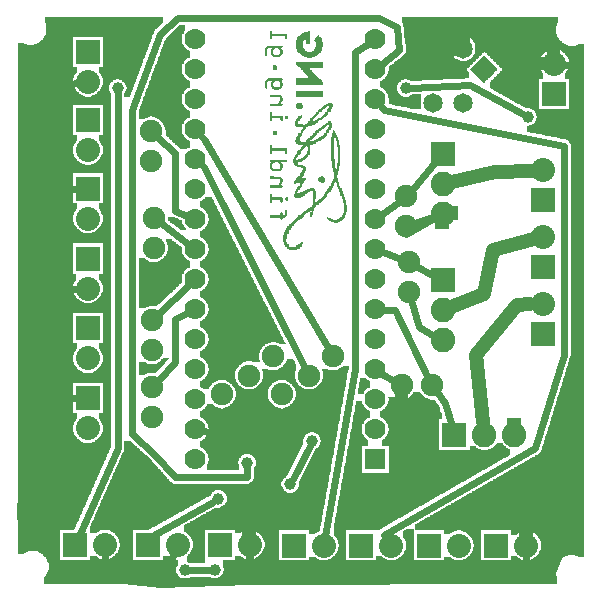
<source format=gbl>
G04 MADE WITH FRITZING*
G04 WWW.FRITZING.ORG*
G04 DOUBLE SIDED*
G04 HOLES PLATED*
G04 CONTOUR ON CENTER OF CONTOUR VECTOR*
%ASAXBY*%
%FSLAX23Y23*%
%MOIN*%
%OFA0B0*%
%SFA1.0B1.0*%
%ADD10C,0.075000*%
%ADD11C,0.070000*%
%ADD12C,0.080000*%
%ADD13C,0.082000*%
%ADD14C,0.065000*%
%ADD15C,0.039370*%
%ADD16R,0.069972X0.070000*%
%ADD17R,0.080000X0.080000*%
%ADD18R,0.082000X0.082000*%
%ADD19C,0.048000*%
%ADD20C,0.024000*%
%ADD21R,0.001000X0.001000*%
%LNCOPPER0*%
G90*
G70*
G54D10*
X535Y1710D03*
X504Y1049D03*
X394Y1857D03*
G54D11*
X1230Y456D03*
X1230Y556D03*
X1230Y656D03*
X1230Y756D03*
X1230Y856D03*
X1230Y956D03*
X1230Y1056D03*
X1230Y1156D03*
X1230Y1256D03*
X1230Y1356D03*
X1230Y1456D03*
X1230Y1556D03*
X1230Y1656D03*
X1230Y1756D03*
X1230Y1856D03*
X630Y456D03*
X630Y556D03*
X630Y656D03*
X630Y756D03*
X630Y856D03*
X630Y956D03*
X630Y1056D03*
X630Y1156D03*
X630Y1256D03*
X630Y1356D03*
X630Y1456D03*
X630Y1556D03*
X630Y1656D03*
X630Y1756D03*
X630Y1856D03*
G54D12*
X1827Y1674D03*
X1827Y1774D03*
X712Y171D03*
X812Y171D03*
X473Y171D03*
X573Y171D03*
X230Y171D03*
X330Y171D03*
X1634Y168D03*
X1734Y168D03*
X1409Y168D03*
X1509Y168D03*
X1185Y168D03*
X1285Y168D03*
X960Y168D03*
X1060Y168D03*
X1789Y1319D03*
X1789Y1419D03*
X1789Y1097D03*
X1789Y1197D03*
X1789Y874D03*
X1789Y974D03*
G54D13*
X1495Y537D03*
X1595Y537D03*
X1695Y537D03*
X1456Y1052D03*
X1456Y952D03*
X1456Y852D03*
X1456Y1474D03*
X1456Y1374D03*
X1456Y1274D03*
G54D10*
X719Y673D03*
X919Y673D03*
X810Y735D03*
X1010Y735D03*
X890Y799D03*
X1090Y799D03*
X1420Y702D03*
X1320Y702D03*
X1343Y1114D03*
X1343Y1014D03*
X1333Y1332D03*
X1333Y1232D03*
G54D14*
X1523Y1825D03*
X1594Y1754D03*
X1525Y1642D03*
X1425Y1642D03*
G54D12*
X273Y892D03*
X273Y792D03*
X273Y1814D03*
X273Y1714D03*
X273Y659D03*
X273Y559D03*
X273Y1358D03*
X273Y1258D03*
X273Y1125D03*
X273Y1025D03*
X273Y1586D03*
X273Y1486D03*
G54D10*
X493Y1260D03*
X493Y1160D03*
X484Y1550D03*
X484Y1450D03*
X486Y920D03*
X486Y820D03*
X486Y697D03*
X486Y597D03*
G54D15*
X696Y88D03*
X596Y86D03*
X1740Y1597D03*
X1332Y1693D03*
X804Y445D03*
X708Y325D03*
X372Y1693D03*
X948Y373D03*
X1020Y517D03*
G54D16*
X1230Y456D03*
G54D17*
X1827Y1674D03*
X712Y171D03*
X473Y171D03*
X230Y171D03*
X1634Y168D03*
X1409Y168D03*
X1185Y168D03*
X960Y168D03*
X1789Y1319D03*
X1789Y1097D03*
X1789Y874D03*
G54D18*
X1495Y537D03*
X1456Y1052D03*
X1456Y1474D03*
G54D17*
X273Y892D03*
X273Y1814D03*
X273Y659D03*
X273Y1358D03*
X273Y1125D03*
X273Y1586D03*
G54D19*
X1631Y1413D02*
X1758Y1418D01*
D02*
X1487Y1381D02*
X1631Y1413D01*
D02*
X1625Y1152D02*
X1759Y1189D01*
D02*
X1485Y964D02*
X1592Y1008D01*
D02*
X1592Y1008D02*
X1625Y1152D01*
D02*
X1567Y802D02*
X1704Y971D01*
D02*
X1704Y971D02*
X1747Y973D01*
D02*
X1591Y580D02*
X1567Y802D01*
G54D20*
D02*
X1333Y1208D02*
X1427Y1259D01*
D02*
X1378Y897D02*
X1428Y868D01*
D02*
X1351Y987D02*
X1378Y897D01*
D02*
X1867Y197D02*
X1886Y238D01*
D02*
X1897Y402D02*
X1897Y1552D01*
D02*
X1897Y1769D02*
X1825Y1774D01*
D02*
X1886Y238D02*
X1897Y402D01*
D02*
X1825Y1774D02*
X1796Y1775D01*
D02*
X1897Y1552D02*
X1897Y1769D01*
D02*
X889Y56D02*
X885Y326D01*
D02*
X878Y497D02*
X659Y549D01*
D02*
X885Y326D02*
X878Y497D01*
D02*
X1811Y52D02*
X889Y56D01*
D02*
X1867Y197D02*
X1811Y52D01*
D02*
X59Y1019D02*
X242Y1025D01*
D02*
X63Y1360D02*
X59Y1019D01*
D02*
X242Y1358D02*
X63Y1360D01*
D02*
X74Y1693D02*
X70Y1360D01*
D02*
X70Y1360D02*
X242Y1358D01*
D02*
X242Y1711D02*
X74Y1693D01*
D02*
X517Y44D02*
X561Y142D01*
D02*
X881Y52D02*
X517Y44D01*
D02*
X659Y549D02*
X874Y497D01*
D02*
X874Y497D02*
X881Y52D01*
D02*
X242Y659D02*
X59Y663D01*
D02*
X59Y663D02*
X63Y1019D01*
D02*
X63Y1019D02*
X242Y1024D01*
D02*
X172Y52D02*
X885Y49D01*
D02*
X48Y260D02*
X137Y189D01*
D02*
X59Y660D02*
X48Y260D01*
D02*
X137Y189D02*
X172Y52D01*
D02*
X242Y659D02*
X59Y660D01*
D02*
X878Y497D02*
X659Y549D01*
D02*
X885Y49D02*
X878Y497D01*
D02*
X515Y41D02*
X330Y60D01*
D02*
X560Y143D02*
X515Y41D01*
D02*
X330Y60D02*
X330Y140D01*
D02*
X811Y50D02*
X812Y140D01*
D02*
X514Y40D02*
X811Y50D01*
D02*
X560Y143D02*
X514Y40D01*
D02*
X1437Y679D02*
X1463Y645D01*
D02*
X1463Y645D02*
X1486Y568D01*
D02*
X1407Y728D02*
X1296Y952D01*
D02*
X1296Y952D02*
X1260Y954D01*
D02*
X1255Y741D02*
X1295Y717D01*
D02*
X1368Y1101D02*
X1427Y1068D01*
D02*
X1316Y1124D02*
X1258Y1146D01*
D02*
X1352Y1354D02*
X1435Y1450D01*
D02*
X1425Y1264D02*
X1360Y1242D01*
D02*
X1310Y1315D02*
X1254Y1273D01*
D02*
X615Y86D02*
X677Y88D01*
D02*
X1737Y52D02*
X810Y51D01*
D02*
X810Y51D02*
X811Y140D01*
D02*
X1735Y137D02*
X1737Y52D01*
D02*
X516Y1243D02*
X607Y1174D01*
D02*
X507Y939D02*
X609Y1036D01*
D02*
X604Y1267D02*
X564Y1285D01*
X564Y1285D02*
X564Y1477D01*
X564Y1477D02*
X505Y1531D01*
D02*
X1065Y199D02*
X1164Y757D01*
X1164Y757D02*
X1164Y1813D01*
X1164Y1813D02*
X1206Y1840D01*
D02*
X1267Y194D02*
X1260Y205D01*
X1260Y205D02*
X1764Y493D01*
X1764Y493D02*
X1860Y805D01*
X1860Y805D02*
X1860Y1501D01*
X1860Y1501D02*
X1260Y1621D01*
X1260Y1621D02*
X1249Y1634D01*
D02*
X1723Y1606D02*
X1548Y1705D01*
X1548Y1705D02*
X1351Y1694D01*
D02*
X604Y944D02*
X564Y925D01*
X564Y925D02*
X564Y781D01*
X564Y781D02*
X506Y718D01*
D02*
X804Y426D02*
X804Y397D01*
X804Y397D02*
X564Y397D01*
X564Y397D02*
X494Y474D01*
D02*
X494Y474D02*
X420Y541D01*
X420Y541D02*
X420Y1621D01*
D02*
X514Y1872D02*
X572Y1927D01*
D02*
X420Y1621D02*
X514Y1872D01*
D02*
X572Y1927D02*
X1242Y1927D01*
D02*
X1242Y1927D02*
X1303Y1897D01*
D02*
X1303Y1897D02*
X1311Y1819D01*
D02*
X1311Y1819D02*
X1253Y1774D01*
D02*
X488Y198D02*
X492Y205D01*
X492Y205D02*
X691Y315D01*
D02*
X652Y1436D02*
X660Y1429D01*
X660Y1429D02*
X997Y761D01*
D02*
X242Y199D02*
X372Y493D01*
X372Y493D02*
X372Y1674D01*
D02*
X956Y389D02*
X1012Y500D01*
D02*
X650Y1535D02*
X660Y1525D01*
X660Y1525D02*
X1076Y824D01*
G36*
X578Y1903D02*
X578Y1901D01*
X576Y1901D01*
X576Y1899D01*
X572Y1899D01*
X572Y1897D01*
X570Y1897D01*
X570Y1895D01*
X568Y1895D01*
X568Y1893D01*
X566Y1893D01*
X566Y1891D01*
X564Y1891D01*
X564Y1889D01*
X562Y1889D01*
X562Y1887D01*
X560Y1887D01*
X560Y1885D01*
X558Y1885D01*
X558Y1883D01*
X556Y1883D01*
X556Y1881D01*
X554Y1881D01*
X554Y1879D01*
X552Y1879D01*
X552Y1877D01*
X550Y1877D01*
X550Y1875D01*
X548Y1875D01*
X548Y1873D01*
X546Y1873D01*
X546Y1871D01*
X544Y1871D01*
X544Y1869D01*
X542Y1869D01*
X542Y1867D01*
X540Y1867D01*
X540Y1865D01*
X538Y1865D01*
X538Y1863D01*
X536Y1863D01*
X536Y1861D01*
X534Y1861D01*
X534Y1859D01*
X532Y1859D01*
X532Y1855D01*
X530Y1855D01*
X530Y1849D01*
X528Y1849D01*
X528Y1845D01*
X526Y1845D01*
X526Y1839D01*
X524Y1839D01*
X524Y1833D01*
X522Y1833D01*
X522Y1829D01*
X520Y1829D01*
X520Y1823D01*
X518Y1823D01*
X518Y1817D01*
X516Y1817D01*
X516Y1813D01*
X514Y1813D01*
X514Y1807D01*
X512Y1807D01*
X512Y1801D01*
X510Y1801D01*
X510Y1797D01*
X508Y1797D01*
X508Y1791D01*
X506Y1791D01*
X506Y1785D01*
X504Y1785D01*
X504Y1781D01*
X502Y1781D01*
X502Y1775D01*
X500Y1775D01*
X500Y1769D01*
X498Y1769D01*
X498Y1765D01*
X496Y1765D01*
X496Y1759D01*
X494Y1759D01*
X494Y1753D01*
X492Y1753D01*
X492Y1749D01*
X490Y1749D01*
X490Y1743D01*
X488Y1743D01*
X488Y1737D01*
X486Y1737D01*
X486Y1733D01*
X484Y1733D01*
X484Y1727D01*
X482Y1727D01*
X482Y1721D01*
X480Y1721D01*
X480Y1717D01*
X478Y1717D01*
X478Y1711D01*
X476Y1711D01*
X476Y1705D01*
X474Y1705D01*
X474Y1701D01*
X472Y1701D01*
X472Y1695D01*
X470Y1695D01*
X470Y1689D01*
X468Y1689D01*
X468Y1683D01*
X466Y1683D01*
X466Y1679D01*
X464Y1679D01*
X464Y1673D01*
X462Y1673D01*
X462Y1667D01*
X460Y1667D01*
X460Y1663D01*
X458Y1663D01*
X458Y1657D01*
X456Y1657D01*
X456Y1651D01*
X454Y1651D01*
X454Y1647D01*
X452Y1647D01*
X452Y1641D01*
X450Y1641D01*
X450Y1635D01*
X448Y1635D01*
X448Y1631D01*
X446Y1631D01*
X446Y1625D01*
X444Y1625D01*
X444Y1619D01*
X442Y1619D01*
X442Y1599D01*
X488Y1599D01*
X488Y1597D01*
X496Y1597D01*
X496Y1595D01*
X502Y1595D01*
X502Y1593D01*
X504Y1593D01*
X504Y1591D01*
X508Y1591D01*
X508Y1589D01*
X510Y1589D01*
X510Y1587D01*
X514Y1587D01*
X514Y1585D01*
X516Y1585D01*
X516Y1583D01*
X518Y1583D01*
X518Y1581D01*
X520Y1581D01*
X520Y1577D01*
X522Y1577D01*
X522Y1575D01*
X524Y1575D01*
X524Y1571D01*
X526Y1571D01*
X526Y1569D01*
X528Y1569D01*
X528Y1563D01*
X530Y1563D01*
X530Y1555D01*
X532Y1555D01*
X532Y1535D01*
X534Y1535D01*
X534Y1533D01*
X536Y1533D01*
X536Y1531D01*
X538Y1531D01*
X538Y1529D01*
X542Y1529D01*
X542Y1527D01*
X544Y1527D01*
X544Y1525D01*
X546Y1525D01*
X546Y1523D01*
X548Y1523D01*
X548Y1521D01*
X550Y1521D01*
X550Y1519D01*
X552Y1519D01*
X552Y1517D01*
X554Y1517D01*
X554Y1515D01*
X556Y1515D01*
X556Y1513D01*
X558Y1513D01*
X558Y1511D01*
X560Y1511D01*
X560Y1509D01*
X562Y1509D01*
X562Y1507D01*
X564Y1507D01*
X564Y1505D01*
X568Y1505D01*
X568Y1503D01*
X570Y1503D01*
X570Y1501D01*
X572Y1501D01*
X572Y1499D01*
X574Y1499D01*
X574Y1497D01*
X576Y1497D01*
X576Y1495D01*
X578Y1495D01*
X578Y1493D01*
X580Y1493D01*
X580Y1491D01*
X582Y1491D01*
X582Y1489D01*
X602Y1489D01*
X602Y1491D01*
X604Y1491D01*
X604Y1493D01*
X608Y1493D01*
X608Y1495D01*
X612Y1495D01*
X612Y1517D01*
X610Y1517D01*
X610Y1519D01*
X606Y1519D01*
X606Y1521D01*
X604Y1521D01*
X604Y1523D01*
X602Y1523D01*
X602Y1525D01*
X600Y1525D01*
X600Y1527D01*
X598Y1527D01*
X598Y1529D01*
X596Y1529D01*
X596Y1531D01*
X594Y1531D01*
X594Y1533D01*
X592Y1533D01*
X592Y1537D01*
X590Y1537D01*
X590Y1541D01*
X588Y1541D01*
X588Y1547D01*
X586Y1547D01*
X586Y1567D01*
X588Y1567D01*
X588Y1573D01*
X590Y1573D01*
X590Y1575D01*
X592Y1575D01*
X592Y1579D01*
X594Y1579D01*
X594Y1583D01*
X596Y1583D01*
X596Y1585D01*
X598Y1585D01*
X598Y1587D01*
X600Y1587D01*
X600Y1589D01*
X602Y1589D01*
X602Y1591D01*
X604Y1591D01*
X604Y1593D01*
X608Y1593D01*
X608Y1595D01*
X612Y1595D01*
X612Y1617D01*
X610Y1617D01*
X610Y1619D01*
X606Y1619D01*
X606Y1621D01*
X604Y1621D01*
X604Y1623D01*
X602Y1623D01*
X602Y1625D01*
X600Y1625D01*
X600Y1627D01*
X598Y1627D01*
X598Y1629D01*
X596Y1629D01*
X596Y1631D01*
X594Y1631D01*
X594Y1633D01*
X592Y1633D01*
X592Y1637D01*
X590Y1637D01*
X590Y1641D01*
X588Y1641D01*
X588Y1647D01*
X586Y1647D01*
X586Y1667D01*
X588Y1667D01*
X588Y1673D01*
X590Y1673D01*
X590Y1675D01*
X592Y1675D01*
X592Y1679D01*
X594Y1679D01*
X594Y1683D01*
X596Y1683D01*
X596Y1685D01*
X598Y1685D01*
X598Y1687D01*
X600Y1687D01*
X600Y1689D01*
X602Y1689D01*
X602Y1691D01*
X604Y1691D01*
X604Y1693D01*
X608Y1693D01*
X608Y1695D01*
X612Y1695D01*
X612Y1717D01*
X610Y1717D01*
X610Y1719D01*
X606Y1719D01*
X606Y1721D01*
X604Y1721D01*
X604Y1723D01*
X602Y1723D01*
X602Y1725D01*
X600Y1725D01*
X600Y1727D01*
X598Y1727D01*
X598Y1729D01*
X596Y1729D01*
X596Y1731D01*
X594Y1731D01*
X594Y1733D01*
X592Y1733D01*
X592Y1737D01*
X590Y1737D01*
X590Y1741D01*
X588Y1741D01*
X588Y1747D01*
X586Y1747D01*
X586Y1767D01*
X588Y1767D01*
X588Y1773D01*
X590Y1773D01*
X590Y1775D01*
X592Y1775D01*
X592Y1779D01*
X594Y1779D01*
X594Y1783D01*
X596Y1783D01*
X596Y1785D01*
X598Y1785D01*
X598Y1787D01*
X600Y1787D01*
X600Y1789D01*
X602Y1789D01*
X602Y1791D01*
X604Y1791D01*
X604Y1793D01*
X608Y1793D01*
X608Y1795D01*
X612Y1795D01*
X612Y1817D01*
X610Y1817D01*
X610Y1819D01*
X606Y1819D01*
X606Y1821D01*
X604Y1821D01*
X604Y1823D01*
X602Y1823D01*
X602Y1825D01*
X600Y1825D01*
X600Y1827D01*
X598Y1827D01*
X598Y1829D01*
X596Y1829D01*
X596Y1831D01*
X594Y1831D01*
X594Y1833D01*
X592Y1833D01*
X592Y1837D01*
X590Y1837D01*
X590Y1841D01*
X588Y1841D01*
X588Y1847D01*
X586Y1847D01*
X586Y1867D01*
X588Y1867D01*
X588Y1873D01*
X590Y1873D01*
X590Y1875D01*
X592Y1875D01*
X592Y1879D01*
X594Y1879D01*
X594Y1883D01*
X596Y1883D01*
X596Y1885D01*
X598Y1885D01*
X598Y1903D01*
X578Y1903D01*
G37*
D02*
G36*
X442Y1599D02*
X442Y1591D01*
X462Y1591D01*
X462Y1593D01*
X466Y1593D01*
X466Y1595D01*
X472Y1595D01*
X472Y1597D01*
X480Y1597D01*
X480Y1599D01*
X442Y1599D01*
G37*
D02*
G36*
X540Y1263D02*
X540Y1251D01*
X544Y1251D01*
X544Y1249D01*
X546Y1249D01*
X546Y1247D01*
X548Y1247D01*
X548Y1245D01*
X552Y1245D01*
X552Y1243D01*
X554Y1243D01*
X554Y1241D01*
X556Y1241D01*
X556Y1239D01*
X560Y1239D01*
X560Y1237D01*
X562Y1237D01*
X562Y1235D01*
X564Y1235D01*
X564Y1233D01*
X568Y1233D01*
X568Y1231D01*
X570Y1231D01*
X570Y1229D01*
X572Y1229D01*
X572Y1227D01*
X576Y1227D01*
X576Y1225D01*
X578Y1225D01*
X578Y1223D01*
X580Y1223D01*
X580Y1221D01*
X600Y1221D01*
X600Y1227D01*
X598Y1227D01*
X598Y1229D01*
X596Y1229D01*
X596Y1231D01*
X594Y1231D01*
X594Y1233D01*
X592Y1233D01*
X592Y1237D01*
X590Y1237D01*
X590Y1241D01*
X588Y1241D01*
X588Y1247D01*
X586Y1247D01*
X586Y1253D01*
X580Y1253D01*
X580Y1255D01*
X576Y1255D01*
X576Y1257D01*
X572Y1257D01*
X572Y1259D01*
X566Y1259D01*
X566Y1261D01*
X562Y1261D01*
X562Y1263D01*
X540Y1263D01*
G37*
D02*
G36*
X532Y1189D02*
X532Y1183D01*
X534Y1183D01*
X534Y1181D01*
X536Y1181D01*
X536Y1177D01*
X538Y1177D01*
X538Y1171D01*
X540Y1171D01*
X540Y1151D01*
X538Y1151D01*
X538Y1145D01*
X536Y1145D01*
X536Y1141D01*
X534Y1141D01*
X534Y1137D01*
X532Y1137D01*
X532Y1135D01*
X530Y1135D01*
X530Y1133D01*
X528Y1133D01*
X528Y1129D01*
X526Y1129D01*
X526Y1127D01*
X524Y1127D01*
X524Y1125D01*
X520Y1125D01*
X520Y1123D01*
X518Y1123D01*
X518Y1121D01*
X516Y1121D01*
X516Y1119D01*
X512Y1119D01*
X512Y1117D01*
X508Y1117D01*
X508Y1115D01*
X502Y1115D01*
X502Y1113D01*
X612Y1113D01*
X612Y1117D01*
X610Y1117D01*
X610Y1119D01*
X606Y1119D01*
X606Y1121D01*
X604Y1121D01*
X604Y1123D01*
X602Y1123D01*
X602Y1125D01*
X600Y1125D01*
X600Y1127D01*
X598Y1127D01*
X598Y1129D01*
X596Y1129D01*
X596Y1131D01*
X594Y1131D01*
X594Y1133D01*
X592Y1133D01*
X592Y1137D01*
X590Y1137D01*
X590Y1141D01*
X588Y1141D01*
X588Y1147D01*
X586Y1147D01*
X586Y1163D01*
X584Y1163D01*
X584Y1165D01*
X582Y1165D01*
X582Y1167D01*
X578Y1167D01*
X578Y1169D01*
X576Y1169D01*
X576Y1171D01*
X574Y1171D01*
X574Y1173D01*
X570Y1173D01*
X570Y1175D01*
X568Y1175D01*
X568Y1177D01*
X566Y1177D01*
X566Y1179D01*
X562Y1179D01*
X562Y1181D01*
X560Y1181D01*
X560Y1183D01*
X558Y1183D01*
X558Y1185D01*
X554Y1185D01*
X554Y1187D01*
X552Y1187D01*
X552Y1189D01*
X532Y1189D01*
G37*
D02*
G36*
X442Y1127D02*
X442Y1113D01*
X484Y1113D01*
X484Y1115D01*
X478Y1115D01*
X478Y1117D01*
X474Y1117D01*
X474Y1119D01*
X470Y1119D01*
X470Y1121D01*
X468Y1121D01*
X468Y1123D01*
X466Y1123D01*
X466Y1125D01*
X462Y1125D01*
X462Y1127D01*
X442Y1127D01*
G37*
D02*
G36*
X442Y1113D02*
X442Y1111D01*
X612Y1111D01*
X612Y1113D01*
X442Y1113D01*
G37*
D02*
G36*
X442Y1113D02*
X442Y1111D01*
X612Y1111D01*
X612Y1113D01*
X442Y1113D01*
G37*
D02*
G36*
X442Y1111D02*
X442Y959D01*
X462Y959D01*
X462Y961D01*
X466Y961D01*
X466Y963D01*
X470Y963D01*
X470Y965D01*
X476Y965D01*
X476Y967D01*
X504Y967D01*
X504Y969D01*
X506Y969D01*
X506Y971D01*
X508Y971D01*
X508Y973D01*
X510Y973D01*
X510Y975D01*
X514Y975D01*
X514Y977D01*
X516Y977D01*
X516Y979D01*
X518Y979D01*
X518Y981D01*
X520Y981D01*
X520Y983D01*
X522Y983D01*
X522Y985D01*
X524Y985D01*
X524Y987D01*
X526Y987D01*
X526Y989D01*
X528Y989D01*
X528Y991D01*
X530Y991D01*
X530Y993D01*
X532Y993D01*
X532Y995D01*
X534Y995D01*
X534Y997D01*
X536Y997D01*
X536Y999D01*
X538Y999D01*
X538Y1001D01*
X540Y1001D01*
X540Y1003D01*
X542Y1003D01*
X542Y1005D01*
X544Y1005D01*
X544Y1007D01*
X546Y1007D01*
X546Y1009D01*
X550Y1009D01*
X550Y1011D01*
X552Y1011D01*
X552Y1013D01*
X554Y1013D01*
X554Y1015D01*
X556Y1015D01*
X556Y1017D01*
X558Y1017D01*
X558Y1019D01*
X560Y1019D01*
X560Y1021D01*
X562Y1021D01*
X562Y1023D01*
X564Y1023D01*
X564Y1025D01*
X566Y1025D01*
X566Y1027D01*
X568Y1027D01*
X568Y1029D01*
X570Y1029D01*
X570Y1031D01*
X572Y1031D01*
X572Y1033D01*
X574Y1033D01*
X574Y1035D01*
X576Y1035D01*
X576Y1037D01*
X578Y1037D01*
X578Y1039D01*
X580Y1039D01*
X580Y1041D01*
X582Y1041D01*
X582Y1043D01*
X586Y1043D01*
X586Y1067D01*
X588Y1067D01*
X588Y1073D01*
X590Y1073D01*
X590Y1075D01*
X592Y1075D01*
X592Y1079D01*
X594Y1079D01*
X594Y1083D01*
X596Y1083D01*
X596Y1085D01*
X598Y1085D01*
X598Y1087D01*
X600Y1087D01*
X600Y1089D01*
X602Y1089D01*
X602Y1091D01*
X604Y1091D01*
X604Y1093D01*
X608Y1093D01*
X608Y1095D01*
X612Y1095D01*
X612Y1111D01*
X442Y1111D01*
G37*
D02*
G36*
X522Y793D02*
X522Y791D01*
X520Y791D01*
X520Y789D01*
X518Y789D01*
X518Y787D01*
X516Y787D01*
X516Y785D01*
X514Y785D01*
X514Y783D01*
X512Y783D01*
X512Y781D01*
X508Y781D01*
X508Y779D01*
X506Y779D01*
X506Y777D01*
X502Y777D01*
X502Y775D01*
X496Y775D01*
X496Y773D01*
X528Y773D01*
X528Y775D01*
X530Y775D01*
X530Y779D01*
X532Y779D01*
X532Y781D01*
X534Y781D01*
X534Y783D01*
X536Y783D01*
X536Y785D01*
X538Y785D01*
X538Y787D01*
X540Y787D01*
X540Y789D01*
X542Y789D01*
X542Y793D01*
X522Y793D01*
G37*
D02*
G36*
X442Y781D02*
X442Y773D01*
X476Y773D01*
X476Y775D01*
X470Y775D01*
X470Y777D01*
X466Y777D01*
X466Y779D01*
X462Y779D01*
X462Y781D01*
X442Y781D01*
G37*
D02*
G36*
X442Y773D02*
X442Y771D01*
X526Y771D01*
X526Y773D01*
X442Y773D01*
G37*
D02*
G36*
X442Y773D02*
X442Y771D01*
X526Y771D01*
X526Y773D01*
X442Y773D01*
G37*
D02*
G36*
X442Y771D02*
X442Y737D01*
X464Y737D01*
X464Y739D01*
X466Y739D01*
X466Y741D01*
X470Y741D01*
X470Y743D01*
X476Y743D01*
X476Y745D01*
X500Y745D01*
X500Y747D01*
X502Y747D01*
X502Y749D01*
X504Y749D01*
X504Y751D01*
X506Y751D01*
X506Y753D01*
X508Y753D01*
X508Y755D01*
X510Y755D01*
X510Y757D01*
X512Y757D01*
X512Y759D01*
X514Y759D01*
X514Y761D01*
X516Y761D01*
X516Y763D01*
X518Y763D01*
X518Y765D01*
X520Y765D01*
X520Y767D01*
X522Y767D01*
X522Y769D01*
X524Y769D01*
X524Y771D01*
X442Y771D01*
G37*
D02*
G36*
X1180Y727D02*
X1180Y715D01*
X1178Y715D01*
X1178Y705D01*
X1176Y705D01*
X1176Y693D01*
X1174Y693D01*
X1174Y681D01*
X1172Y681D01*
X1172Y675D01*
X1192Y675D01*
X1192Y679D01*
X1194Y679D01*
X1194Y683D01*
X1196Y683D01*
X1196Y685D01*
X1198Y685D01*
X1198Y687D01*
X1200Y687D01*
X1200Y689D01*
X1202Y689D01*
X1202Y691D01*
X1204Y691D01*
X1204Y693D01*
X1208Y693D01*
X1208Y695D01*
X1212Y695D01*
X1212Y717D01*
X1210Y717D01*
X1210Y719D01*
X1206Y719D01*
X1206Y721D01*
X1204Y721D01*
X1204Y723D01*
X1202Y723D01*
X1202Y725D01*
X1200Y725D01*
X1200Y727D01*
X1180Y727D01*
G37*
D02*
G36*
X130Y1929D02*
X130Y1909D01*
X132Y1909D01*
X132Y1903D01*
X134Y1903D01*
X134Y1877D01*
X132Y1877D01*
X132Y1871D01*
X130Y1871D01*
X130Y1867D01*
X128Y1867D01*
X128Y1865D01*
X322Y1865D01*
X322Y1765D01*
X310Y1765D01*
X310Y1745D01*
X312Y1745D01*
X312Y1743D01*
X314Y1743D01*
X314Y1739D01*
X316Y1739D01*
X316Y1735D01*
X318Y1735D01*
X318Y1733D01*
X320Y1733D01*
X320Y1727D01*
X322Y1727D01*
X322Y1723D01*
X378Y1723D01*
X378Y1721D01*
X382Y1721D01*
X382Y1719D01*
X386Y1719D01*
X386Y1717D01*
X388Y1717D01*
X388Y1715D01*
X392Y1715D01*
X392Y1713D01*
X394Y1713D01*
X394Y1709D01*
X396Y1709D01*
X396Y1707D01*
X398Y1707D01*
X398Y1703D01*
X400Y1703D01*
X400Y1697D01*
X402Y1697D01*
X402Y1689D01*
X400Y1689D01*
X400Y1683D01*
X398Y1683D01*
X398Y1679D01*
X396Y1679D01*
X396Y1677D01*
X394Y1677D01*
X394Y1665D01*
X414Y1665D01*
X414Y1671D01*
X416Y1671D01*
X416Y1675D01*
X418Y1675D01*
X418Y1681D01*
X420Y1681D01*
X420Y1687D01*
X422Y1687D01*
X422Y1691D01*
X424Y1691D01*
X424Y1697D01*
X426Y1697D01*
X426Y1703D01*
X428Y1703D01*
X428Y1707D01*
X430Y1707D01*
X430Y1713D01*
X432Y1713D01*
X432Y1719D01*
X434Y1719D01*
X434Y1725D01*
X436Y1725D01*
X436Y1729D01*
X438Y1729D01*
X438Y1735D01*
X440Y1735D01*
X440Y1741D01*
X442Y1741D01*
X442Y1745D01*
X444Y1745D01*
X444Y1751D01*
X446Y1751D01*
X446Y1757D01*
X448Y1757D01*
X448Y1761D01*
X450Y1761D01*
X450Y1767D01*
X452Y1767D01*
X452Y1773D01*
X454Y1773D01*
X454Y1777D01*
X456Y1777D01*
X456Y1783D01*
X458Y1783D01*
X458Y1789D01*
X460Y1789D01*
X460Y1793D01*
X462Y1793D01*
X462Y1799D01*
X464Y1799D01*
X464Y1805D01*
X466Y1805D01*
X466Y1809D01*
X468Y1809D01*
X468Y1815D01*
X470Y1815D01*
X470Y1821D01*
X472Y1821D01*
X472Y1825D01*
X474Y1825D01*
X474Y1831D01*
X476Y1831D01*
X476Y1837D01*
X478Y1837D01*
X478Y1841D01*
X480Y1841D01*
X480Y1847D01*
X482Y1847D01*
X482Y1853D01*
X484Y1853D01*
X484Y1857D01*
X486Y1857D01*
X486Y1863D01*
X488Y1863D01*
X488Y1869D01*
X490Y1869D01*
X490Y1873D01*
X492Y1873D01*
X492Y1879D01*
X494Y1879D01*
X494Y1883D01*
X496Y1883D01*
X496Y1887D01*
X498Y1887D01*
X498Y1889D01*
X500Y1889D01*
X500Y1891D01*
X502Y1891D01*
X502Y1893D01*
X504Y1893D01*
X504Y1895D01*
X506Y1895D01*
X506Y1897D01*
X510Y1897D01*
X510Y1899D01*
X512Y1899D01*
X512Y1901D01*
X514Y1901D01*
X514Y1903D01*
X516Y1903D01*
X516Y1905D01*
X518Y1905D01*
X518Y1907D01*
X520Y1907D01*
X520Y1909D01*
X522Y1909D01*
X522Y1929D01*
X130Y1929D01*
G37*
D02*
G36*
X1320Y1929D02*
X1320Y1909D01*
X1322Y1909D01*
X1322Y1905D01*
X1324Y1905D01*
X1324Y1897D01*
X1326Y1897D01*
X1326Y1877D01*
X1328Y1877D01*
X1328Y1867D01*
X1530Y1867D01*
X1530Y1865D01*
X1540Y1865D01*
X1540Y1863D01*
X1544Y1863D01*
X1544Y1861D01*
X1548Y1861D01*
X1548Y1859D01*
X1550Y1859D01*
X1550Y1857D01*
X1552Y1857D01*
X1552Y1855D01*
X1554Y1855D01*
X1554Y1853D01*
X1556Y1853D01*
X1556Y1851D01*
X1558Y1851D01*
X1558Y1847D01*
X1560Y1847D01*
X1560Y1843D01*
X1562Y1843D01*
X1562Y1837D01*
X1564Y1837D01*
X1564Y1835D01*
X1874Y1835D01*
X1874Y1837D01*
X1868Y1837D01*
X1868Y1839D01*
X1864Y1839D01*
X1864Y1841D01*
X1860Y1841D01*
X1860Y1843D01*
X1858Y1843D01*
X1858Y1845D01*
X1854Y1845D01*
X1854Y1847D01*
X1852Y1847D01*
X1852Y1849D01*
X1850Y1849D01*
X1850Y1851D01*
X1848Y1851D01*
X1848Y1853D01*
X1846Y1853D01*
X1846Y1855D01*
X1844Y1855D01*
X1844Y1859D01*
X1842Y1859D01*
X1842Y1861D01*
X1840Y1861D01*
X1840Y1865D01*
X1838Y1865D01*
X1838Y1869D01*
X1836Y1869D01*
X1836Y1875D01*
X1834Y1875D01*
X1834Y1899D01*
X1836Y1899D01*
X1836Y1905D01*
X1838Y1905D01*
X1838Y1909D01*
X1840Y1909D01*
X1840Y1929D01*
X1320Y1929D01*
G37*
D02*
G36*
X1328Y1867D02*
X1328Y1859D01*
X1330Y1859D01*
X1330Y1841D01*
X1332Y1841D01*
X1332Y1821D01*
X1334Y1821D01*
X1334Y1819D01*
X1332Y1819D01*
X1332Y1811D01*
X1330Y1811D01*
X1330Y1807D01*
X1328Y1807D01*
X1328Y1805D01*
X1326Y1805D01*
X1326Y1803D01*
X1324Y1803D01*
X1324Y1801D01*
X1322Y1801D01*
X1322Y1799D01*
X1320Y1799D01*
X1320Y1797D01*
X1316Y1797D01*
X1316Y1795D01*
X1314Y1795D01*
X1314Y1793D01*
X1312Y1793D01*
X1312Y1791D01*
X1310Y1791D01*
X1310Y1789D01*
X1306Y1789D01*
X1306Y1787D01*
X1304Y1787D01*
X1304Y1785D01*
X1512Y1785D01*
X1512Y1787D01*
X1506Y1787D01*
X1506Y1789D01*
X1500Y1789D01*
X1500Y1791D01*
X1498Y1791D01*
X1498Y1793D01*
X1496Y1793D01*
X1496Y1795D01*
X1492Y1795D01*
X1492Y1799D01*
X1490Y1799D01*
X1490Y1801D01*
X1488Y1801D01*
X1488Y1805D01*
X1486Y1805D01*
X1486Y1809D01*
X1484Y1809D01*
X1484Y1817D01*
X1482Y1817D01*
X1482Y1833D01*
X1484Y1833D01*
X1484Y1841D01*
X1486Y1841D01*
X1486Y1847D01*
X1488Y1847D01*
X1488Y1851D01*
X1490Y1851D01*
X1490Y1853D01*
X1492Y1853D01*
X1492Y1855D01*
X1494Y1855D01*
X1494Y1857D01*
X1496Y1857D01*
X1496Y1859D01*
X1498Y1859D01*
X1498Y1861D01*
X1502Y1861D01*
X1502Y1863D01*
X1508Y1863D01*
X1508Y1865D01*
X1516Y1865D01*
X1516Y1867D01*
X1328Y1867D01*
G37*
D02*
G36*
X128Y1865D02*
X128Y1863D01*
X126Y1863D01*
X126Y1861D01*
X124Y1861D01*
X124Y1857D01*
X122Y1857D01*
X122Y1855D01*
X120Y1855D01*
X120Y1853D01*
X118Y1853D01*
X118Y1851D01*
X116Y1851D01*
X116Y1849D01*
X114Y1849D01*
X114Y1847D01*
X110Y1847D01*
X110Y1845D01*
X108Y1845D01*
X108Y1843D01*
X104Y1843D01*
X104Y1841D01*
X100Y1841D01*
X100Y1839D01*
X94Y1839D01*
X94Y1837D01*
X222Y1837D01*
X222Y1865D01*
X128Y1865D01*
G37*
D02*
G36*
X40Y1843D02*
X40Y1837D01*
X70Y1837D01*
X70Y1839D01*
X64Y1839D01*
X64Y1841D01*
X60Y1841D01*
X60Y1843D01*
X40Y1843D01*
G37*
D02*
G36*
X1906Y1839D02*
X1906Y1837D01*
X1900Y1837D01*
X1900Y1835D01*
X1928Y1835D01*
X1928Y1839D01*
X1906Y1839D01*
G37*
D02*
G36*
X40Y1837D02*
X40Y1835D01*
X222Y1835D01*
X222Y1837D01*
X40Y1837D01*
G37*
D02*
G36*
X40Y1837D02*
X40Y1835D01*
X222Y1835D01*
X222Y1837D01*
X40Y1837D01*
G37*
D02*
G36*
X40Y1835D02*
X40Y1665D01*
X264Y1665D01*
X264Y1667D01*
X258Y1667D01*
X258Y1669D01*
X254Y1669D01*
X254Y1671D01*
X250Y1671D01*
X250Y1673D01*
X246Y1673D01*
X246Y1675D01*
X244Y1675D01*
X244Y1677D01*
X242Y1677D01*
X242Y1679D01*
X240Y1679D01*
X240Y1681D01*
X238Y1681D01*
X238Y1683D01*
X236Y1683D01*
X236Y1685D01*
X234Y1685D01*
X234Y1687D01*
X232Y1687D01*
X232Y1691D01*
X230Y1691D01*
X230Y1693D01*
X228Y1693D01*
X228Y1697D01*
X226Y1697D01*
X226Y1703D01*
X224Y1703D01*
X224Y1713D01*
X222Y1713D01*
X222Y1717D01*
X224Y1717D01*
X224Y1727D01*
X226Y1727D01*
X226Y1733D01*
X228Y1733D01*
X228Y1737D01*
X230Y1737D01*
X230Y1739D01*
X232Y1739D01*
X232Y1743D01*
X234Y1743D01*
X234Y1745D01*
X236Y1745D01*
X236Y1765D01*
X222Y1765D01*
X222Y1835D01*
X40Y1835D01*
G37*
D02*
G36*
X1564Y1835D02*
X1564Y1833D01*
X1928Y1833D01*
X1928Y1835D01*
X1564Y1835D01*
G37*
D02*
G36*
X1564Y1835D02*
X1564Y1833D01*
X1928Y1833D01*
X1928Y1835D01*
X1564Y1835D01*
G37*
D02*
G36*
X1564Y1833D02*
X1564Y1825D01*
X1836Y1825D01*
X1836Y1823D01*
X1842Y1823D01*
X1842Y1821D01*
X1846Y1821D01*
X1846Y1819D01*
X1850Y1819D01*
X1850Y1817D01*
X1854Y1817D01*
X1854Y1815D01*
X1856Y1815D01*
X1856Y1813D01*
X1858Y1813D01*
X1858Y1811D01*
X1860Y1811D01*
X1860Y1809D01*
X1862Y1809D01*
X1862Y1807D01*
X1864Y1807D01*
X1864Y1805D01*
X1866Y1805D01*
X1866Y1803D01*
X1868Y1803D01*
X1868Y1799D01*
X1870Y1799D01*
X1870Y1797D01*
X1872Y1797D01*
X1872Y1793D01*
X1874Y1793D01*
X1874Y1789D01*
X1876Y1789D01*
X1876Y1779D01*
X1878Y1779D01*
X1878Y1771D01*
X1876Y1771D01*
X1876Y1761D01*
X1874Y1761D01*
X1874Y1757D01*
X1872Y1757D01*
X1872Y1753D01*
X1870Y1753D01*
X1870Y1749D01*
X1868Y1749D01*
X1868Y1747D01*
X1866Y1747D01*
X1866Y1745D01*
X1864Y1745D01*
X1864Y1725D01*
X1878Y1725D01*
X1878Y1625D01*
X1928Y1625D01*
X1928Y1833D01*
X1564Y1833D01*
G37*
D02*
G36*
X1564Y1825D02*
X1564Y1815D01*
X1596Y1815D01*
X1596Y1813D01*
X1598Y1813D01*
X1598Y1811D01*
X1600Y1811D01*
X1600Y1809D01*
X1602Y1809D01*
X1602Y1807D01*
X1604Y1807D01*
X1604Y1805D01*
X1606Y1805D01*
X1606Y1803D01*
X1608Y1803D01*
X1608Y1801D01*
X1610Y1801D01*
X1610Y1799D01*
X1612Y1799D01*
X1612Y1797D01*
X1614Y1797D01*
X1614Y1795D01*
X1616Y1795D01*
X1616Y1793D01*
X1618Y1793D01*
X1618Y1791D01*
X1620Y1791D01*
X1620Y1789D01*
X1622Y1789D01*
X1622Y1787D01*
X1624Y1787D01*
X1624Y1785D01*
X1626Y1785D01*
X1626Y1783D01*
X1628Y1783D01*
X1628Y1781D01*
X1630Y1781D01*
X1630Y1779D01*
X1632Y1779D01*
X1632Y1777D01*
X1634Y1777D01*
X1634Y1775D01*
X1636Y1775D01*
X1636Y1773D01*
X1638Y1773D01*
X1638Y1771D01*
X1640Y1771D01*
X1640Y1769D01*
X1642Y1769D01*
X1642Y1767D01*
X1644Y1767D01*
X1644Y1765D01*
X1646Y1765D01*
X1646Y1763D01*
X1648Y1763D01*
X1648Y1761D01*
X1650Y1761D01*
X1650Y1759D01*
X1652Y1759D01*
X1652Y1757D01*
X1654Y1757D01*
X1654Y1753D01*
X1652Y1753D01*
X1652Y1751D01*
X1650Y1751D01*
X1650Y1749D01*
X1648Y1749D01*
X1648Y1747D01*
X1646Y1747D01*
X1646Y1745D01*
X1644Y1745D01*
X1644Y1743D01*
X1642Y1743D01*
X1642Y1741D01*
X1640Y1741D01*
X1640Y1739D01*
X1638Y1739D01*
X1638Y1737D01*
X1636Y1737D01*
X1636Y1735D01*
X1634Y1735D01*
X1634Y1733D01*
X1632Y1733D01*
X1632Y1731D01*
X1630Y1731D01*
X1630Y1729D01*
X1628Y1729D01*
X1628Y1727D01*
X1626Y1727D01*
X1626Y1725D01*
X1624Y1725D01*
X1624Y1723D01*
X1622Y1723D01*
X1622Y1721D01*
X1620Y1721D01*
X1620Y1719D01*
X1618Y1719D01*
X1618Y1717D01*
X1616Y1717D01*
X1616Y1715D01*
X1614Y1715D01*
X1614Y1713D01*
X1612Y1713D01*
X1612Y1693D01*
X1616Y1693D01*
X1616Y1691D01*
X1620Y1691D01*
X1620Y1689D01*
X1624Y1689D01*
X1624Y1687D01*
X1626Y1687D01*
X1626Y1685D01*
X1630Y1685D01*
X1630Y1683D01*
X1634Y1683D01*
X1634Y1681D01*
X1638Y1681D01*
X1638Y1679D01*
X1640Y1679D01*
X1640Y1677D01*
X1644Y1677D01*
X1644Y1675D01*
X1648Y1675D01*
X1648Y1673D01*
X1652Y1673D01*
X1652Y1671D01*
X1656Y1671D01*
X1656Y1669D01*
X1658Y1669D01*
X1658Y1667D01*
X1662Y1667D01*
X1662Y1665D01*
X1666Y1665D01*
X1666Y1663D01*
X1670Y1663D01*
X1670Y1661D01*
X1672Y1661D01*
X1672Y1659D01*
X1676Y1659D01*
X1676Y1657D01*
X1680Y1657D01*
X1680Y1655D01*
X1684Y1655D01*
X1684Y1653D01*
X1688Y1653D01*
X1688Y1651D01*
X1690Y1651D01*
X1690Y1649D01*
X1694Y1649D01*
X1694Y1647D01*
X1698Y1647D01*
X1698Y1645D01*
X1702Y1645D01*
X1702Y1643D01*
X1704Y1643D01*
X1704Y1641D01*
X1708Y1641D01*
X1708Y1639D01*
X1712Y1639D01*
X1712Y1637D01*
X1716Y1637D01*
X1716Y1635D01*
X1720Y1635D01*
X1720Y1633D01*
X1722Y1633D01*
X1722Y1631D01*
X1726Y1631D01*
X1726Y1629D01*
X1730Y1629D01*
X1730Y1627D01*
X1746Y1627D01*
X1746Y1625D01*
X1778Y1625D01*
X1778Y1725D01*
X1790Y1725D01*
X1790Y1745D01*
X1788Y1745D01*
X1788Y1747D01*
X1786Y1747D01*
X1786Y1751D01*
X1784Y1751D01*
X1784Y1755D01*
X1782Y1755D01*
X1782Y1759D01*
X1780Y1759D01*
X1780Y1763D01*
X1778Y1763D01*
X1778Y1787D01*
X1780Y1787D01*
X1780Y1791D01*
X1782Y1791D01*
X1782Y1795D01*
X1784Y1795D01*
X1784Y1799D01*
X1786Y1799D01*
X1786Y1803D01*
X1788Y1803D01*
X1788Y1805D01*
X1790Y1805D01*
X1790Y1807D01*
X1792Y1807D01*
X1792Y1809D01*
X1794Y1809D01*
X1794Y1811D01*
X1796Y1811D01*
X1796Y1813D01*
X1798Y1813D01*
X1798Y1815D01*
X1802Y1815D01*
X1802Y1817D01*
X1804Y1817D01*
X1804Y1819D01*
X1808Y1819D01*
X1808Y1821D01*
X1812Y1821D01*
X1812Y1823D01*
X1820Y1823D01*
X1820Y1825D01*
X1564Y1825D01*
G37*
D02*
G36*
X1564Y1815D02*
X1564Y1813D01*
X1562Y1813D01*
X1562Y1807D01*
X1560Y1807D01*
X1560Y1803D01*
X1558Y1803D01*
X1558Y1799D01*
X1556Y1799D01*
X1556Y1797D01*
X1554Y1797D01*
X1554Y1795D01*
X1552Y1795D01*
X1552Y1793D01*
X1550Y1793D01*
X1550Y1791D01*
X1546Y1791D01*
X1546Y1789D01*
X1542Y1789D01*
X1542Y1787D01*
X1536Y1787D01*
X1536Y1785D01*
X1566Y1785D01*
X1566Y1787D01*
X1568Y1787D01*
X1568Y1789D01*
X1570Y1789D01*
X1570Y1791D01*
X1572Y1791D01*
X1572Y1793D01*
X1574Y1793D01*
X1574Y1795D01*
X1576Y1795D01*
X1576Y1797D01*
X1578Y1797D01*
X1578Y1799D01*
X1580Y1799D01*
X1580Y1801D01*
X1582Y1801D01*
X1582Y1803D01*
X1584Y1803D01*
X1584Y1805D01*
X1586Y1805D01*
X1586Y1807D01*
X1588Y1807D01*
X1588Y1809D01*
X1590Y1809D01*
X1590Y1811D01*
X1592Y1811D01*
X1592Y1813D01*
X1594Y1813D01*
X1594Y1815D01*
X1564Y1815D01*
G37*
D02*
G36*
X1302Y1785D02*
X1302Y1783D01*
X1564Y1783D01*
X1564Y1785D01*
X1302Y1785D01*
G37*
D02*
G36*
X1302Y1785D02*
X1302Y1783D01*
X1564Y1783D01*
X1564Y1785D01*
X1302Y1785D01*
G37*
D02*
G36*
X1298Y1783D02*
X1298Y1781D01*
X1296Y1781D01*
X1296Y1779D01*
X1294Y1779D01*
X1294Y1777D01*
X1292Y1777D01*
X1292Y1775D01*
X1288Y1775D01*
X1288Y1773D01*
X1286Y1773D01*
X1286Y1771D01*
X1284Y1771D01*
X1284Y1769D01*
X1280Y1769D01*
X1280Y1767D01*
X1278Y1767D01*
X1278Y1765D01*
X1276Y1765D01*
X1276Y1751D01*
X1274Y1751D01*
X1274Y1745D01*
X1272Y1745D01*
X1272Y1739D01*
X1270Y1739D01*
X1270Y1735D01*
X1268Y1735D01*
X1268Y1733D01*
X1266Y1733D01*
X1266Y1731D01*
X1264Y1731D01*
X1264Y1727D01*
X1262Y1727D01*
X1262Y1725D01*
X1260Y1725D01*
X1260Y1723D01*
X1338Y1723D01*
X1338Y1721D01*
X1342Y1721D01*
X1342Y1719D01*
X1346Y1719D01*
X1346Y1717D01*
X1386Y1717D01*
X1386Y1719D01*
X1422Y1719D01*
X1422Y1721D01*
X1458Y1721D01*
X1458Y1723D01*
X1494Y1723D01*
X1494Y1725D01*
X1530Y1725D01*
X1530Y1727D01*
X1542Y1727D01*
X1542Y1747D01*
X1540Y1747D01*
X1540Y1749D01*
X1538Y1749D01*
X1538Y1751D01*
X1536Y1751D01*
X1536Y1753D01*
X1534Y1753D01*
X1534Y1755D01*
X1536Y1755D01*
X1536Y1757D01*
X1538Y1757D01*
X1538Y1759D01*
X1540Y1759D01*
X1540Y1761D01*
X1542Y1761D01*
X1542Y1763D01*
X1544Y1763D01*
X1544Y1765D01*
X1546Y1765D01*
X1546Y1767D01*
X1548Y1767D01*
X1548Y1769D01*
X1550Y1769D01*
X1550Y1771D01*
X1552Y1771D01*
X1552Y1773D01*
X1554Y1773D01*
X1554Y1775D01*
X1556Y1775D01*
X1556Y1777D01*
X1558Y1777D01*
X1558Y1779D01*
X1560Y1779D01*
X1560Y1781D01*
X1562Y1781D01*
X1562Y1783D01*
X1298Y1783D01*
G37*
D02*
G36*
X322Y1723D02*
X322Y1703D01*
X320Y1703D01*
X320Y1697D01*
X318Y1697D01*
X318Y1693D01*
X316Y1693D01*
X316Y1691D01*
X314Y1691D01*
X314Y1687D01*
X312Y1687D01*
X312Y1685D01*
X310Y1685D01*
X310Y1683D01*
X308Y1683D01*
X308Y1681D01*
X306Y1681D01*
X306Y1679D01*
X304Y1679D01*
X304Y1677D01*
X302Y1677D01*
X302Y1675D01*
X300Y1675D01*
X300Y1673D01*
X296Y1673D01*
X296Y1671D01*
X292Y1671D01*
X292Y1669D01*
X288Y1669D01*
X288Y1667D01*
X282Y1667D01*
X282Y1665D01*
X350Y1665D01*
X350Y1677D01*
X348Y1677D01*
X348Y1679D01*
X346Y1679D01*
X346Y1683D01*
X344Y1683D01*
X344Y1687D01*
X342Y1687D01*
X342Y1699D01*
X344Y1699D01*
X344Y1703D01*
X346Y1703D01*
X346Y1707D01*
X348Y1707D01*
X348Y1709D01*
X350Y1709D01*
X350Y1713D01*
X352Y1713D01*
X352Y1715D01*
X356Y1715D01*
X356Y1717D01*
X358Y1717D01*
X358Y1719D01*
X362Y1719D01*
X362Y1721D01*
X366Y1721D01*
X366Y1723D01*
X322Y1723D01*
G37*
D02*
G36*
X1256Y1723D02*
X1256Y1721D01*
X1254Y1721D01*
X1254Y1719D01*
X1252Y1719D01*
X1252Y1717D01*
X1248Y1717D01*
X1248Y1697D01*
X1250Y1697D01*
X1250Y1695D01*
X1254Y1695D01*
X1254Y1693D01*
X1256Y1693D01*
X1256Y1691D01*
X1258Y1691D01*
X1258Y1689D01*
X1260Y1689D01*
X1260Y1687D01*
X1262Y1687D01*
X1262Y1685D01*
X1264Y1685D01*
X1264Y1683D01*
X1266Y1683D01*
X1266Y1681D01*
X1268Y1681D01*
X1268Y1677D01*
X1270Y1677D01*
X1270Y1673D01*
X1272Y1673D01*
X1272Y1669D01*
X1274Y1669D01*
X1274Y1663D01*
X1328Y1663D01*
X1328Y1665D01*
X1322Y1665D01*
X1322Y1667D01*
X1318Y1667D01*
X1318Y1669D01*
X1316Y1669D01*
X1316Y1671D01*
X1312Y1671D01*
X1312Y1673D01*
X1310Y1673D01*
X1310Y1677D01*
X1308Y1677D01*
X1308Y1679D01*
X1306Y1679D01*
X1306Y1683D01*
X1304Y1683D01*
X1304Y1687D01*
X1302Y1687D01*
X1302Y1699D01*
X1304Y1699D01*
X1304Y1703D01*
X1306Y1703D01*
X1306Y1707D01*
X1308Y1707D01*
X1308Y1709D01*
X1310Y1709D01*
X1310Y1713D01*
X1312Y1713D01*
X1312Y1715D01*
X1316Y1715D01*
X1316Y1717D01*
X1318Y1717D01*
X1318Y1719D01*
X1322Y1719D01*
X1322Y1721D01*
X1326Y1721D01*
X1326Y1723D01*
X1256Y1723D01*
G37*
D02*
G36*
X1352Y1673D02*
X1352Y1671D01*
X1348Y1671D01*
X1348Y1669D01*
X1346Y1669D01*
X1346Y1667D01*
X1342Y1667D01*
X1342Y1665D01*
X1336Y1665D01*
X1336Y1663D01*
X1384Y1663D01*
X1384Y1673D01*
X1352Y1673D01*
G37*
D02*
G36*
X40Y1665D02*
X40Y1663D01*
X350Y1663D01*
X350Y1665D01*
X40Y1665D01*
G37*
D02*
G36*
X40Y1665D02*
X40Y1663D01*
X350Y1663D01*
X350Y1665D01*
X40Y1665D01*
G37*
D02*
G36*
X40Y1663D02*
X40Y1637D01*
X322Y1637D01*
X322Y1537D01*
X310Y1537D01*
X310Y1517D01*
X312Y1517D01*
X312Y1515D01*
X314Y1515D01*
X314Y1511D01*
X316Y1511D01*
X316Y1507D01*
X318Y1507D01*
X318Y1503D01*
X320Y1503D01*
X320Y1499D01*
X322Y1499D01*
X322Y1475D01*
X320Y1475D01*
X320Y1469D01*
X318Y1469D01*
X318Y1465D01*
X316Y1465D01*
X316Y1463D01*
X314Y1463D01*
X314Y1459D01*
X312Y1459D01*
X312Y1457D01*
X310Y1457D01*
X310Y1455D01*
X308Y1455D01*
X308Y1453D01*
X306Y1453D01*
X306Y1451D01*
X304Y1451D01*
X304Y1449D01*
X302Y1449D01*
X302Y1447D01*
X300Y1447D01*
X300Y1445D01*
X296Y1445D01*
X296Y1443D01*
X294Y1443D01*
X294Y1441D01*
X288Y1441D01*
X288Y1439D01*
X284Y1439D01*
X284Y1437D01*
X350Y1437D01*
X350Y1663D01*
X40Y1663D01*
G37*
D02*
G36*
X1274Y1663D02*
X1274Y1661D01*
X1384Y1661D01*
X1384Y1663D01*
X1274Y1663D01*
G37*
D02*
G36*
X1274Y1663D02*
X1274Y1661D01*
X1384Y1661D01*
X1384Y1663D01*
X1274Y1663D01*
G37*
D02*
G36*
X1276Y1661D02*
X1276Y1641D01*
X1278Y1641D01*
X1278Y1639D01*
X1288Y1639D01*
X1288Y1637D01*
X1298Y1637D01*
X1298Y1635D01*
X1308Y1635D01*
X1308Y1633D01*
X1318Y1633D01*
X1318Y1631D01*
X1328Y1631D01*
X1328Y1629D01*
X1338Y1629D01*
X1338Y1627D01*
X1348Y1627D01*
X1348Y1625D01*
X1358Y1625D01*
X1358Y1623D01*
X1384Y1623D01*
X1384Y1639D01*
X1382Y1639D01*
X1382Y1647D01*
X1384Y1647D01*
X1384Y1661D01*
X1276Y1661D01*
G37*
D02*
G36*
X40Y1637D02*
X40Y1437D01*
X262Y1437D01*
X262Y1439D01*
X256Y1439D01*
X256Y1441D01*
X252Y1441D01*
X252Y1443D01*
X250Y1443D01*
X250Y1445D01*
X246Y1445D01*
X246Y1447D01*
X244Y1447D01*
X244Y1449D01*
X242Y1449D01*
X242Y1451D01*
X238Y1451D01*
X238Y1455D01*
X236Y1455D01*
X236Y1457D01*
X234Y1457D01*
X234Y1459D01*
X232Y1459D01*
X232Y1461D01*
X230Y1461D01*
X230Y1465D01*
X228Y1465D01*
X228Y1469D01*
X226Y1469D01*
X226Y1475D01*
X224Y1475D01*
X224Y1485D01*
X222Y1485D01*
X222Y1489D01*
X224Y1489D01*
X224Y1499D01*
X226Y1499D01*
X226Y1505D01*
X228Y1505D01*
X228Y1507D01*
X230Y1507D01*
X230Y1511D01*
X232Y1511D01*
X232Y1515D01*
X234Y1515D01*
X234Y1517D01*
X236Y1517D01*
X236Y1537D01*
X222Y1537D01*
X222Y1635D01*
X224Y1635D01*
X224Y1637D01*
X40Y1637D01*
G37*
D02*
G36*
X1750Y1625D02*
X1750Y1623D01*
X1928Y1623D01*
X1928Y1625D01*
X1750Y1625D01*
G37*
D02*
G36*
X1750Y1625D02*
X1750Y1623D01*
X1928Y1623D01*
X1928Y1625D01*
X1750Y1625D01*
G37*
D02*
G36*
X1754Y1623D02*
X1754Y1621D01*
X1756Y1621D01*
X1756Y1619D01*
X1760Y1619D01*
X1760Y1617D01*
X1762Y1617D01*
X1762Y1613D01*
X1764Y1613D01*
X1764Y1611D01*
X1766Y1611D01*
X1766Y1607D01*
X1768Y1607D01*
X1768Y1601D01*
X1770Y1601D01*
X1770Y1593D01*
X1768Y1593D01*
X1768Y1587D01*
X1766Y1587D01*
X1766Y1583D01*
X1764Y1583D01*
X1764Y1581D01*
X1762Y1581D01*
X1762Y1577D01*
X1760Y1577D01*
X1760Y1575D01*
X1756Y1575D01*
X1756Y1573D01*
X1754Y1573D01*
X1754Y1571D01*
X1750Y1571D01*
X1750Y1569D01*
X1744Y1569D01*
X1744Y1567D01*
X1738Y1567D01*
X1738Y1547D01*
X1748Y1547D01*
X1748Y1545D01*
X1758Y1545D01*
X1758Y1543D01*
X1768Y1543D01*
X1768Y1541D01*
X1778Y1541D01*
X1778Y1539D01*
X1788Y1539D01*
X1788Y1537D01*
X1798Y1537D01*
X1798Y1535D01*
X1808Y1535D01*
X1808Y1533D01*
X1818Y1533D01*
X1818Y1531D01*
X1828Y1531D01*
X1828Y1529D01*
X1838Y1529D01*
X1838Y1527D01*
X1848Y1527D01*
X1848Y1525D01*
X1858Y1525D01*
X1858Y1523D01*
X1866Y1523D01*
X1866Y1521D01*
X1870Y1521D01*
X1870Y1519D01*
X1874Y1519D01*
X1874Y1517D01*
X1876Y1517D01*
X1876Y1515D01*
X1878Y1515D01*
X1878Y1511D01*
X1880Y1511D01*
X1880Y1507D01*
X1882Y1507D01*
X1882Y799D01*
X1880Y799D01*
X1880Y793D01*
X1878Y793D01*
X1878Y785D01*
X1876Y785D01*
X1876Y779D01*
X1874Y779D01*
X1874Y773D01*
X1872Y773D01*
X1872Y767D01*
X1870Y767D01*
X1870Y759D01*
X1868Y759D01*
X1868Y753D01*
X1866Y753D01*
X1866Y747D01*
X1864Y747D01*
X1864Y741D01*
X1862Y741D01*
X1862Y733D01*
X1860Y733D01*
X1860Y727D01*
X1858Y727D01*
X1858Y721D01*
X1856Y721D01*
X1856Y715D01*
X1854Y715D01*
X1854Y707D01*
X1852Y707D01*
X1852Y701D01*
X1850Y701D01*
X1850Y695D01*
X1848Y695D01*
X1848Y689D01*
X1846Y689D01*
X1846Y681D01*
X1844Y681D01*
X1844Y675D01*
X1842Y675D01*
X1842Y669D01*
X1840Y669D01*
X1840Y663D01*
X1838Y663D01*
X1838Y655D01*
X1836Y655D01*
X1836Y649D01*
X1834Y649D01*
X1834Y643D01*
X1832Y643D01*
X1832Y637D01*
X1830Y637D01*
X1830Y629D01*
X1828Y629D01*
X1828Y623D01*
X1826Y623D01*
X1826Y617D01*
X1824Y617D01*
X1824Y611D01*
X1822Y611D01*
X1822Y603D01*
X1820Y603D01*
X1820Y597D01*
X1818Y597D01*
X1818Y591D01*
X1816Y591D01*
X1816Y585D01*
X1814Y585D01*
X1814Y577D01*
X1812Y577D01*
X1812Y571D01*
X1810Y571D01*
X1810Y565D01*
X1808Y565D01*
X1808Y559D01*
X1806Y559D01*
X1806Y551D01*
X1804Y551D01*
X1804Y545D01*
X1802Y545D01*
X1802Y539D01*
X1800Y539D01*
X1800Y533D01*
X1798Y533D01*
X1798Y525D01*
X1796Y525D01*
X1796Y519D01*
X1794Y519D01*
X1794Y513D01*
X1792Y513D01*
X1792Y507D01*
X1790Y507D01*
X1790Y499D01*
X1788Y499D01*
X1788Y493D01*
X1786Y493D01*
X1786Y487D01*
X1784Y487D01*
X1784Y483D01*
X1782Y483D01*
X1782Y479D01*
X1780Y479D01*
X1780Y477D01*
X1778Y477D01*
X1778Y475D01*
X1776Y475D01*
X1776Y473D01*
X1772Y473D01*
X1772Y471D01*
X1768Y471D01*
X1768Y469D01*
X1764Y469D01*
X1764Y467D01*
X1762Y467D01*
X1762Y465D01*
X1758Y465D01*
X1758Y463D01*
X1754Y463D01*
X1754Y461D01*
X1750Y461D01*
X1750Y459D01*
X1748Y459D01*
X1748Y457D01*
X1744Y457D01*
X1744Y455D01*
X1740Y455D01*
X1740Y453D01*
X1736Y453D01*
X1736Y451D01*
X1734Y451D01*
X1734Y449D01*
X1730Y449D01*
X1730Y447D01*
X1726Y447D01*
X1726Y445D01*
X1722Y445D01*
X1722Y443D01*
X1720Y443D01*
X1720Y441D01*
X1716Y441D01*
X1716Y439D01*
X1712Y439D01*
X1712Y437D01*
X1708Y437D01*
X1708Y435D01*
X1706Y435D01*
X1706Y433D01*
X1702Y433D01*
X1702Y431D01*
X1698Y431D01*
X1698Y429D01*
X1694Y429D01*
X1694Y427D01*
X1692Y427D01*
X1692Y425D01*
X1688Y425D01*
X1688Y423D01*
X1684Y423D01*
X1684Y421D01*
X1680Y421D01*
X1680Y419D01*
X1678Y419D01*
X1678Y417D01*
X1674Y417D01*
X1674Y415D01*
X1670Y415D01*
X1670Y413D01*
X1666Y413D01*
X1666Y411D01*
X1664Y411D01*
X1664Y409D01*
X1660Y409D01*
X1660Y407D01*
X1656Y407D01*
X1656Y405D01*
X1652Y405D01*
X1652Y403D01*
X1650Y403D01*
X1650Y401D01*
X1646Y401D01*
X1646Y399D01*
X1642Y399D01*
X1642Y397D01*
X1638Y397D01*
X1638Y395D01*
X1636Y395D01*
X1636Y393D01*
X1632Y393D01*
X1632Y391D01*
X1628Y391D01*
X1628Y389D01*
X1624Y389D01*
X1624Y387D01*
X1622Y387D01*
X1622Y385D01*
X1618Y385D01*
X1618Y383D01*
X1614Y383D01*
X1614Y381D01*
X1610Y381D01*
X1610Y379D01*
X1608Y379D01*
X1608Y377D01*
X1604Y377D01*
X1604Y375D01*
X1600Y375D01*
X1600Y373D01*
X1596Y373D01*
X1596Y371D01*
X1594Y371D01*
X1594Y369D01*
X1590Y369D01*
X1590Y367D01*
X1586Y367D01*
X1586Y365D01*
X1582Y365D01*
X1582Y363D01*
X1580Y363D01*
X1580Y361D01*
X1576Y361D01*
X1576Y359D01*
X1572Y359D01*
X1572Y357D01*
X1568Y357D01*
X1568Y355D01*
X1566Y355D01*
X1566Y353D01*
X1562Y353D01*
X1562Y351D01*
X1558Y351D01*
X1558Y349D01*
X1554Y349D01*
X1554Y347D01*
X1552Y347D01*
X1552Y345D01*
X1548Y345D01*
X1548Y343D01*
X1544Y343D01*
X1544Y341D01*
X1540Y341D01*
X1540Y339D01*
X1538Y339D01*
X1538Y337D01*
X1534Y337D01*
X1534Y335D01*
X1530Y335D01*
X1530Y333D01*
X1526Y333D01*
X1526Y331D01*
X1524Y331D01*
X1524Y329D01*
X1520Y329D01*
X1520Y327D01*
X1516Y327D01*
X1516Y325D01*
X1512Y325D01*
X1512Y323D01*
X1510Y323D01*
X1510Y321D01*
X1506Y321D01*
X1506Y319D01*
X1502Y319D01*
X1502Y317D01*
X1498Y317D01*
X1498Y315D01*
X1496Y315D01*
X1496Y313D01*
X1492Y313D01*
X1492Y311D01*
X1488Y311D01*
X1488Y309D01*
X1484Y309D01*
X1484Y307D01*
X1482Y307D01*
X1482Y305D01*
X1478Y305D01*
X1478Y303D01*
X1474Y303D01*
X1474Y301D01*
X1470Y301D01*
X1470Y299D01*
X1468Y299D01*
X1468Y297D01*
X1464Y297D01*
X1464Y295D01*
X1460Y295D01*
X1460Y293D01*
X1456Y293D01*
X1456Y291D01*
X1454Y291D01*
X1454Y289D01*
X1450Y289D01*
X1450Y287D01*
X1446Y287D01*
X1446Y285D01*
X1442Y285D01*
X1442Y283D01*
X1440Y283D01*
X1440Y281D01*
X1436Y281D01*
X1436Y279D01*
X1432Y279D01*
X1432Y277D01*
X1428Y277D01*
X1428Y275D01*
X1426Y275D01*
X1426Y273D01*
X1422Y273D01*
X1422Y271D01*
X1418Y271D01*
X1418Y269D01*
X1414Y269D01*
X1414Y267D01*
X1412Y267D01*
X1412Y265D01*
X1408Y265D01*
X1408Y263D01*
X1404Y263D01*
X1404Y261D01*
X1400Y261D01*
X1400Y259D01*
X1398Y259D01*
X1398Y257D01*
X1394Y257D01*
X1394Y255D01*
X1390Y255D01*
X1390Y253D01*
X1386Y253D01*
X1386Y251D01*
X1384Y251D01*
X1384Y249D01*
X1380Y249D01*
X1380Y247D01*
X1376Y247D01*
X1376Y245D01*
X1372Y245D01*
X1372Y243D01*
X1370Y243D01*
X1370Y241D01*
X1366Y241D01*
X1366Y239D01*
X1362Y239D01*
X1362Y219D01*
X1742Y219D01*
X1742Y217D01*
X1750Y217D01*
X1750Y215D01*
X1754Y215D01*
X1754Y213D01*
X1758Y213D01*
X1758Y211D01*
X1760Y211D01*
X1760Y209D01*
X1764Y209D01*
X1764Y207D01*
X1766Y207D01*
X1766Y205D01*
X1768Y205D01*
X1768Y203D01*
X1770Y203D01*
X1770Y201D01*
X1772Y201D01*
X1772Y199D01*
X1774Y199D01*
X1774Y195D01*
X1776Y195D01*
X1776Y193D01*
X1778Y193D01*
X1778Y189D01*
X1780Y189D01*
X1780Y185D01*
X1782Y185D01*
X1782Y179D01*
X1784Y179D01*
X1784Y159D01*
X1782Y159D01*
X1782Y153D01*
X1780Y153D01*
X1780Y149D01*
X1778Y149D01*
X1778Y145D01*
X1776Y145D01*
X1776Y141D01*
X1774Y141D01*
X1774Y139D01*
X1772Y139D01*
X1772Y137D01*
X1896Y137D01*
X1896Y135D01*
X1902Y135D01*
X1902Y133D01*
X1906Y133D01*
X1906Y131D01*
X1928Y131D01*
X1928Y1623D01*
X1754Y1623D01*
G37*
D02*
G36*
X40Y1437D02*
X40Y1435D01*
X350Y1435D01*
X350Y1437D01*
X40Y1437D01*
G37*
D02*
G36*
X40Y1437D02*
X40Y1435D01*
X350Y1435D01*
X350Y1437D01*
X40Y1437D01*
G37*
D02*
G36*
X40Y1435D02*
X40Y1409D01*
X322Y1409D01*
X322Y1309D01*
X310Y1309D01*
X310Y1289D01*
X312Y1289D01*
X312Y1287D01*
X314Y1287D01*
X314Y1283D01*
X316Y1283D01*
X316Y1279D01*
X318Y1279D01*
X318Y1275D01*
X320Y1275D01*
X320Y1271D01*
X322Y1271D01*
X322Y1247D01*
X320Y1247D01*
X320Y1241D01*
X318Y1241D01*
X318Y1237D01*
X316Y1237D01*
X316Y1235D01*
X314Y1235D01*
X314Y1231D01*
X312Y1231D01*
X312Y1229D01*
X310Y1229D01*
X310Y1227D01*
X308Y1227D01*
X308Y1225D01*
X306Y1225D01*
X306Y1223D01*
X304Y1223D01*
X304Y1221D01*
X302Y1221D01*
X302Y1219D01*
X300Y1219D01*
X300Y1217D01*
X296Y1217D01*
X296Y1215D01*
X292Y1215D01*
X292Y1213D01*
X288Y1213D01*
X288Y1211D01*
X282Y1211D01*
X282Y1209D01*
X350Y1209D01*
X350Y1435D01*
X40Y1435D01*
G37*
D02*
G36*
X40Y1409D02*
X40Y1209D01*
X262Y1209D01*
X262Y1211D01*
X256Y1211D01*
X256Y1213D01*
X252Y1213D01*
X252Y1215D01*
X250Y1215D01*
X250Y1217D01*
X246Y1217D01*
X246Y1219D01*
X244Y1219D01*
X244Y1221D01*
X242Y1221D01*
X242Y1223D01*
X240Y1223D01*
X240Y1225D01*
X238Y1225D01*
X238Y1227D01*
X236Y1227D01*
X236Y1229D01*
X234Y1229D01*
X234Y1231D01*
X232Y1231D01*
X232Y1233D01*
X230Y1233D01*
X230Y1237D01*
X228Y1237D01*
X228Y1241D01*
X226Y1241D01*
X226Y1247D01*
X224Y1247D01*
X224Y1257D01*
X222Y1257D01*
X222Y1261D01*
X224Y1261D01*
X224Y1271D01*
X226Y1271D01*
X226Y1277D01*
X228Y1277D01*
X228Y1279D01*
X230Y1279D01*
X230Y1283D01*
X232Y1283D01*
X232Y1287D01*
X234Y1287D01*
X234Y1289D01*
X236Y1289D01*
X236Y1309D01*
X222Y1309D01*
X222Y1407D01*
X224Y1407D01*
X224Y1409D01*
X40Y1409D01*
G37*
D02*
G36*
X664Y1331D02*
X664Y1327D01*
X662Y1327D01*
X662Y1325D01*
X660Y1325D01*
X660Y1323D01*
X656Y1323D01*
X656Y1321D01*
X654Y1321D01*
X654Y1319D01*
X652Y1319D01*
X652Y1317D01*
X648Y1317D01*
X648Y1297D01*
X650Y1297D01*
X650Y1295D01*
X654Y1295D01*
X654Y1293D01*
X656Y1293D01*
X656Y1291D01*
X658Y1291D01*
X658Y1289D01*
X660Y1289D01*
X660Y1287D01*
X662Y1287D01*
X662Y1285D01*
X664Y1285D01*
X664Y1283D01*
X666Y1283D01*
X666Y1281D01*
X668Y1281D01*
X668Y1277D01*
X670Y1277D01*
X670Y1273D01*
X672Y1273D01*
X672Y1269D01*
X674Y1269D01*
X674Y1261D01*
X676Y1261D01*
X676Y1251D01*
X674Y1251D01*
X674Y1245D01*
X672Y1245D01*
X672Y1239D01*
X670Y1239D01*
X670Y1235D01*
X668Y1235D01*
X668Y1233D01*
X666Y1233D01*
X666Y1231D01*
X664Y1231D01*
X664Y1227D01*
X662Y1227D01*
X662Y1225D01*
X660Y1225D01*
X660Y1223D01*
X656Y1223D01*
X656Y1221D01*
X654Y1221D01*
X654Y1219D01*
X652Y1219D01*
X652Y1217D01*
X648Y1217D01*
X648Y1197D01*
X650Y1197D01*
X650Y1195D01*
X654Y1195D01*
X654Y1193D01*
X656Y1193D01*
X656Y1191D01*
X658Y1191D01*
X658Y1189D01*
X660Y1189D01*
X660Y1187D01*
X662Y1187D01*
X662Y1185D01*
X664Y1185D01*
X664Y1183D01*
X666Y1183D01*
X666Y1181D01*
X668Y1181D01*
X668Y1177D01*
X670Y1177D01*
X670Y1173D01*
X672Y1173D01*
X672Y1169D01*
X674Y1169D01*
X674Y1161D01*
X676Y1161D01*
X676Y1151D01*
X674Y1151D01*
X674Y1145D01*
X672Y1145D01*
X672Y1139D01*
X670Y1139D01*
X670Y1135D01*
X668Y1135D01*
X668Y1133D01*
X666Y1133D01*
X666Y1131D01*
X664Y1131D01*
X664Y1127D01*
X662Y1127D01*
X662Y1125D01*
X660Y1125D01*
X660Y1123D01*
X656Y1123D01*
X656Y1121D01*
X654Y1121D01*
X654Y1119D01*
X652Y1119D01*
X652Y1117D01*
X648Y1117D01*
X648Y1097D01*
X650Y1097D01*
X650Y1095D01*
X654Y1095D01*
X654Y1093D01*
X656Y1093D01*
X656Y1091D01*
X658Y1091D01*
X658Y1089D01*
X660Y1089D01*
X660Y1087D01*
X662Y1087D01*
X662Y1085D01*
X664Y1085D01*
X664Y1083D01*
X666Y1083D01*
X666Y1081D01*
X668Y1081D01*
X668Y1077D01*
X670Y1077D01*
X670Y1073D01*
X672Y1073D01*
X672Y1069D01*
X674Y1069D01*
X674Y1061D01*
X676Y1061D01*
X676Y1051D01*
X674Y1051D01*
X674Y1045D01*
X672Y1045D01*
X672Y1039D01*
X670Y1039D01*
X670Y1035D01*
X668Y1035D01*
X668Y1033D01*
X666Y1033D01*
X666Y1031D01*
X664Y1031D01*
X664Y1027D01*
X662Y1027D01*
X662Y1025D01*
X660Y1025D01*
X660Y1023D01*
X656Y1023D01*
X656Y1021D01*
X654Y1021D01*
X654Y1019D01*
X652Y1019D01*
X652Y1017D01*
X648Y1017D01*
X648Y997D01*
X650Y997D01*
X650Y995D01*
X654Y995D01*
X654Y993D01*
X656Y993D01*
X656Y991D01*
X658Y991D01*
X658Y989D01*
X660Y989D01*
X660Y987D01*
X662Y987D01*
X662Y985D01*
X664Y985D01*
X664Y983D01*
X666Y983D01*
X666Y981D01*
X668Y981D01*
X668Y977D01*
X670Y977D01*
X670Y973D01*
X672Y973D01*
X672Y969D01*
X674Y969D01*
X674Y961D01*
X676Y961D01*
X676Y951D01*
X674Y951D01*
X674Y945D01*
X672Y945D01*
X672Y939D01*
X670Y939D01*
X670Y935D01*
X668Y935D01*
X668Y933D01*
X666Y933D01*
X666Y931D01*
X664Y931D01*
X664Y927D01*
X662Y927D01*
X662Y925D01*
X660Y925D01*
X660Y923D01*
X656Y923D01*
X656Y921D01*
X654Y921D01*
X654Y919D01*
X652Y919D01*
X652Y917D01*
X648Y917D01*
X648Y897D01*
X650Y897D01*
X650Y895D01*
X654Y895D01*
X654Y893D01*
X656Y893D01*
X656Y891D01*
X658Y891D01*
X658Y889D01*
X660Y889D01*
X660Y887D01*
X662Y887D01*
X662Y885D01*
X664Y885D01*
X664Y883D01*
X666Y883D01*
X666Y881D01*
X668Y881D01*
X668Y877D01*
X670Y877D01*
X670Y873D01*
X672Y873D01*
X672Y869D01*
X674Y869D01*
X674Y861D01*
X676Y861D01*
X676Y851D01*
X674Y851D01*
X674Y847D01*
X900Y847D01*
X900Y845D01*
X904Y845D01*
X904Y843D01*
X910Y843D01*
X910Y841D01*
X912Y841D01*
X912Y839D01*
X932Y839D01*
X932Y843D01*
X930Y843D01*
X930Y847D01*
X928Y847D01*
X928Y851D01*
X926Y851D01*
X926Y855D01*
X924Y855D01*
X924Y859D01*
X922Y859D01*
X922Y863D01*
X920Y863D01*
X920Y867D01*
X918Y867D01*
X918Y871D01*
X916Y871D01*
X916Y875D01*
X914Y875D01*
X914Y879D01*
X912Y879D01*
X912Y883D01*
X910Y883D01*
X910Y887D01*
X908Y887D01*
X908Y891D01*
X906Y891D01*
X906Y895D01*
X904Y895D01*
X904Y899D01*
X902Y899D01*
X902Y903D01*
X900Y903D01*
X900Y907D01*
X898Y907D01*
X898Y911D01*
X896Y911D01*
X896Y915D01*
X894Y915D01*
X894Y919D01*
X892Y919D01*
X892Y923D01*
X890Y923D01*
X890Y927D01*
X888Y927D01*
X888Y931D01*
X886Y931D01*
X886Y935D01*
X884Y935D01*
X884Y939D01*
X882Y939D01*
X882Y943D01*
X880Y943D01*
X880Y947D01*
X878Y947D01*
X878Y951D01*
X876Y951D01*
X876Y955D01*
X874Y955D01*
X874Y959D01*
X872Y959D01*
X872Y963D01*
X870Y963D01*
X870Y967D01*
X868Y967D01*
X868Y969D01*
X866Y969D01*
X866Y973D01*
X864Y973D01*
X864Y977D01*
X862Y977D01*
X862Y981D01*
X860Y981D01*
X860Y985D01*
X858Y985D01*
X858Y989D01*
X856Y989D01*
X856Y993D01*
X854Y993D01*
X854Y997D01*
X852Y997D01*
X852Y1001D01*
X850Y1001D01*
X850Y1005D01*
X848Y1005D01*
X848Y1009D01*
X846Y1009D01*
X846Y1013D01*
X844Y1013D01*
X844Y1017D01*
X842Y1017D01*
X842Y1021D01*
X840Y1021D01*
X840Y1025D01*
X838Y1025D01*
X838Y1029D01*
X836Y1029D01*
X836Y1033D01*
X834Y1033D01*
X834Y1037D01*
X832Y1037D01*
X832Y1041D01*
X830Y1041D01*
X830Y1045D01*
X828Y1045D01*
X828Y1049D01*
X826Y1049D01*
X826Y1053D01*
X824Y1053D01*
X824Y1057D01*
X822Y1057D01*
X822Y1061D01*
X820Y1061D01*
X820Y1065D01*
X818Y1065D01*
X818Y1069D01*
X816Y1069D01*
X816Y1073D01*
X814Y1073D01*
X814Y1077D01*
X812Y1077D01*
X812Y1081D01*
X810Y1081D01*
X810Y1085D01*
X808Y1085D01*
X808Y1089D01*
X806Y1089D01*
X806Y1093D01*
X804Y1093D01*
X804Y1097D01*
X802Y1097D01*
X802Y1101D01*
X800Y1101D01*
X800Y1105D01*
X798Y1105D01*
X798Y1109D01*
X796Y1109D01*
X796Y1113D01*
X794Y1113D01*
X794Y1117D01*
X792Y1117D01*
X792Y1121D01*
X790Y1121D01*
X790Y1125D01*
X788Y1125D01*
X788Y1129D01*
X786Y1129D01*
X786Y1133D01*
X784Y1133D01*
X784Y1137D01*
X782Y1137D01*
X782Y1141D01*
X780Y1141D01*
X780Y1145D01*
X778Y1145D01*
X778Y1149D01*
X776Y1149D01*
X776Y1153D01*
X774Y1153D01*
X774Y1157D01*
X772Y1157D01*
X772Y1161D01*
X770Y1161D01*
X770Y1165D01*
X768Y1165D01*
X768Y1169D01*
X766Y1169D01*
X766Y1173D01*
X764Y1173D01*
X764Y1177D01*
X762Y1177D01*
X762Y1181D01*
X760Y1181D01*
X760Y1183D01*
X758Y1183D01*
X758Y1187D01*
X756Y1187D01*
X756Y1191D01*
X754Y1191D01*
X754Y1195D01*
X752Y1195D01*
X752Y1199D01*
X750Y1199D01*
X750Y1203D01*
X748Y1203D01*
X748Y1207D01*
X746Y1207D01*
X746Y1211D01*
X744Y1211D01*
X744Y1215D01*
X742Y1215D01*
X742Y1219D01*
X740Y1219D01*
X740Y1223D01*
X738Y1223D01*
X738Y1227D01*
X736Y1227D01*
X736Y1231D01*
X734Y1231D01*
X734Y1235D01*
X732Y1235D01*
X732Y1239D01*
X730Y1239D01*
X730Y1243D01*
X728Y1243D01*
X728Y1247D01*
X726Y1247D01*
X726Y1251D01*
X724Y1251D01*
X724Y1255D01*
X722Y1255D01*
X722Y1259D01*
X720Y1259D01*
X720Y1263D01*
X718Y1263D01*
X718Y1267D01*
X716Y1267D01*
X716Y1271D01*
X714Y1271D01*
X714Y1275D01*
X712Y1275D01*
X712Y1279D01*
X710Y1279D01*
X710Y1283D01*
X708Y1283D01*
X708Y1287D01*
X706Y1287D01*
X706Y1291D01*
X704Y1291D01*
X704Y1295D01*
X702Y1295D01*
X702Y1299D01*
X700Y1299D01*
X700Y1303D01*
X698Y1303D01*
X698Y1307D01*
X696Y1307D01*
X696Y1311D01*
X694Y1311D01*
X694Y1315D01*
X692Y1315D01*
X692Y1319D01*
X690Y1319D01*
X690Y1323D01*
X688Y1323D01*
X688Y1327D01*
X686Y1327D01*
X686Y1331D01*
X664Y1331D01*
G37*
D02*
G36*
X40Y1209D02*
X40Y1207D01*
X350Y1207D01*
X350Y1209D01*
X40Y1209D01*
G37*
D02*
G36*
X40Y1209D02*
X40Y1207D01*
X350Y1207D01*
X350Y1209D01*
X40Y1209D01*
G37*
D02*
G36*
X40Y1207D02*
X40Y1177D01*
X322Y1177D01*
X322Y1075D01*
X310Y1075D01*
X310Y1055D01*
X312Y1055D01*
X312Y1053D01*
X314Y1053D01*
X314Y1051D01*
X316Y1051D01*
X316Y1047D01*
X318Y1047D01*
X318Y1043D01*
X320Y1043D01*
X320Y1037D01*
X322Y1037D01*
X322Y1015D01*
X320Y1015D01*
X320Y1009D01*
X318Y1009D01*
X318Y1005D01*
X316Y1005D01*
X316Y1001D01*
X314Y1001D01*
X314Y999D01*
X312Y999D01*
X312Y997D01*
X310Y997D01*
X310Y993D01*
X308Y993D01*
X308Y991D01*
X306Y991D01*
X306Y989D01*
X302Y989D01*
X302Y987D01*
X300Y987D01*
X300Y985D01*
X298Y985D01*
X298Y983D01*
X294Y983D01*
X294Y981D01*
X290Y981D01*
X290Y979D01*
X286Y979D01*
X286Y977D01*
X350Y977D01*
X350Y1207D01*
X40Y1207D01*
G37*
D02*
G36*
X40Y1177D02*
X40Y977D01*
X260Y977D01*
X260Y979D01*
X256Y979D01*
X256Y981D01*
X252Y981D01*
X252Y983D01*
X248Y983D01*
X248Y985D01*
X246Y985D01*
X246Y987D01*
X242Y987D01*
X242Y989D01*
X240Y989D01*
X240Y991D01*
X238Y991D01*
X238Y993D01*
X236Y993D01*
X236Y995D01*
X234Y995D01*
X234Y999D01*
X232Y999D01*
X232Y1001D01*
X230Y1001D01*
X230Y1005D01*
X228Y1005D01*
X228Y1009D01*
X226Y1009D01*
X226Y1013D01*
X224Y1013D01*
X224Y1025D01*
X222Y1025D01*
X222Y1027D01*
X224Y1027D01*
X224Y1039D01*
X226Y1039D01*
X226Y1043D01*
X228Y1043D01*
X228Y1047D01*
X230Y1047D01*
X230Y1051D01*
X232Y1051D01*
X232Y1053D01*
X234Y1053D01*
X234Y1075D01*
X224Y1075D01*
X224Y1077D01*
X222Y1077D01*
X222Y1175D01*
X224Y1175D01*
X224Y1177D01*
X40Y1177D01*
G37*
D02*
G36*
X40Y977D02*
X40Y975D01*
X350Y975D01*
X350Y977D01*
X40Y977D01*
G37*
D02*
G36*
X40Y977D02*
X40Y975D01*
X350Y975D01*
X350Y977D01*
X40Y977D01*
G37*
D02*
G36*
X40Y975D02*
X40Y943D01*
X322Y943D01*
X322Y843D01*
X310Y843D01*
X310Y823D01*
X312Y823D01*
X312Y819D01*
X314Y819D01*
X314Y817D01*
X316Y817D01*
X316Y813D01*
X318Y813D01*
X318Y809D01*
X320Y809D01*
X320Y805D01*
X322Y805D01*
X322Y781D01*
X320Y781D01*
X320Y775D01*
X318Y775D01*
X318Y771D01*
X316Y771D01*
X316Y767D01*
X314Y767D01*
X314Y765D01*
X312Y765D01*
X312Y763D01*
X310Y763D01*
X310Y761D01*
X308Y761D01*
X308Y757D01*
X304Y757D01*
X304Y755D01*
X302Y755D01*
X302Y753D01*
X300Y753D01*
X300Y751D01*
X296Y751D01*
X296Y749D01*
X294Y749D01*
X294Y747D01*
X290Y747D01*
X290Y745D01*
X284Y745D01*
X284Y743D01*
X350Y743D01*
X350Y975D01*
X40Y975D01*
G37*
D02*
G36*
X40Y943D02*
X40Y743D01*
X262Y743D01*
X262Y745D01*
X256Y745D01*
X256Y747D01*
X252Y747D01*
X252Y749D01*
X248Y749D01*
X248Y751D01*
X246Y751D01*
X246Y753D01*
X244Y753D01*
X244Y755D01*
X240Y755D01*
X240Y757D01*
X238Y757D01*
X238Y759D01*
X236Y759D01*
X236Y763D01*
X234Y763D01*
X234Y765D01*
X232Y765D01*
X232Y767D01*
X230Y767D01*
X230Y771D01*
X228Y771D01*
X228Y775D01*
X226Y775D01*
X226Y779D01*
X224Y779D01*
X224Y791D01*
X222Y791D01*
X222Y795D01*
X224Y795D01*
X224Y805D01*
X226Y805D01*
X226Y811D01*
X228Y811D01*
X228Y813D01*
X230Y813D01*
X230Y817D01*
X232Y817D01*
X232Y821D01*
X234Y821D01*
X234Y823D01*
X236Y823D01*
X236Y843D01*
X222Y843D01*
X222Y941D01*
X224Y941D01*
X224Y943D01*
X40Y943D01*
G37*
D02*
G36*
X674Y847D02*
X674Y845D01*
X672Y845D01*
X672Y839D01*
X670Y839D01*
X670Y835D01*
X668Y835D01*
X668Y833D01*
X666Y833D01*
X666Y831D01*
X664Y831D01*
X664Y827D01*
X662Y827D01*
X662Y825D01*
X660Y825D01*
X660Y823D01*
X656Y823D01*
X656Y821D01*
X654Y821D01*
X654Y819D01*
X652Y819D01*
X652Y817D01*
X648Y817D01*
X648Y797D01*
X650Y797D01*
X650Y795D01*
X654Y795D01*
X654Y793D01*
X656Y793D01*
X656Y791D01*
X658Y791D01*
X658Y789D01*
X660Y789D01*
X660Y787D01*
X662Y787D01*
X662Y785D01*
X664Y785D01*
X664Y783D01*
X820Y783D01*
X820Y781D01*
X824Y781D01*
X824Y779D01*
X848Y779D01*
X848Y783D01*
X846Y783D01*
X846Y787D01*
X844Y787D01*
X844Y797D01*
X842Y797D01*
X842Y801D01*
X844Y801D01*
X844Y811D01*
X846Y811D01*
X846Y817D01*
X848Y817D01*
X848Y821D01*
X850Y821D01*
X850Y823D01*
X852Y823D01*
X852Y827D01*
X854Y827D01*
X854Y829D01*
X856Y829D01*
X856Y831D01*
X858Y831D01*
X858Y833D01*
X860Y833D01*
X860Y835D01*
X862Y835D01*
X862Y837D01*
X864Y837D01*
X864Y839D01*
X868Y839D01*
X868Y841D01*
X872Y841D01*
X872Y843D01*
X876Y843D01*
X876Y845D01*
X882Y845D01*
X882Y847D01*
X674Y847D01*
G37*
D02*
G36*
X936Y791D02*
X936Y785D01*
X934Y785D01*
X934Y781D01*
X932Y781D01*
X932Y777D01*
X930Y777D01*
X930Y775D01*
X928Y775D01*
X928Y771D01*
X926Y771D01*
X926Y769D01*
X924Y769D01*
X924Y767D01*
X922Y767D01*
X922Y765D01*
X920Y765D01*
X920Y763D01*
X918Y763D01*
X918Y761D01*
X914Y761D01*
X914Y759D01*
X910Y759D01*
X910Y757D01*
X908Y757D01*
X908Y755D01*
X902Y755D01*
X902Y753D01*
X966Y753D01*
X966Y775D01*
X964Y775D01*
X964Y779D01*
X962Y779D01*
X962Y783D01*
X960Y783D01*
X960Y787D01*
X958Y787D01*
X958Y791D01*
X936Y791D01*
G37*
D02*
G36*
X666Y783D02*
X666Y781D01*
X668Y781D01*
X668Y777D01*
X670Y777D01*
X670Y773D01*
X672Y773D01*
X672Y769D01*
X674Y769D01*
X674Y761D01*
X676Y761D01*
X676Y751D01*
X674Y751D01*
X674Y745D01*
X672Y745D01*
X672Y739D01*
X670Y739D01*
X670Y735D01*
X668Y735D01*
X668Y733D01*
X666Y733D01*
X666Y731D01*
X664Y731D01*
X664Y727D01*
X662Y727D01*
X662Y725D01*
X660Y725D01*
X660Y723D01*
X656Y723D01*
X656Y721D01*
X726Y721D01*
X726Y719D01*
X732Y719D01*
X732Y717D01*
X738Y717D01*
X738Y715D01*
X740Y715D01*
X740Y713D01*
X744Y713D01*
X744Y711D01*
X746Y711D01*
X746Y709D01*
X748Y709D01*
X748Y707D01*
X752Y707D01*
X752Y705D01*
X754Y705D01*
X754Y701D01*
X756Y701D01*
X756Y699D01*
X758Y699D01*
X758Y697D01*
X760Y697D01*
X760Y693D01*
X762Y693D01*
X762Y689D01*
X800Y689D01*
X800Y691D01*
X794Y691D01*
X794Y693D01*
X790Y693D01*
X790Y695D01*
X786Y695D01*
X786Y697D01*
X784Y697D01*
X784Y699D01*
X782Y699D01*
X782Y701D01*
X778Y701D01*
X778Y703D01*
X776Y703D01*
X776Y705D01*
X774Y705D01*
X774Y709D01*
X772Y709D01*
X772Y711D01*
X770Y711D01*
X770Y715D01*
X768Y715D01*
X768Y717D01*
X766Y717D01*
X766Y723D01*
X764Y723D01*
X764Y729D01*
X762Y729D01*
X762Y743D01*
X764Y743D01*
X764Y749D01*
X766Y749D01*
X766Y755D01*
X768Y755D01*
X768Y757D01*
X770Y757D01*
X770Y761D01*
X772Y761D01*
X772Y763D01*
X774Y763D01*
X774Y765D01*
X776Y765D01*
X776Y767D01*
X778Y767D01*
X778Y769D01*
X780Y769D01*
X780Y771D01*
X782Y771D01*
X782Y773D01*
X784Y773D01*
X784Y775D01*
X788Y775D01*
X788Y777D01*
X790Y777D01*
X790Y779D01*
X794Y779D01*
X794Y781D01*
X800Y781D01*
X800Y783D01*
X666Y783D01*
G37*
D02*
G36*
X1122Y767D02*
X1122Y765D01*
X1120Y765D01*
X1120Y763D01*
X1118Y763D01*
X1118Y761D01*
X1114Y761D01*
X1114Y759D01*
X1110Y759D01*
X1110Y757D01*
X1108Y757D01*
X1108Y755D01*
X1102Y755D01*
X1102Y753D01*
X1142Y753D01*
X1142Y767D01*
X1122Y767D01*
G37*
D02*
G36*
X852Y757D02*
X852Y753D01*
X880Y753D01*
X880Y755D01*
X874Y755D01*
X874Y757D01*
X852Y757D01*
G37*
D02*
G36*
X1052Y757D02*
X1052Y753D01*
X1080Y753D01*
X1080Y755D01*
X1074Y755D01*
X1074Y757D01*
X1052Y757D01*
G37*
D02*
G36*
X854Y753D02*
X854Y751D01*
X966Y751D01*
X966Y753D01*
X854Y753D01*
G37*
D02*
G36*
X854Y753D02*
X854Y751D01*
X966Y751D01*
X966Y753D01*
X854Y753D01*
G37*
D02*
G36*
X1054Y753D02*
X1054Y751D01*
X1140Y751D01*
X1140Y753D01*
X1054Y753D01*
G37*
D02*
G36*
X1054Y753D02*
X1054Y751D01*
X1140Y751D01*
X1140Y753D01*
X1054Y753D01*
G37*
D02*
G36*
X854Y751D02*
X854Y749D01*
X856Y749D01*
X856Y741D01*
X858Y741D01*
X858Y731D01*
X856Y731D01*
X856Y723D01*
X854Y723D01*
X854Y721D01*
X926Y721D01*
X926Y719D01*
X932Y719D01*
X932Y717D01*
X938Y717D01*
X938Y715D01*
X940Y715D01*
X940Y713D01*
X944Y713D01*
X944Y711D01*
X946Y711D01*
X946Y709D01*
X948Y709D01*
X948Y707D01*
X952Y707D01*
X952Y705D01*
X954Y705D01*
X954Y701D01*
X956Y701D01*
X956Y699D01*
X958Y699D01*
X958Y697D01*
X960Y697D01*
X960Y693D01*
X962Y693D01*
X962Y689D01*
X1000Y689D01*
X1000Y691D01*
X994Y691D01*
X994Y693D01*
X990Y693D01*
X990Y695D01*
X986Y695D01*
X986Y697D01*
X984Y697D01*
X984Y699D01*
X982Y699D01*
X982Y701D01*
X978Y701D01*
X978Y703D01*
X976Y703D01*
X976Y705D01*
X974Y705D01*
X974Y709D01*
X972Y709D01*
X972Y711D01*
X970Y711D01*
X970Y715D01*
X968Y715D01*
X968Y717D01*
X966Y717D01*
X966Y723D01*
X964Y723D01*
X964Y729D01*
X962Y729D01*
X962Y743D01*
X964Y743D01*
X964Y749D01*
X966Y749D01*
X966Y751D01*
X854Y751D01*
G37*
D02*
G36*
X1054Y751D02*
X1054Y749D01*
X1056Y749D01*
X1056Y741D01*
X1058Y741D01*
X1058Y731D01*
X1056Y731D01*
X1056Y723D01*
X1054Y723D01*
X1054Y719D01*
X1052Y719D01*
X1052Y715D01*
X1050Y715D01*
X1050Y711D01*
X1048Y711D01*
X1048Y709D01*
X1046Y709D01*
X1046Y707D01*
X1044Y707D01*
X1044Y703D01*
X1040Y703D01*
X1040Y701D01*
X1038Y701D01*
X1038Y699D01*
X1036Y699D01*
X1036Y697D01*
X1034Y697D01*
X1034Y695D01*
X1030Y695D01*
X1030Y693D01*
X1026Y693D01*
X1026Y691D01*
X1020Y691D01*
X1020Y689D01*
X1130Y689D01*
X1130Y697D01*
X1132Y697D01*
X1132Y709D01*
X1134Y709D01*
X1134Y719D01*
X1136Y719D01*
X1136Y731D01*
X1138Y731D01*
X1138Y743D01*
X1140Y743D01*
X1140Y751D01*
X1054Y751D01*
G37*
D02*
G36*
X40Y743D02*
X40Y741D01*
X350Y741D01*
X350Y743D01*
X40Y743D01*
G37*
D02*
G36*
X40Y743D02*
X40Y741D01*
X350Y741D01*
X350Y743D01*
X40Y743D01*
G37*
D02*
G36*
X40Y741D02*
X40Y709D01*
X322Y709D01*
X322Y609D01*
X310Y609D01*
X310Y589D01*
X312Y589D01*
X312Y587D01*
X314Y587D01*
X314Y583D01*
X316Y583D01*
X316Y581D01*
X318Y581D01*
X318Y577D01*
X320Y577D01*
X320Y571D01*
X322Y571D01*
X322Y547D01*
X320Y547D01*
X320Y541D01*
X318Y541D01*
X318Y539D01*
X316Y539D01*
X316Y535D01*
X314Y535D01*
X314Y531D01*
X312Y531D01*
X312Y529D01*
X310Y529D01*
X310Y527D01*
X308Y527D01*
X308Y525D01*
X306Y525D01*
X306Y523D01*
X304Y523D01*
X304Y521D01*
X302Y521D01*
X302Y519D01*
X298Y519D01*
X298Y517D01*
X296Y517D01*
X296Y515D01*
X292Y515D01*
X292Y513D01*
X288Y513D01*
X288Y511D01*
X280Y511D01*
X280Y509D01*
X350Y509D01*
X350Y741D01*
X40Y741D01*
G37*
D02*
G36*
X654Y721D02*
X654Y719D01*
X652Y719D01*
X652Y717D01*
X648Y717D01*
X648Y697D01*
X650Y697D01*
X650Y695D01*
X654Y695D01*
X654Y693D01*
X656Y693D01*
X656Y691D01*
X676Y691D01*
X676Y693D01*
X678Y693D01*
X678Y697D01*
X680Y697D01*
X680Y699D01*
X682Y699D01*
X682Y701D01*
X684Y701D01*
X684Y705D01*
X686Y705D01*
X686Y707D01*
X688Y707D01*
X688Y709D01*
X692Y709D01*
X692Y711D01*
X694Y711D01*
X694Y713D01*
X698Y713D01*
X698Y715D01*
X700Y715D01*
X700Y717D01*
X706Y717D01*
X706Y719D01*
X712Y719D01*
X712Y721D01*
X654Y721D01*
G37*
D02*
G36*
X854Y721D02*
X854Y719D01*
X852Y719D01*
X852Y715D01*
X850Y715D01*
X850Y711D01*
X848Y711D01*
X848Y709D01*
X846Y709D01*
X846Y707D01*
X844Y707D01*
X844Y703D01*
X840Y703D01*
X840Y701D01*
X838Y701D01*
X838Y699D01*
X836Y699D01*
X836Y697D01*
X834Y697D01*
X834Y695D01*
X830Y695D01*
X830Y693D01*
X826Y693D01*
X826Y691D01*
X820Y691D01*
X820Y689D01*
X876Y689D01*
X876Y693D01*
X878Y693D01*
X878Y697D01*
X880Y697D01*
X880Y699D01*
X882Y699D01*
X882Y701D01*
X884Y701D01*
X884Y705D01*
X886Y705D01*
X886Y707D01*
X888Y707D01*
X888Y709D01*
X892Y709D01*
X892Y711D01*
X894Y711D01*
X894Y713D01*
X898Y713D01*
X898Y715D01*
X900Y715D01*
X900Y717D01*
X906Y717D01*
X906Y719D01*
X912Y719D01*
X912Y721D01*
X854Y721D01*
G37*
D02*
G36*
X40Y709D02*
X40Y509D01*
X266Y509D01*
X266Y511D01*
X258Y511D01*
X258Y513D01*
X254Y513D01*
X254Y515D01*
X250Y515D01*
X250Y517D01*
X248Y517D01*
X248Y519D01*
X244Y519D01*
X244Y521D01*
X242Y521D01*
X242Y523D01*
X240Y523D01*
X240Y525D01*
X238Y525D01*
X238Y527D01*
X236Y527D01*
X236Y529D01*
X234Y529D01*
X234Y531D01*
X232Y531D01*
X232Y535D01*
X230Y535D01*
X230Y537D01*
X228Y537D01*
X228Y541D01*
X226Y541D01*
X226Y547D01*
X224Y547D01*
X224Y557D01*
X222Y557D01*
X222Y561D01*
X224Y561D01*
X224Y571D01*
X226Y571D01*
X226Y577D01*
X228Y577D01*
X228Y581D01*
X230Y581D01*
X230Y585D01*
X232Y585D01*
X232Y587D01*
X234Y587D01*
X234Y589D01*
X236Y589D01*
X236Y609D01*
X224Y609D01*
X224Y611D01*
X222Y611D01*
X222Y709D01*
X40Y709D01*
G37*
D02*
G36*
X764Y689D02*
X764Y687D01*
X874Y687D01*
X874Y689D01*
X764Y689D01*
G37*
D02*
G36*
X764Y689D02*
X764Y687D01*
X874Y687D01*
X874Y689D01*
X764Y689D01*
G37*
D02*
G36*
X964Y689D02*
X964Y687D01*
X1130Y687D01*
X1130Y689D01*
X964Y689D01*
G37*
D02*
G36*
X964Y689D02*
X964Y687D01*
X1130Y687D01*
X1130Y689D01*
X964Y689D01*
G37*
D02*
G36*
X764Y687D02*
X764Y683D01*
X766Y683D01*
X766Y663D01*
X764Y663D01*
X764Y657D01*
X762Y657D01*
X762Y653D01*
X760Y653D01*
X760Y651D01*
X758Y651D01*
X758Y647D01*
X756Y647D01*
X756Y645D01*
X754Y645D01*
X754Y643D01*
X752Y643D01*
X752Y641D01*
X750Y641D01*
X750Y639D01*
X748Y639D01*
X748Y637D01*
X746Y637D01*
X746Y635D01*
X744Y635D01*
X744Y633D01*
X740Y633D01*
X740Y631D01*
X736Y631D01*
X736Y629D01*
X730Y629D01*
X730Y627D01*
X722Y627D01*
X722Y625D01*
X916Y625D01*
X916Y627D01*
X906Y627D01*
X906Y629D01*
X902Y629D01*
X902Y631D01*
X898Y631D01*
X898Y633D01*
X894Y633D01*
X894Y635D01*
X892Y635D01*
X892Y637D01*
X890Y637D01*
X890Y639D01*
X888Y639D01*
X888Y641D01*
X886Y641D01*
X886Y643D01*
X884Y643D01*
X884Y645D01*
X882Y645D01*
X882Y647D01*
X880Y647D01*
X880Y651D01*
X878Y651D01*
X878Y653D01*
X876Y653D01*
X876Y657D01*
X874Y657D01*
X874Y663D01*
X872Y663D01*
X872Y683D01*
X874Y683D01*
X874Y687D01*
X764Y687D01*
G37*
D02*
G36*
X964Y687D02*
X964Y683D01*
X966Y683D01*
X966Y663D01*
X964Y663D01*
X964Y657D01*
X962Y657D01*
X962Y653D01*
X960Y653D01*
X960Y651D01*
X958Y651D01*
X958Y647D01*
X956Y647D01*
X956Y645D01*
X954Y645D01*
X954Y643D01*
X952Y643D01*
X952Y641D01*
X950Y641D01*
X950Y639D01*
X948Y639D01*
X948Y637D01*
X946Y637D01*
X946Y635D01*
X944Y635D01*
X944Y633D01*
X940Y633D01*
X940Y631D01*
X936Y631D01*
X936Y629D01*
X930Y629D01*
X930Y627D01*
X922Y627D01*
X922Y625D01*
X1118Y625D01*
X1118Y629D01*
X1120Y629D01*
X1120Y641D01*
X1122Y641D01*
X1122Y653D01*
X1124Y653D01*
X1124Y663D01*
X1126Y663D01*
X1126Y675D01*
X1128Y675D01*
X1128Y685D01*
X1130Y685D01*
X1130Y687D01*
X964Y687D01*
G37*
D02*
G36*
X1360Y681D02*
X1360Y679D01*
X1358Y679D01*
X1358Y675D01*
X1356Y675D01*
X1356Y673D01*
X1354Y673D01*
X1354Y671D01*
X1352Y671D01*
X1352Y669D01*
X1350Y669D01*
X1350Y667D01*
X1348Y667D01*
X1348Y665D01*
X1346Y665D01*
X1346Y663D01*
X1342Y663D01*
X1342Y661D01*
X1338Y661D01*
X1338Y659D01*
X1334Y659D01*
X1334Y657D01*
X1328Y657D01*
X1328Y655D01*
X1412Y655D01*
X1412Y657D01*
X1406Y657D01*
X1406Y659D01*
X1400Y659D01*
X1400Y661D01*
X1398Y661D01*
X1398Y663D01*
X1394Y663D01*
X1394Y665D01*
X1392Y665D01*
X1392Y667D01*
X1390Y667D01*
X1390Y669D01*
X1388Y669D01*
X1388Y671D01*
X1386Y671D01*
X1386Y673D01*
X1384Y673D01*
X1384Y675D01*
X1382Y675D01*
X1382Y677D01*
X1380Y677D01*
X1380Y681D01*
X1360Y681D01*
G37*
D02*
G36*
X1274Y665D02*
X1274Y661D01*
X1276Y661D01*
X1276Y655D01*
X1312Y655D01*
X1312Y657D01*
X1306Y657D01*
X1306Y659D01*
X1300Y659D01*
X1300Y661D01*
X1298Y661D01*
X1298Y663D01*
X1294Y663D01*
X1294Y665D01*
X1274Y665D01*
G37*
D02*
G36*
X1276Y655D02*
X1276Y653D01*
X1428Y653D01*
X1428Y655D01*
X1276Y655D01*
G37*
D02*
G36*
X1276Y655D02*
X1276Y653D01*
X1428Y653D01*
X1428Y655D01*
X1276Y655D01*
G37*
D02*
G36*
X1276Y653D02*
X1276Y651D01*
X1274Y651D01*
X1274Y645D01*
X1272Y645D01*
X1272Y639D01*
X1270Y639D01*
X1270Y635D01*
X1268Y635D01*
X1268Y633D01*
X1266Y633D01*
X1266Y631D01*
X1264Y631D01*
X1264Y627D01*
X1262Y627D01*
X1262Y625D01*
X1260Y625D01*
X1260Y623D01*
X1256Y623D01*
X1256Y621D01*
X1254Y621D01*
X1254Y619D01*
X1252Y619D01*
X1252Y617D01*
X1248Y617D01*
X1248Y597D01*
X1250Y597D01*
X1250Y595D01*
X1254Y595D01*
X1254Y593D01*
X1256Y593D01*
X1256Y591D01*
X1258Y591D01*
X1258Y589D01*
X1260Y589D01*
X1260Y587D01*
X1262Y587D01*
X1262Y585D01*
X1264Y585D01*
X1264Y583D01*
X1266Y583D01*
X1266Y581D01*
X1268Y581D01*
X1268Y577D01*
X1270Y577D01*
X1270Y573D01*
X1272Y573D01*
X1272Y569D01*
X1274Y569D01*
X1274Y561D01*
X1276Y561D01*
X1276Y551D01*
X1274Y551D01*
X1274Y545D01*
X1272Y545D01*
X1272Y539D01*
X1270Y539D01*
X1270Y535D01*
X1268Y535D01*
X1268Y533D01*
X1266Y533D01*
X1266Y531D01*
X1264Y531D01*
X1264Y527D01*
X1262Y527D01*
X1262Y525D01*
X1260Y525D01*
X1260Y523D01*
X1256Y523D01*
X1256Y521D01*
X1254Y521D01*
X1254Y501D01*
X1276Y501D01*
X1276Y487D01*
X1444Y487D01*
X1444Y589D01*
X1452Y589D01*
X1452Y609D01*
X1450Y609D01*
X1450Y615D01*
X1448Y615D01*
X1448Y621D01*
X1446Y621D01*
X1446Y629D01*
X1444Y629D01*
X1444Y635D01*
X1442Y635D01*
X1442Y637D01*
X1440Y637D01*
X1440Y641D01*
X1438Y641D01*
X1438Y643D01*
X1436Y643D01*
X1436Y645D01*
X1434Y645D01*
X1434Y649D01*
X1432Y649D01*
X1432Y651D01*
X1430Y651D01*
X1430Y653D01*
X1276Y653D01*
G37*
D02*
G36*
X1166Y649D02*
X1166Y637D01*
X1164Y637D01*
X1164Y625D01*
X1162Y625D01*
X1162Y615D01*
X1160Y615D01*
X1160Y603D01*
X1158Y603D01*
X1158Y591D01*
X1156Y591D01*
X1156Y581D01*
X1154Y581D01*
X1154Y569D01*
X1152Y569D01*
X1152Y557D01*
X1150Y557D01*
X1150Y547D01*
X1148Y547D01*
X1148Y535D01*
X1146Y535D01*
X1146Y525D01*
X1144Y525D01*
X1144Y513D01*
X1142Y513D01*
X1142Y501D01*
X1140Y501D01*
X1140Y491D01*
X1138Y491D01*
X1138Y479D01*
X1136Y479D01*
X1136Y467D01*
X1134Y467D01*
X1134Y457D01*
X1132Y457D01*
X1132Y445D01*
X1130Y445D01*
X1130Y435D01*
X1128Y435D01*
X1128Y423D01*
X1126Y423D01*
X1126Y411D01*
X1186Y411D01*
X1186Y501D01*
X1206Y501D01*
X1206Y521D01*
X1204Y521D01*
X1204Y523D01*
X1202Y523D01*
X1202Y525D01*
X1200Y525D01*
X1200Y527D01*
X1198Y527D01*
X1198Y529D01*
X1196Y529D01*
X1196Y531D01*
X1194Y531D01*
X1194Y533D01*
X1192Y533D01*
X1192Y537D01*
X1190Y537D01*
X1190Y541D01*
X1188Y541D01*
X1188Y547D01*
X1186Y547D01*
X1186Y567D01*
X1188Y567D01*
X1188Y573D01*
X1190Y573D01*
X1190Y575D01*
X1192Y575D01*
X1192Y579D01*
X1194Y579D01*
X1194Y583D01*
X1196Y583D01*
X1196Y585D01*
X1198Y585D01*
X1198Y587D01*
X1200Y587D01*
X1200Y589D01*
X1202Y589D01*
X1202Y591D01*
X1204Y591D01*
X1204Y593D01*
X1208Y593D01*
X1208Y595D01*
X1212Y595D01*
X1212Y617D01*
X1210Y617D01*
X1210Y619D01*
X1206Y619D01*
X1206Y621D01*
X1204Y621D01*
X1204Y623D01*
X1202Y623D01*
X1202Y625D01*
X1200Y625D01*
X1200Y627D01*
X1198Y627D01*
X1198Y629D01*
X1196Y629D01*
X1196Y631D01*
X1194Y631D01*
X1194Y633D01*
X1192Y633D01*
X1192Y637D01*
X1190Y637D01*
X1190Y641D01*
X1188Y641D01*
X1188Y647D01*
X1186Y647D01*
X1186Y649D01*
X1166Y649D01*
G37*
D02*
G36*
X670Y639D02*
X670Y635D01*
X668Y635D01*
X668Y633D01*
X666Y633D01*
X666Y631D01*
X664Y631D01*
X664Y627D01*
X662Y627D01*
X662Y625D01*
X716Y625D01*
X716Y627D01*
X706Y627D01*
X706Y629D01*
X702Y629D01*
X702Y631D01*
X698Y631D01*
X698Y633D01*
X694Y633D01*
X694Y635D01*
X692Y635D01*
X692Y637D01*
X690Y637D01*
X690Y639D01*
X670Y639D01*
G37*
D02*
G36*
X660Y625D02*
X660Y623D01*
X1118Y623D01*
X1118Y625D01*
X660Y625D01*
G37*
D02*
G36*
X660Y625D02*
X660Y623D01*
X1118Y623D01*
X1118Y625D01*
X660Y625D01*
G37*
D02*
G36*
X660Y625D02*
X660Y623D01*
X1118Y623D01*
X1118Y625D01*
X660Y625D01*
G37*
D02*
G36*
X656Y623D02*
X656Y621D01*
X654Y621D01*
X654Y619D01*
X652Y619D01*
X652Y617D01*
X648Y617D01*
X648Y597D01*
X650Y597D01*
X650Y595D01*
X654Y595D01*
X654Y593D01*
X656Y593D01*
X656Y591D01*
X658Y591D01*
X658Y589D01*
X660Y589D01*
X660Y587D01*
X662Y587D01*
X662Y585D01*
X664Y585D01*
X664Y583D01*
X666Y583D01*
X666Y581D01*
X668Y581D01*
X668Y577D01*
X670Y577D01*
X670Y573D01*
X672Y573D01*
X672Y569D01*
X674Y569D01*
X674Y561D01*
X676Y561D01*
X676Y551D01*
X674Y551D01*
X674Y547D01*
X1026Y547D01*
X1026Y545D01*
X1030Y545D01*
X1030Y543D01*
X1034Y543D01*
X1034Y541D01*
X1036Y541D01*
X1036Y539D01*
X1040Y539D01*
X1040Y537D01*
X1042Y537D01*
X1042Y533D01*
X1044Y533D01*
X1044Y531D01*
X1046Y531D01*
X1046Y527D01*
X1048Y527D01*
X1048Y521D01*
X1050Y521D01*
X1050Y513D01*
X1048Y513D01*
X1048Y507D01*
X1046Y507D01*
X1046Y503D01*
X1044Y503D01*
X1044Y501D01*
X1042Y501D01*
X1042Y497D01*
X1040Y497D01*
X1040Y495D01*
X1036Y495D01*
X1036Y493D01*
X1034Y493D01*
X1034Y491D01*
X1032Y491D01*
X1032Y489D01*
X1030Y489D01*
X1030Y485D01*
X1028Y485D01*
X1028Y481D01*
X1026Y481D01*
X1026Y477D01*
X1024Y477D01*
X1024Y473D01*
X1022Y473D01*
X1022Y469D01*
X1020Y469D01*
X1020Y465D01*
X1018Y465D01*
X1018Y461D01*
X1016Y461D01*
X1016Y457D01*
X1014Y457D01*
X1014Y453D01*
X1012Y453D01*
X1012Y449D01*
X1010Y449D01*
X1010Y445D01*
X1008Y445D01*
X1008Y441D01*
X1006Y441D01*
X1006Y437D01*
X1004Y437D01*
X1004Y433D01*
X1002Y433D01*
X1002Y429D01*
X1000Y429D01*
X1000Y425D01*
X998Y425D01*
X998Y421D01*
X996Y421D01*
X996Y417D01*
X994Y417D01*
X994Y413D01*
X992Y413D01*
X992Y409D01*
X990Y409D01*
X990Y405D01*
X988Y405D01*
X988Y401D01*
X986Y401D01*
X986Y397D01*
X984Y397D01*
X984Y393D01*
X982Y393D01*
X982Y389D01*
X980Y389D01*
X980Y385D01*
X978Y385D01*
X978Y369D01*
X976Y369D01*
X976Y363D01*
X974Y363D01*
X974Y359D01*
X972Y359D01*
X972Y357D01*
X970Y357D01*
X970Y353D01*
X968Y353D01*
X968Y351D01*
X964Y351D01*
X964Y349D01*
X962Y349D01*
X962Y347D01*
X958Y347D01*
X958Y345D01*
X952Y345D01*
X952Y343D01*
X1068Y343D01*
X1068Y347D01*
X1070Y347D01*
X1070Y359D01*
X1072Y359D01*
X1072Y371D01*
X1074Y371D01*
X1074Y381D01*
X1076Y381D01*
X1076Y393D01*
X1078Y393D01*
X1078Y405D01*
X1080Y405D01*
X1080Y415D01*
X1082Y415D01*
X1082Y427D01*
X1084Y427D01*
X1084Y439D01*
X1086Y439D01*
X1086Y449D01*
X1088Y449D01*
X1088Y461D01*
X1090Y461D01*
X1090Y471D01*
X1092Y471D01*
X1092Y483D01*
X1094Y483D01*
X1094Y495D01*
X1096Y495D01*
X1096Y505D01*
X1098Y505D01*
X1098Y517D01*
X1100Y517D01*
X1100Y529D01*
X1102Y529D01*
X1102Y539D01*
X1104Y539D01*
X1104Y551D01*
X1106Y551D01*
X1106Y561D01*
X1108Y561D01*
X1108Y573D01*
X1110Y573D01*
X1110Y585D01*
X1112Y585D01*
X1112Y595D01*
X1114Y595D01*
X1114Y607D01*
X1116Y607D01*
X1116Y619D01*
X1118Y619D01*
X1118Y623D01*
X656Y623D01*
G37*
D02*
G36*
X674Y547D02*
X674Y545D01*
X672Y545D01*
X672Y539D01*
X670Y539D01*
X670Y535D01*
X668Y535D01*
X668Y533D01*
X666Y533D01*
X666Y531D01*
X664Y531D01*
X664Y527D01*
X662Y527D01*
X662Y525D01*
X660Y525D01*
X660Y523D01*
X656Y523D01*
X656Y521D01*
X654Y521D01*
X654Y519D01*
X652Y519D01*
X652Y517D01*
X648Y517D01*
X648Y497D01*
X650Y497D01*
X650Y495D01*
X654Y495D01*
X654Y493D01*
X656Y493D01*
X656Y491D01*
X658Y491D01*
X658Y489D01*
X660Y489D01*
X660Y487D01*
X662Y487D01*
X662Y485D01*
X664Y485D01*
X664Y483D01*
X666Y483D01*
X666Y481D01*
X668Y481D01*
X668Y477D01*
X670Y477D01*
X670Y475D01*
X810Y475D01*
X810Y473D01*
X814Y473D01*
X814Y471D01*
X818Y471D01*
X818Y469D01*
X820Y469D01*
X820Y467D01*
X824Y467D01*
X824Y465D01*
X826Y465D01*
X826Y461D01*
X828Y461D01*
X828Y459D01*
X830Y459D01*
X830Y455D01*
X832Y455D01*
X832Y449D01*
X834Y449D01*
X834Y441D01*
X832Y441D01*
X832Y435D01*
X830Y435D01*
X830Y431D01*
X828Y431D01*
X828Y429D01*
X826Y429D01*
X826Y391D01*
X824Y391D01*
X824Y387D01*
X822Y387D01*
X822Y383D01*
X820Y383D01*
X820Y381D01*
X818Y381D01*
X818Y379D01*
X814Y379D01*
X814Y377D01*
X810Y377D01*
X810Y375D01*
X918Y375D01*
X918Y379D01*
X920Y379D01*
X920Y383D01*
X922Y383D01*
X922Y387D01*
X924Y387D01*
X924Y389D01*
X926Y389D01*
X926Y393D01*
X928Y393D01*
X928Y395D01*
X932Y395D01*
X932Y397D01*
X934Y397D01*
X934Y399D01*
X936Y399D01*
X936Y401D01*
X938Y401D01*
X938Y405D01*
X940Y405D01*
X940Y409D01*
X942Y409D01*
X942Y413D01*
X944Y413D01*
X944Y417D01*
X946Y417D01*
X946Y421D01*
X948Y421D01*
X948Y425D01*
X950Y425D01*
X950Y429D01*
X952Y429D01*
X952Y433D01*
X954Y433D01*
X954Y437D01*
X956Y437D01*
X956Y441D01*
X958Y441D01*
X958Y445D01*
X960Y445D01*
X960Y449D01*
X962Y449D01*
X962Y453D01*
X964Y453D01*
X964Y457D01*
X966Y457D01*
X966Y461D01*
X968Y461D01*
X968Y465D01*
X970Y465D01*
X970Y469D01*
X972Y469D01*
X972Y473D01*
X974Y473D01*
X974Y477D01*
X976Y477D01*
X976Y481D01*
X978Y481D01*
X978Y485D01*
X980Y485D01*
X980Y489D01*
X982Y489D01*
X982Y493D01*
X984Y493D01*
X984Y497D01*
X986Y497D01*
X986Y501D01*
X988Y501D01*
X988Y505D01*
X990Y505D01*
X990Y523D01*
X992Y523D01*
X992Y527D01*
X994Y527D01*
X994Y531D01*
X996Y531D01*
X996Y533D01*
X998Y533D01*
X998Y537D01*
X1000Y537D01*
X1000Y539D01*
X1004Y539D01*
X1004Y541D01*
X1006Y541D01*
X1006Y543D01*
X1010Y543D01*
X1010Y545D01*
X1014Y545D01*
X1014Y547D01*
X674Y547D01*
G37*
D02*
G36*
X394Y517D02*
X394Y487D01*
X392Y487D01*
X392Y481D01*
X390Y481D01*
X390Y477D01*
X388Y477D01*
X388Y473D01*
X386Y473D01*
X386Y469D01*
X384Y469D01*
X384Y463D01*
X382Y463D01*
X382Y459D01*
X380Y459D01*
X380Y455D01*
X378Y455D01*
X378Y451D01*
X376Y451D01*
X376Y445D01*
X374Y445D01*
X374Y441D01*
X372Y441D01*
X372Y437D01*
X370Y437D01*
X370Y431D01*
X368Y431D01*
X368Y427D01*
X366Y427D01*
X366Y423D01*
X364Y423D01*
X364Y419D01*
X362Y419D01*
X362Y413D01*
X360Y413D01*
X360Y409D01*
X358Y409D01*
X358Y405D01*
X356Y405D01*
X356Y401D01*
X354Y401D01*
X354Y395D01*
X352Y395D01*
X352Y391D01*
X350Y391D01*
X350Y387D01*
X348Y387D01*
X348Y383D01*
X346Y383D01*
X346Y377D01*
X344Y377D01*
X344Y375D01*
X558Y375D01*
X558Y377D01*
X554Y377D01*
X554Y379D01*
X550Y379D01*
X550Y381D01*
X548Y381D01*
X548Y383D01*
X546Y383D01*
X546Y385D01*
X544Y385D01*
X544Y387D01*
X542Y387D01*
X542Y389D01*
X540Y389D01*
X540Y391D01*
X538Y391D01*
X538Y395D01*
X536Y395D01*
X536Y397D01*
X534Y397D01*
X534Y399D01*
X532Y399D01*
X532Y401D01*
X530Y401D01*
X530Y403D01*
X528Y403D01*
X528Y405D01*
X526Y405D01*
X526Y407D01*
X524Y407D01*
X524Y409D01*
X522Y409D01*
X522Y413D01*
X520Y413D01*
X520Y415D01*
X518Y415D01*
X518Y417D01*
X516Y417D01*
X516Y419D01*
X514Y419D01*
X514Y421D01*
X512Y421D01*
X512Y423D01*
X510Y423D01*
X510Y425D01*
X508Y425D01*
X508Y427D01*
X506Y427D01*
X506Y431D01*
X504Y431D01*
X504Y433D01*
X502Y433D01*
X502Y435D01*
X500Y435D01*
X500Y437D01*
X498Y437D01*
X498Y439D01*
X496Y439D01*
X496Y441D01*
X494Y441D01*
X494Y443D01*
X492Y443D01*
X492Y445D01*
X490Y445D01*
X490Y447D01*
X488Y447D01*
X488Y451D01*
X486Y451D01*
X486Y453D01*
X484Y453D01*
X484Y455D01*
X482Y455D01*
X482Y457D01*
X480Y457D01*
X480Y459D01*
X478Y459D01*
X478Y461D01*
X476Y461D01*
X476Y463D01*
X474Y463D01*
X474Y465D01*
X472Y465D01*
X472Y467D01*
X470Y467D01*
X470Y469D01*
X466Y469D01*
X466Y471D01*
X464Y471D01*
X464Y473D01*
X462Y473D01*
X462Y475D01*
X460Y475D01*
X460Y477D01*
X458Y477D01*
X458Y479D01*
X456Y479D01*
X456Y481D01*
X454Y481D01*
X454Y483D01*
X452Y483D01*
X452Y485D01*
X448Y485D01*
X448Y487D01*
X446Y487D01*
X446Y489D01*
X444Y489D01*
X444Y491D01*
X442Y491D01*
X442Y493D01*
X440Y493D01*
X440Y495D01*
X438Y495D01*
X438Y497D01*
X436Y497D01*
X436Y499D01*
X434Y499D01*
X434Y501D01*
X430Y501D01*
X430Y503D01*
X428Y503D01*
X428Y505D01*
X426Y505D01*
X426Y507D01*
X424Y507D01*
X424Y509D01*
X422Y509D01*
X422Y511D01*
X420Y511D01*
X420Y513D01*
X418Y513D01*
X418Y515D01*
X416Y515D01*
X416Y517D01*
X394Y517D01*
G37*
D02*
G36*
X40Y509D02*
X40Y507D01*
X350Y507D01*
X350Y509D01*
X40Y509D01*
G37*
D02*
G36*
X40Y509D02*
X40Y507D01*
X350Y507D01*
X350Y509D01*
X40Y509D01*
G37*
D02*
G36*
X1636Y509D02*
X1636Y507D01*
X1634Y507D01*
X1634Y505D01*
X1632Y505D01*
X1632Y503D01*
X1630Y503D01*
X1630Y501D01*
X1628Y501D01*
X1628Y499D01*
X1626Y499D01*
X1626Y497D01*
X1622Y497D01*
X1622Y495D01*
X1620Y495D01*
X1620Y493D01*
X1616Y493D01*
X1616Y491D01*
X1612Y491D01*
X1612Y489D01*
X1606Y489D01*
X1606Y487D01*
X1680Y487D01*
X1680Y489D01*
X1678Y489D01*
X1678Y491D01*
X1674Y491D01*
X1674Y493D01*
X1670Y493D01*
X1670Y495D01*
X1668Y495D01*
X1668Y497D01*
X1666Y497D01*
X1666Y499D01*
X1662Y499D01*
X1662Y501D01*
X1660Y501D01*
X1660Y503D01*
X1658Y503D01*
X1658Y505D01*
X1656Y505D01*
X1656Y509D01*
X1636Y509D01*
G37*
D02*
G36*
X40Y507D02*
X40Y151D01*
X100Y151D01*
X100Y149D01*
X106Y149D01*
X106Y147D01*
X110Y147D01*
X110Y145D01*
X114Y145D01*
X114Y143D01*
X118Y143D01*
X118Y141D01*
X120Y141D01*
X120Y139D01*
X122Y139D01*
X122Y137D01*
X124Y137D01*
X124Y135D01*
X126Y135D01*
X126Y133D01*
X128Y133D01*
X128Y131D01*
X130Y131D01*
X130Y129D01*
X132Y129D01*
X132Y127D01*
X134Y127D01*
X134Y123D01*
X136Y123D01*
X136Y121D01*
X180Y121D01*
X180Y221D01*
X228Y221D01*
X228Y225D01*
X230Y225D01*
X230Y229D01*
X232Y229D01*
X232Y233D01*
X234Y233D01*
X234Y239D01*
X236Y239D01*
X236Y243D01*
X238Y243D01*
X238Y247D01*
X240Y247D01*
X240Y251D01*
X242Y251D01*
X242Y257D01*
X244Y257D01*
X244Y261D01*
X246Y261D01*
X246Y265D01*
X248Y265D01*
X248Y269D01*
X250Y269D01*
X250Y275D01*
X252Y275D01*
X252Y279D01*
X254Y279D01*
X254Y283D01*
X256Y283D01*
X256Y287D01*
X258Y287D01*
X258Y293D01*
X260Y293D01*
X260Y297D01*
X262Y297D01*
X262Y301D01*
X264Y301D01*
X264Y305D01*
X266Y305D01*
X266Y311D01*
X268Y311D01*
X268Y315D01*
X270Y315D01*
X270Y319D01*
X272Y319D01*
X272Y323D01*
X274Y323D01*
X274Y329D01*
X276Y329D01*
X276Y333D01*
X278Y333D01*
X278Y337D01*
X280Y337D01*
X280Y341D01*
X282Y341D01*
X282Y347D01*
X284Y347D01*
X284Y351D01*
X286Y351D01*
X286Y355D01*
X288Y355D01*
X288Y359D01*
X290Y359D01*
X290Y365D01*
X292Y365D01*
X292Y369D01*
X294Y369D01*
X294Y373D01*
X296Y373D01*
X296Y379D01*
X298Y379D01*
X298Y383D01*
X300Y383D01*
X300Y387D01*
X302Y387D01*
X302Y391D01*
X304Y391D01*
X304Y397D01*
X306Y397D01*
X306Y401D01*
X308Y401D01*
X308Y405D01*
X310Y405D01*
X310Y409D01*
X312Y409D01*
X312Y415D01*
X314Y415D01*
X314Y419D01*
X316Y419D01*
X316Y423D01*
X318Y423D01*
X318Y427D01*
X320Y427D01*
X320Y433D01*
X322Y433D01*
X322Y437D01*
X324Y437D01*
X324Y441D01*
X326Y441D01*
X326Y445D01*
X328Y445D01*
X328Y451D01*
X330Y451D01*
X330Y455D01*
X332Y455D01*
X332Y459D01*
X334Y459D01*
X334Y463D01*
X336Y463D01*
X336Y469D01*
X338Y469D01*
X338Y473D01*
X340Y473D01*
X340Y477D01*
X342Y477D01*
X342Y481D01*
X344Y481D01*
X344Y487D01*
X346Y487D01*
X346Y491D01*
X348Y491D01*
X348Y495D01*
X350Y495D01*
X350Y507D01*
X40Y507D01*
G37*
D02*
G36*
X1546Y499D02*
X1546Y487D01*
X1584Y487D01*
X1584Y489D01*
X1578Y489D01*
X1578Y491D01*
X1574Y491D01*
X1574Y493D01*
X1570Y493D01*
X1570Y495D01*
X1568Y495D01*
X1568Y497D01*
X1566Y497D01*
X1566Y499D01*
X1546Y499D01*
G37*
D02*
G36*
X1276Y487D02*
X1276Y485D01*
X1680Y485D01*
X1680Y487D01*
X1276Y487D01*
G37*
D02*
G36*
X1276Y487D02*
X1276Y485D01*
X1680Y485D01*
X1680Y487D01*
X1276Y487D01*
G37*
D02*
G36*
X1276Y487D02*
X1276Y485D01*
X1680Y485D01*
X1680Y487D01*
X1276Y487D01*
G37*
D02*
G36*
X1276Y485D02*
X1276Y411D01*
X1578Y411D01*
X1578Y413D01*
X1582Y413D01*
X1582Y415D01*
X1584Y415D01*
X1584Y417D01*
X1588Y417D01*
X1588Y419D01*
X1592Y419D01*
X1592Y421D01*
X1596Y421D01*
X1596Y423D01*
X1598Y423D01*
X1598Y425D01*
X1602Y425D01*
X1602Y427D01*
X1606Y427D01*
X1606Y429D01*
X1610Y429D01*
X1610Y431D01*
X1612Y431D01*
X1612Y433D01*
X1616Y433D01*
X1616Y435D01*
X1620Y435D01*
X1620Y437D01*
X1624Y437D01*
X1624Y439D01*
X1626Y439D01*
X1626Y441D01*
X1630Y441D01*
X1630Y443D01*
X1634Y443D01*
X1634Y445D01*
X1638Y445D01*
X1638Y447D01*
X1640Y447D01*
X1640Y449D01*
X1644Y449D01*
X1644Y451D01*
X1648Y451D01*
X1648Y453D01*
X1652Y453D01*
X1652Y455D01*
X1654Y455D01*
X1654Y457D01*
X1658Y457D01*
X1658Y459D01*
X1662Y459D01*
X1662Y461D01*
X1666Y461D01*
X1666Y463D01*
X1668Y463D01*
X1668Y465D01*
X1672Y465D01*
X1672Y467D01*
X1676Y467D01*
X1676Y469D01*
X1680Y469D01*
X1680Y485D01*
X1276Y485D01*
G37*
D02*
G36*
X670Y475D02*
X670Y473D01*
X672Y473D01*
X672Y469D01*
X674Y469D01*
X674Y461D01*
X676Y461D01*
X676Y451D01*
X674Y451D01*
X674Y445D01*
X672Y445D01*
X672Y439D01*
X670Y439D01*
X670Y419D01*
X776Y419D01*
X776Y439D01*
X774Y439D01*
X774Y451D01*
X776Y451D01*
X776Y455D01*
X778Y455D01*
X778Y459D01*
X780Y459D01*
X780Y461D01*
X782Y461D01*
X782Y465D01*
X784Y465D01*
X784Y467D01*
X788Y467D01*
X788Y469D01*
X790Y469D01*
X790Y471D01*
X794Y471D01*
X794Y473D01*
X798Y473D01*
X798Y475D01*
X670Y475D01*
G37*
D02*
G36*
X1124Y411D02*
X1124Y409D01*
X1574Y409D01*
X1574Y411D01*
X1124Y411D01*
G37*
D02*
G36*
X1124Y411D02*
X1124Y409D01*
X1574Y409D01*
X1574Y411D01*
X1124Y411D01*
G37*
D02*
G36*
X1124Y409D02*
X1124Y401D01*
X1122Y401D01*
X1122Y389D01*
X1120Y389D01*
X1120Y377D01*
X1118Y377D01*
X1118Y367D01*
X1116Y367D01*
X1116Y355D01*
X1114Y355D01*
X1114Y343D01*
X1112Y343D01*
X1112Y333D01*
X1110Y333D01*
X1110Y321D01*
X1108Y321D01*
X1108Y311D01*
X1106Y311D01*
X1106Y299D01*
X1104Y299D01*
X1104Y287D01*
X1102Y287D01*
X1102Y277D01*
X1100Y277D01*
X1100Y265D01*
X1098Y265D01*
X1098Y253D01*
X1096Y253D01*
X1096Y243D01*
X1094Y243D01*
X1094Y231D01*
X1092Y231D01*
X1092Y203D01*
X1094Y203D01*
X1094Y201D01*
X1096Y201D01*
X1096Y199D01*
X1098Y199D01*
X1098Y197D01*
X1100Y197D01*
X1100Y195D01*
X1102Y195D01*
X1102Y191D01*
X1104Y191D01*
X1104Y187D01*
X1106Y187D01*
X1106Y183D01*
X1108Y183D01*
X1108Y175D01*
X1110Y175D01*
X1110Y163D01*
X1108Y163D01*
X1108Y155D01*
X1106Y155D01*
X1106Y151D01*
X1104Y151D01*
X1104Y147D01*
X1102Y147D01*
X1102Y143D01*
X1100Y143D01*
X1100Y141D01*
X1098Y141D01*
X1098Y139D01*
X1096Y139D01*
X1096Y135D01*
X1094Y135D01*
X1094Y133D01*
X1090Y133D01*
X1090Y131D01*
X1088Y131D01*
X1088Y129D01*
X1086Y129D01*
X1086Y127D01*
X1082Y127D01*
X1082Y125D01*
X1080Y125D01*
X1080Y123D01*
X1074Y123D01*
X1074Y121D01*
X1068Y121D01*
X1068Y119D01*
X1134Y119D01*
X1134Y219D01*
X1244Y219D01*
X1244Y221D01*
X1246Y221D01*
X1246Y223D01*
X1248Y223D01*
X1248Y225D01*
X1252Y225D01*
X1252Y227D01*
X1256Y227D01*
X1256Y229D01*
X1260Y229D01*
X1260Y231D01*
X1262Y231D01*
X1262Y233D01*
X1266Y233D01*
X1266Y235D01*
X1270Y235D01*
X1270Y237D01*
X1274Y237D01*
X1274Y239D01*
X1276Y239D01*
X1276Y241D01*
X1280Y241D01*
X1280Y243D01*
X1284Y243D01*
X1284Y245D01*
X1288Y245D01*
X1288Y247D01*
X1290Y247D01*
X1290Y249D01*
X1294Y249D01*
X1294Y251D01*
X1298Y251D01*
X1298Y253D01*
X1302Y253D01*
X1302Y255D01*
X1304Y255D01*
X1304Y257D01*
X1308Y257D01*
X1308Y259D01*
X1312Y259D01*
X1312Y261D01*
X1316Y261D01*
X1316Y263D01*
X1318Y263D01*
X1318Y265D01*
X1322Y265D01*
X1322Y267D01*
X1326Y267D01*
X1326Y269D01*
X1330Y269D01*
X1330Y271D01*
X1332Y271D01*
X1332Y273D01*
X1336Y273D01*
X1336Y275D01*
X1340Y275D01*
X1340Y277D01*
X1344Y277D01*
X1344Y279D01*
X1346Y279D01*
X1346Y281D01*
X1350Y281D01*
X1350Y283D01*
X1354Y283D01*
X1354Y285D01*
X1358Y285D01*
X1358Y287D01*
X1360Y287D01*
X1360Y289D01*
X1364Y289D01*
X1364Y291D01*
X1368Y291D01*
X1368Y293D01*
X1372Y293D01*
X1372Y295D01*
X1374Y295D01*
X1374Y297D01*
X1378Y297D01*
X1378Y299D01*
X1382Y299D01*
X1382Y301D01*
X1386Y301D01*
X1386Y303D01*
X1388Y303D01*
X1388Y305D01*
X1392Y305D01*
X1392Y307D01*
X1396Y307D01*
X1396Y309D01*
X1400Y309D01*
X1400Y311D01*
X1402Y311D01*
X1402Y313D01*
X1406Y313D01*
X1406Y315D01*
X1410Y315D01*
X1410Y317D01*
X1414Y317D01*
X1414Y319D01*
X1416Y319D01*
X1416Y321D01*
X1420Y321D01*
X1420Y323D01*
X1424Y323D01*
X1424Y325D01*
X1428Y325D01*
X1428Y327D01*
X1430Y327D01*
X1430Y329D01*
X1434Y329D01*
X1434Y331D01*
X1438Y331D01*
X1438Y333D01*
X1442Y333D01*
X1442Y335D01*
X1444Y335D01*
X1444Y337D01*
X1448Y337D01*
X1448Y339D01*
X1452Y339D01*
X1452Y341D01*
X1456Y341D01*
X1456Y343D01*
X1458Y343D01*
X1458Y345D01*
X1462Y345D01*
X1462Y347D01*
X1466Y347D01*
X1466Y349D01*
X1470Y349D01*
X1470Y351D01*
X1472Y351D01*
X1472Y353D01*
X1476Y353D01*
X1476Y355D01*
X1480Y355D01*
X1480Y357D01*
X1484Y357D01*
X1484Y359D01*
X1486Y359D01*
X1486Y361D01*
X1490Y361D01*
X1490Y363D01*
X1494Y363D01*
X1494Y365D01*
X1498Y365D01*
X1498Y367D01*
X1500Y367D01*
X1500Y369D01*
X1504Y369D01*
X1504Y371D01*
X1508Y371D01*
X1508Y373D01*
X1512Y373D01*
X1512Y375D01*
X1514Y375D01*
X1514Y377D01*
X1518Y377D01*
X1518Y379D01*
X1522Y379D01*
X1522Y381D01*
X1526Y381D01*
X1526Y383D01*
X1528Y383D01*
X1528Y385D01*
X1532Y385D01*
X1532Y387D01*
X1536Y387D01*
X1536Y389D01*
X1540Y389D01*
X1540Y391D01*
X1542Y391D01*
X1542Y393D01*
X1546Y393D01*
X1546Y395D01*
X1550Y395D01*
X1550Y397D01*
X1554Y397D01*
X1554Y399D01*
X1556Y399D01*
X1556Y401D01*
X1560Y401D01*
X1560Y403D01*
X1564Y403D01*
X1564Y405D01*
X1568Y405D01*
X1568Y407D01*
X1570Y407D01*
X1570Y409D01*
X1124Y409D01*
G37*
D02*
G36*
X344Y375D02*
X344Y373D01*
X918Y373D01*
X918Y375D01*
X344Y375D01*
G37*
D02*
G36*
X344Y375D02*
X344Y373D01*
X918Y373D01*
X918Y375D01*
X344Y375D01*
G37*
D02*
G36*
X342Y373D02*
X342Y369D01*
X340Y369D01*
X340Y365D01*
X338Y365D01*
X338Y359D01*
X336Y359D01*
X336Y355D01*
X714Y355D01*
X714Y353D01*
X718Y353D01*
X718Y351D01*
X722Y351D01*
X722Y349D01*
X724Y349D01*
X724Y347D01*
X728Y347D01*
X728Y345D01*
X730Y345D01*
X730Y343D01*
X944Y343D01*
X944Y345D01*
X938Y345D01*
X938Y347D01*
X934Y347D01*
X934Y349D01*
X932Y349D01*
X932Y351D01*
X928Y351D01*
X928Y353D01*
X926Y353D01*
X926Y357D01*
X924Y357D01*
X924Y359D01*
X922Y359D01*
X922Y363D01*
X920Y363D01*
X920Y367D01*
X918Y367D01*
X918Y373D01*
X342Y373D01*
G37*
D02*
G36*
X334Y355D02*
X334Y351D01*
X332Y351D01*
X332Y347D01*
X330Y347D01*
X330Y341D01*
X328Y341D01*
X328Y337D01*
X326Y337D01*
X326Y333D01*
X324Y333D01*
X324Y329D01*
X322Y329D01*
X322Y323D01*
X320Y323D01*
X320Y319D01*
X318Y319D01*
X318Y315D01*
X316Y315D01*
X316Y311D01*
X314Y311D01*
X314Y305D01*
X312Y305D01*
X312Y301D01*
X310Y301D01*
X310Y297D01*
X308Y297D01*
X308Y291D01*
X306Y291D01*
X306Y287D01*
X304Y287D01*
X304Y283D01*
X302Y283D01*
X302Y279D01*
X300Y279D01*
X300Y273D01*
X298Y273D01*
X298Y269D01*
X296Y269D01*
X296Y265D01*
X294Y265D01*
X294Y261D01*
X292Y261D01*
X292Y255D01*
X290Y255D01*
X290Y251D01*
X288Y251D01*
X288Y247D01*
X286Y247D01*
X286Y243D01*
X284Y243D01*
X284Y237D01*
X282Y237D01*
X282Y233D01*
X280Y233D01*
X280Y221D01*
X340Y221D01*
X340Y219D01*
X346Y219D01*
X346Y217D01*
X350Y217D01*
X350Y215D01*
X354Y215D01*
X354Y213D01*
X356Y213D01*
X356Y211D01*
X358Y211D01*
X358Y209D01*
X362Y209D01*
X362Y207D01*
X364Y207D01*
X364Y205D01*
X366Y205D01*
X366Y203D01*
X368Y203D01*
X368Y199D01*
X370Y199D01*
X370Y197D01*
X372Y197D01*
X372Y193D01*
X374Y193D01*
X374Y191D01*
X376Y191D01*
X376Y185D01*
X378Y185D01*
X378Y177D01*
X380Y177D01*
X380Y165D01*
X378Y165D01*
X378Y157D01*
X376Y157D01*
X376Y153D01*
X374Y153D01*
X374Y149D01*
X372Y149D01*
X372Y145D01*
X370Y145D01*
X370Y143D01*
X368Y143D01*
X368Y141D01*
X366Y141D01*
X366Y139D01*
X364Y139D01*
X364Y137D01*
X362Y137D01*
X362Y135D01*
X360Y135D01*
X360Y133D01*
X358Y133D01*
X358Y131D01*
X356Y131D01*
X356Y129D01*
X352Y129D01*
X352Y127D01*
X348Y127D01*
X348Y125D01*
X344Y125D01*
X344Y123D01*
X336Y123D01*
X336Y121D01*
X424Y121D01*
X424Y221D01*
X478Y221D01*
X478Y223D01*
X480Y223D01*
X480Y225D01*
X484Y225D01*
X484Y227D01*
X488Y227D01*
X488Y229D01*
X492Y229D01*
X492Y231D01*
X496Y231D01*
X496Y233D01*
X498Y233D01*
X498Y235D01*
X502Y235D01*
X502Y237D01*
X506Y237D01*
X506Y239D01*
X510Y239D01*
X510Y241D01*
X514Y241D01*
X514Y243D01*
X516Y243D01*
X516Y245D01*
X520Y245D01*
X520Y247D01*
X524Y247D01*
X524Y249D01*
X528Y249D01*
X528Y251D01*
X532Y251D01*
X532Y253D01*
X534Y253D01*
X534Y255D01*
X538Y255D01*
X538Y257D01*
X542Y257D01*
X542Y259D01*
X546Y259D01*
X546Y261D01*
X550Y261D01*
X550Y263D01*
X552Y263D01*
X552Y265D01*
X556Y265D01*
X556Y267D01*
X560Y267D01*
X560Y269D01*
X564Y269D01*
X564Y271D01*
X568Y271D01*
X568Y273D01*
X570Y273D01*
X570Y275D01*
X574Y275D01*
X574Y277D01*
X578Y277D01*
X578Y279D01*
X582Y279D01*
X582Y281D01*
X586Y281D01*
X586Y283D01*
X588Y283D01*
X588Y285D01*
X592Y285D01*
X592Y287D01*
X596Y287D01*
X596Y289D01*
X600Y289D01*
X600Y291D01*
X604Y291D01*
X604Y293D01*
X606Y293D01*
X606Y295D01*
X610Y295D01*
X610Y297D01*
X614Y297D01*
X614Y299D01*
X618Y299D01*
X618Y301D01*
X622Y301D01*
X622Y303D01*
X624Y303D01*
X624Y305D01*
X628Y305D01*
X628Y307D01*
X632Y307D01*
X632Y309D01*
X636Y309D01*
X636Y311D01*
X640Y311D01*
X640Y313D01*
X642Y313D01*
X642Y315D01*
X646Y315D01*
X646Y317D01*
X650Y317D01*
X650Y319D01*
X654Y319D01*
X654Y321D01*
X658Y321D01*
X658Y323D01*
X660Y323D01*
X660Y325D01*
X664Y325D01*
X664Y327D01*
X668Y327D01*
X668Y329D01*
X672Y329D01*
X672Y331D01*
X676Y331D01*
X676Y333D01*
X678Y333D01*
X678Y335D01*
X682Y335D01*
X682Y339D01*
X684Y339D01*
X684Y341D01*
X686Y341D01*
X686Y345D01*
X688Y345D01*
X688Y347D01*
X692Y347D01*
X692Y349D01*
X694Y349D01*
X694Y351D01*
X698Y351D01*
X698Y353D01*
X702Y353D01*
X702Y355D01*
X334Y355D01*
G37*
D02*
G36*
X730Y343D02*
X730Y341D01*
X1068Y341D01*
X1068Y343D01*
X730Y343D01*
G37*
D02*
G36*
X730Y343D02*
X730Y341D01*
X1068Y341D01*
X1068Y343D01*
X730Y343D01*
G37*
D02*
G36*
X732Y341D02*
X732Y339D01*
X734Y339D01*
X734Y335D01*
X736Y335D01*
X736Y329D01*
X738Y329D01*
X738Y321D01*
X736Y321D01*
X736Y315D01*
X734Y315D01*
X734Y311D01*
X732Y311D01*
X732Y309D01*
X730Y309D01*
X730Y305D01*
X728Y305D01*
X728Y303D01*
X724Y303D01*
X724Y301D01*
X722Y301D01*
X722Y299D01*
X718Y299D01*
X718Y297D01*
X712Y297D01*
X712Y295D01*
X698Y295D01*
X698Y293D01*
X694Y293D01*
X694Y291D01*
X690Y291D01*
X690Y289D01*
X686Y289D01*
X686Y287D01*
X684Y287D01*
X684Y285D01*
X680Y285D01*
X680Y283D01*
X676Y283D01*
X676Y281D01*
X672Y281D01*
X672Y279D01*
X668Y279D01*
X668Y277D01*
X666Y277D01*
X666Y275D01*
X662Y275D01*
X662Y273D01*
X658Y273D01*
X658Y271D01*
X654Y271D01*
X654Y269D01*
X650Y269D01*
X650Y267D01*
X648Y267D01*
X648Y265D01*
X644Y265D01*
X644Y263D01*
X640Y263D01*
X640Y261D01*
X636Y261D01*
X636Y259D01*
X632Y259D01*
X632Y257D01*
X630Y257D01*
X630Y255D01*
X626Y255D01*
X626Y253D01*
X622Y253D01*
X622Y251D01*
X618Y251D01*
X618Y249D01*
X614Y249D01*
X614Y247D01*
X612Y247D01*
X612Y245D01*
X608Y245D01*
X608Y243D01*
X604Y243D01*
X604Y241D01*
X600Y241D01*
X600Y239D01*
X596Y239D01*
X596Y237D01*
X594Y237D01*
X594Y221D01*
X822Y221D01*
X822Y219D01*
X1010Y219D01*
X1010Y207D01*
X1030Y207D01*
X1030Y209D01*
X1034Y209D01*
X1034Y211D01*
X1036Y211D01*
X1036Y213D01*
X1040Y213D01*
X1040Y215D01*
X1044Y215D01*
X1044Y217D01*
X1046Y217D01*
X1046Y223D01*
X1048Y223D01*
X1048Y235D01*
X1050Y235D01*
X1050Y247D01*
X1052Y247D01*
X1052Y257D01*
X1054Y257D01*
X1054Y269D01*
X1056Y269D01*
X1056Y281D01*
X1058Y281D01*
X1058Y291D01*
X1060Y291D01*
X1060Y303D01*
X1062Y303D01*
X1062Y315D01*
X1064Y315D01*
X1064Y325D01*
X1066Y325D01*
X1066Y337D01*
X1068Y337D01*
X1068Y341D01*
X732Y341D01*
G37*
D02*
G36*
X1338Y225D02*
X1338Y223D01*
X1334Y223D01*
X1334Y221D01*
X1330Y221D01*
X1330Y219D01*
X1328Y219D01*
X1328Y217D01*
X1324Y217D01*
X1324Y195D01*
X1326Y195D01*
X1326Y193D01*
X1328Y193D01*
X1328Y189D01*
X1330Y189D01*
X1330Y185D01*
X1332Y185D01*
X1332Y179D01*
X1334Y179D01*
X1334Y159D01*
X1332Y159D01*
X1332Y153D01*
X1330Y153D01*
X1330Y149D01*
X1328Y149D01*
X1328Y145D01*
X1326Y145D01*
X1326Y141D01*
X1324Y141D01*
X1324Y139D01*
X1322Y139D01*
X1322Y137D01*
X1320Y137D01*
X1320Y135D01*
X1318Y135D01*
X1318Y133D01*
X1316Y133D01*
X1316Y131D01*
X1314Y131D01*
X1314Y129D01*
X1310Y129D01*
X1310Y127D01*
X1308Y127D01*
X1308Y125D01*
X1304Y125D01*
X1304Y123D01*
X1300Y123D01*
X1300Y121D01*
X1294Y121D01*
X1294Y119D01*
X1360Y119D01*
X1360Y225D01*
X1338Y225D01*
G37*
D02*
G36*
X280Y221D02*
X280Y209D01*
X300Y209D01*
X300Y211D01*
X302Y211D01*
X302Y213D01*
X306Y213D01*
X306Y215D01*
X310Y215D01*
X310Y217D01*
X314Y217D01*
X314Y219D01*
X320Y219D01*
X320Y221D01*
X280Y221D01*
G37*
D02*
G36*
X594Y221D02*
X594Y215D01*
X596Y215D01*
X596Y213D01*
X600Y213D01*
X600Y211D01*
X602Y211D01*
X602Y209D01*
X604Y209D01*
X604Y207D01*
X608Y207D01*
X608Y203D01*
X610Y203D01*
X610Y201D01*
X612Y201D01*
X612Y199D01*
X614Y199D01*
X614Y197D01*
X616Y197D01*
X616Y193D01*
X618Y193D01*
X618Y189D01*
X620Y189D01*
X620Y183D01*
X622Y183D01*
X622Y173D01*
X624Y173D01*
X624Y171D01*
X622Y171D01*
X622Y159D01*
X620Y159D01*
X620Y153D01*
X618Y153D01*
X618Y151D01*
X616Y151D01*
X616Y147D01*
X614Y147D01*
X614Y143D01*
X612Y143D01*
X612Y141D01*
X610Y141D01*
X610Y139D01*
X608Y139D01*
X608Y137D01*
X606Y137D01*
X606Y135D01*
X604Y135D01*
X604Y113D01*
X608Y113D01*
X608Y111D01*
X612Y111D01*
X612Y109D01*
X662Y109D01*
X662Y221D01*
X594Y221D01*
G37*
D02*
G36*
X762Y221D02*
X762Y209D01*
X782Y209D01*
X782Y211D01*
X784Y211D01*
X784Y213D01*
X788Y213D01*
X788Y215D01*
X792Y215D01*
X792Y217D01*
X796Y217D01*
X796Y219D01*
X802Y219D01*
X802Y221D01*
X762Y221D01*
G37*
D02*
G36*
X828Y219D02*
X828Y217D01*
X832Y217D01*
X832Y215D01*
X836Y215D01*
X836Y213D01*
X838Y213D01*
X838Y211D01*
X842Y211D01*
X842Y209D01*
X844Y209D01*
X844Y207D01*
X846Y207D01*
X846Y205D01*
X848Y205D01*
X848Y203D01*
X850Y203D01*
X850Y201D01*
X852Y201D01*
X852Y197D01*
X854Y197D01*
X854Y195D01*
X856Y195D01*
X856Y191D01*
X858Y191D01*
X858Y187D01*
X860Y187D01*
X860Y179D01*
X862Y179D01*
X862Y163D01*
X860Y163D01*
X860Y157D01*
X858Y157D01*
X858Y153D01*
X856Y153D01*
X856Y149D01*
X854Y149D01*
X854Y145D01*
X852Y145D01*
X852Y143D01*
X850Y143D01*
X850Y141D01*
X848Y141D01*
X848Y139D01*
X846Y139D01*
X846Y137D01*
X844Y137D01*
X844Y135D01*
X842Y135D01*
X842Y133D01*
X840Y133D01*
X840Y131D01*
X838Y131D01*
X838Y129D01*
X834Y129D01*
X834Y127D01*
X830Y127D01*
X830Y125D01*
X826Y125D01*
X826Y123D01*
X818Y123D01*
X818Y121D01*
X910Y121D01*
X910Y219D01*
X828Y219D01*
G37*
D02*
G36*
X1460Y219D02*
X1460Y207D01*
X1480Y207D01*
X1480Y209D01*
X1484Y209D01*
X1484Y211D01*
X1486Y211D01*
X1486Y213D01*
X1490Y213D01*
X1490Y215D01*
X1494Y215D01*
X1494Y217D01*
X1502Y217D01*
X1502Y219D01*
X1460Y219D01*
G37*
D02*
G36*
X1518Y219D02*
X1518Y217D01*
X1524Y217D01*
X1524Y215D01*
X1528Y215D01*
X1528Y213D01*
X1532Y213D01*
X1532Y211D01*
X1536Y211D01*
X1536Y209D01*
X1538Y209D01*
X1538Y207D01*
X1540Y207D01*
X1540Y205D01*
X1542Y205D01*
X1542Y203D01*
X1544Y203D01*
X1544Y201D01*
X1546Y201D01*
X1546Y199D01*
X1548Y199D01*
X1548Y197D01*
X1550Y197D01*
X1550Y195D01*
X1552Y195D01*
X1552Y191D01*
X1554Y191D01*
X1554Y187D01*
X1556Y187D01*
X1556Y183D01*
X1558Y183D01*
X1558Y175D01*
X1560Y175D01*
X1560Y163D01*
X1558Y163D01*
X1558Y155D01*
X1556Y155D01*
X1556Y151D01*
X1554Y151D01*
X1554Y147D01*
X1552Y147D01*
X1552Y143D01*
X1550Y143D01*
X1550Y141D01*
X1548Y141D01*
X1548Y139D01*
X1546Y139D01*
X1546Y135D01*
X1544Y135D01*
X1544Y133D01*
X1540Y133D01*
X1540Y131D01*
X1538Y131D01*
X1538Y129D01*
X1536Y129D01*
X1536Y127D01*
X1532Y127D01*
X1532Y125D01*
X1530Y125D01*
X1530Y123D01*
X1524Y123D01*
X1524Y121D01*
X1518Y121D01*
X1518Y119D01*
X1584Y119D01*
X1584Y219D01*
X1518Y219D01*
G37*
D02*
G36*
X1684Y219D02*
X1684Y205D01*
X1704Y205D01*
X1704Y207D01*
X1706Y207D01*
X1706Y209D01*
X1708Y209D01*
X1708Y211D01*
X1712Y211D01*
X1712Y213D01*
X1716Y213D01*
X1716Y215D01*
X1720Y215D01*
X1720Y217D01*
X1726Y217D01*
X1726Y219D01*
X1684Y219D01*
G37*
D02*
G36*
X40Y151D02*
X40Y141D01*
X60Y141D01*
X60Y143D01*
X64Y143D01*
X64Y145D01*
X68Y145D01*
X68Y147D01*
X72Y147D01*
X72Y149D01*
X78Y149D01*
X78Y151D01*
X40Y151D01*
G37*
D02*
G36*
X1770Y137D02*
X1770Y135D01*
X1768Y135D01*
X1768Y133D01*
X1766Y133D01*
X1766Y131D01*
X1764Y131D01*
X1764Y129D01*
X1760Y129D01*
X1760Y127D01*
X1758Y127D01*
X1758Y125D01*
X1754Y125D01*
X1754Y123D01*
X1750Y123D01*
X1750Y121D01*
X1744Y121D01*
X1744Y119D01*
X1846Y119D01*
X1846Y121D01*
X1848Y121D01*
X1848Y123D01*
X1850Y123D01*
X1850Y125D01*
X1854Y125D01*
X1854Y127D01*
X1856Y127D01*
X1856Y129D01*
X1860Y129D01*
X1860Y131D01*
X1862Y131D01*
X1862Y133D01*
X1868Y133D01*
X1868Y135D01*
X1874Y135D01*
X1874Y137D01*
X1770Y137D01*
G37*
D02*
G36*
X762Y135D02*
X762Y121D01*
X806Y121D01*
X806Y123D01*
X798Y123D01*
X798Y125D01*
X794Y125D01*
X794Y127D01*
X790Y127D01*
X790Y129D01*
X786Y129D01*
X786Y131D01*
X784Y131D01*
X784Y133D01*
X782Y133D01*
X782Y135D01*
X762Y135D01*
G37*
D02*
G36*
X280Y133D02*
X280Y121D01*
X324Y121D01*
X324Y123D01*
X316Y123D01*
X316Y125D01*
X310Y125D01*
X310Y127D01*
X308Y127D01*
X308Y129D01*
X304Y129D01*
X304Y131D01*
X302Y131D01*
X302Y133D01*
X280Y133D01*
G37*
D02*
G36*
X524Y133D02*
X524Y123D01*
X522Y123D01*
X522Y121D01*
X566Y121D01*
X566Y123D01*
X560Y123D01*
X560Y125D01*
X554Y125D01*
X554Y127D01*
X550Y127D01*
X550Y129D01*
X548Y129D01*
X548Y131D01*
X544Y131D01*
X544Y133D01*
X524Y133D01*
G37*
D02*
G36*
X1234Y133D02*
X1234Y119D01*
X1276Y119D01*
X1276Y121D01*
X1270Y121D01*
X1270Y123D01*
X1264Y123D01*
X1264Y125D01*
X1262Y125D01*
X1262Y127D01*
X1258Y127D01*
X1258Y129D01*
X1256Y129D01*
X1256Y131D01*
X1254Y131D01*
X1254Y133D01*
X1234Y133D01*
G37*
D02*
G36*
X1684Y133D02*
X1684Y119D01*
X1726Y119D01*
X1726Y121D01*
X1718Y121D01*
X1718Y123D01*
X1714Y123D01*
X1714Y125D01*
X1712Y125D01*
X1712Y127D01*
X1708Y127D01*
X1708Y129D01*
X1706Y129D01*
X1706Y131D01*
X1704Y131D01*
X1704Y133D01*
X1684Y133D01*
G37*
D02*
G36*
X1010Y131D02*
X1010Y119D01*
X1050Y119D01*
X1050Y121D01*
X1044Y121D01*
X1044Y123D01*
X1040Y123D01*
X1040Y125D01*
X1036Y125D01*
X1036Y127D01*
X1034Y127D01*
X1034Y129D01*
X1030Y129D01*
X1030Y131D01*
X1010Y131D01*
G37*
D02*
G36*
X1460Y131D02*
X1460Y119D01*
X1500Y119D01*
X1500Y121D01*
X1494Y121D01*
X1494Y123D01*
X1490Y123D01*
X1490Y125D01*
X1486Y125D01*
X1486Y127D01*
X1484Y127D01*
X1484Y129D01*
X1480Y129D01*
X1480Y131D01*
X1460Y131D01*
G37*
D02*
G36*
X136Y121D02*
X136Y119D01*
X572Y119D01*
X572Y121D01*
X136Y121D01*
G37*
D02*
G36*
X136Y121D02*
X136Y119D01*
X572Y119D01*
X572Y121D01*
X136Y121D01*
G37*
D02*
G36*
X136Y121D02*
X136Y119D01*
X572Y119D01*
X572Y121D01*
X136Y121D01*
G37*
D02*
G36*
X136Y121D02*
X136Y119D01*
X572Y119D01*
X572Y121D01*
X136Y121D01*
G37*
D02*
G36*
X722Y121D02*
X722Y119D01*
X910Y119D01*
X910Y121D01*
X722Y121D01*
G37*
D02*
G36*
X722Y121D02*
X722Y119D01*
X910Y119D01*
X910Y121D01*
X722Y121D01*
G37*
D02*
G36*
X138Y119D02*
X138Y115D01*
X140Y115D01*
X140Y109D01*
X142Y109D01*
X142Y87D01*
X140Y87D01*
X140Y81D01*
X138Y81D01*
X138Y77D01*
X136Y77D01*
X136Y73D01*
X134Y73D01*
X134Y69D01*
X132Y69D01*
X132Y67D01*
X130Y67D01*
X130Y65D01*
X128Y65D01*
X128Y61D01*
X126Y61D01*
X126Y41D01*
X584Y41D01*
X584Y61D01*
X580Y61D01*
X580Y63D01*
X578Y63D01*
X578Y65D01*
X576Y65D01*
X576Y67D01*
X574Y67D01*
X574Y69D01*
X572Y69D01*
X572Y73D01*
X570Y73D01*
X570Y77D01*
X568Y77D01*
X568Y83D01*
X566Y83D01*
X566Y89D01*
X568Y89D01*
X568Y97D01*
X570Y97D01*
X570Y99D01*
X572Y99D01*
X572Y119D01*
X138Y119D01*
G37*
D02*
G36*
X722Y119D02*
X722Y117D01*
X1844Y117D01*
X1844Y119D01*
X722Y119D01*
G37*
D02*
G36*
X722Y119D02*
X722Y117D01*
X1844Y117D01*
X1844Y119D01*
X722Y119D01*
G37*
D02*
G36*
X722Y119D02*
X722Y117D01*
X1844Y117D01*
X1844Y119D01*
X722Y119D01*
G37*
D02*
G36*
X722Y119D02*
X722Y117D01*
X1844Y117D01*
X1844Y119D01*
X722Y119D01*
G37*
D02*
G36*
X722Y119D02*
X722Y117D01*
X1844Y117D01*
X1844Y119D01*
X722Y119D01*
G37*
D02*
G36*
X722Y119D02*
X722Y117D01*
X1844Y117D01*
X1844Y119D01*
X722Y119D01*
G37*
D02*
G36*
X722Y119D02*
X722Y117D01*
X1844Y117D01*
X1844Y119D01*
X722Y119D01*
G37*
D02*
G36*
X722Y119D02*
X722Y117D01*
X1844Y117D01*
X1844Y119D01*
X722Y119D01*
G37*
D02*
G36*
X722Y119D02*
X722Y117D01*
X1844Y117D01*
X1844Y119D01*
X722Y119D01*
G37*
D02*
G36*
X722Y117D02*
X722Y99D01*
X724Y99D01*
X724Y95D01*
X726Y95D01*
X726Y83D01*
X724Y83D01*
X724Y77D01*
X722Y77D01*
X722Y75D01*
X720Y75D01*
X720Y71D01*
X718Y71D01*
X718Y69D01*
X716Y69D01*
X716Y67D01*
X714Y67D01*
X714Y65D01*
X712Y65D01*
X712Y63D01*
X708Y63D01*
X708Y61D01*
X702Y61D01*
X702Y41D01*
X1838Y41D01*
X1838Y61D01*
X1836Y61D01*
X1836Y67D01*
X1834Y67D01*
X1834Y73D01*
X1832Y73D01*
X1832Y95D01*
X1834Y95D01*
X1834Y101D01*
X1836Y101D01*
X1836Y107D01*
X1838Y107D01*
X1838Y109D01*
X1840Y109D01*
X1840Y113D01*
X1842Y113D01*
X1842Y115D01*
X1844Y115D01*
X1844Y117D01*
X722Y117D01*
G37*
D02*
G36*
X614Y65D02*
X614Y63D01*
X612Y63D01*
X612Y61D01*
X608Y61D01*
X608Y41D01*
X690Y41D01*
X690Y61D01*
X684Y61D01*
X684Y63D01*
X682Y63D01*
X682Y65D01*
X614Y65D01*
G37*
D02*
G36*
X1803Y1829D02*
X1848Y1829D01*
X1848Y1795D01*
X1803Y1795D01*
X1803Y1829D01*
G37*
D02*
G36*
X1774Y1798D02*
X1806Y1798D01*
X1806Y1753D01*
X1774Y1753D01*
X1774Y1798D01*
G37*
D02*
G36*
X1495Y1883D02*
X1548Y1883D01*
X1548Y1841D01*
X1495Y1841D01*
X1495Y1883D01*
G37*
D02*
G36*
X1466Y1854D02*
X1508Y1854D01*
X1508Y1801D01*
X1466Y1801D01*
X1466Y1854D01*
G37*
D02*
G36*
X1430Y1257D02*
X1477Y1257D01*
X1477Y1223D01*
X1430Y1223D01*
X1430Y1257D01*
G37*
D02*
G36*
X1474Y1301D02*
X1506Y1301D01*
X1506Y1254D01*
X1474Y1254D01*
X1474Y1301D01*
G37*
D02*
G36*
X1296Y687D02*
X1339Y687D01*
X1339Y655D01*
X1296Y655D01*
X1296Y687D01*
G37*
D02*
G36*
X1670Y593D02*
X1717Y593D01*
X1717Y561D01*
X1670Y561D01*
X1670Y593D01*
G37*
D02*
G36*
X1711Y223D02*
X1756Y223D01*
X1756Y191D01*
X1711Y191D01*
X1711Y223D01*
G37*
D02*
G36*
X787Y225D02*
X832Y225D01*
X832Y193D01*
X787Y193D01*
X787Y225D01*
G37*
D02*
G36*
X1063Y1379D02*
X1060Y1379D01*
X1060Y1376D01*
X1049Y1376D01*
X1049Y1379D01*
X1045Y1379D01*
X1045Y1383D01*
X1041Y1383D01*
X1041Y1394D01*
X1045Y1394D01*
X1045Y1398D01*
X1049Y1398D01*
X1049Y1401D01*
X1056Y1401D01*
X1056Y1398D01*
X1060Y1398D01*
X1060Y1394D01*
X1063Y1394D01*
X1063Y1379D01*
G37*
D02*
G36*
X1056Y1663D02*
X967Y1663D01*
X967Y1685D01*
X1056Y1685D01*
X1056Y1663D01*
G37*
D02*
G36*
X1056Y1704D02*
X1012Y1704D01*
X1012Y1755D01*
X1015Y1755D01*
X1015Y1752D01*
X1019Y1752D01*
X1019Y1748D01*
X1023Y1748D01*
X1023Y1744D01*
X1026Y1744D01*
X1026Y1741D01*
X1030Y1741D01*
X1030Y1737D01*
X1034Y1737D01*
X1034Y1733D01*
X1038Y1733D01*
X1038Y1730D01*
X1041Y1730D01*
X1041Y1726D01*
X1045Y1726D01*
X1045Y1722D01*
X1049Y1722D01*
X1049Y1719D01*
X1052Y1719D01*
X1052Y1715D01*
X1056Y1715D01*
X1056Y1704D01*
G37*
D02*
G36*
X1056Y1759D02*
X1012Y1759D01*
X1012Y1781D01*
X1056Y1781D01*
X1056Y1759D01*
G37*
D02*
G36*
X1012Y1704D02*
X1008Y1704D01*
X1008Y1781D01*
X1012Y1781D01*
X1012Y1704D01*
G37*
D02*
G36*
X1012Y1704D02*
X1008Y1704D01*
X1008Y1781D01*
X1012Y1781D01*
X1012Y1704D01*
G37*
D02*
G36*
X1008Y1704D02*
X967Y1704D01*
X967Y1726D01*
X1008Y1726D01*
X1008Y1704D01*
G37*
D02*
G36*
X1008Y1733D02*
X1004Y1733D01*
X1004Y1737D01*
X1001Y1737D01*
X1001Y1741D01*
X997Y1741D01*
X997Y1744D01*
X993Y1744D01*
X993Y1748D01*
X990Y1748D01*
X990Y1752D01*
X986Y1752D01*
X986Y1755D01*
X982Y1755D01*
X982Y1759D01*
X979Y1759D01*
X979Y1763D01*
X975Y1763D01*
X975Y1767D01*
X971Y1767D01*
X971Y1770D01*
X967Y1770D01*
X967Y1781D01*
X1008Y1781D01*
X1008Y1733D01*
G37*
D02*
G36*
X1056Y1829D02*
X1052Y1829D01*
X1052Y1818D01*
X1049Y1818D01*
X1049Y1811D01*
X1045Y1811D01*
X1045Y1807D01*
X1041Y1807D01*
X1041Y1803D01*
X1038Y1803D01*
X1038Y1800D01*
X1034Y1800D01*
X1034Y1848D01*
X1030Y1848D01*
X1030Y1851D01*
X1026Y1851D01*
X1026Y1855D01*
X1030Y1855D01*
X1030Y1859D01*
X1034Y1859D01*
X1034Y1862D01*
X1038Y1862D01*
X1038Y1866D01*
X1041Y1866D01*
X1041Y1870D01*
X1045Y1870D01*
X1045Y1862D01*
X1049Y1862D01*
X1049Y1859D01*
X1052Y1859D01*
X1052Y1848D01*
X1056Y1848D01*
X1056Y1829D01*
G37*
D02*
G36*
X1034Y1800D02*
X1030Y1800D01*
X1030Y1796D01*
X1019Y1796D01*
X1019Y1792D01*
X1004Y1792D01*
X1004Y1796D01*
X993Y1796D01*
X993Y1800D01*
X990Y1800D01*
X990Y1826D01*
X993Y1826D01*
X993Y1822D01*
X997Y1822D01*
X997Y1818D01*
X1004Y1818D01*
X1004Y1815D01*
X1019Y1815D01*
X1019Y1818D01*
X1026Y1818D01*
X1026Y1822D01*
X1030Y1822D01*
X1030Y1829D01*
X1034Y1829D01*
X1034Y1800D01*
G37*
D02*
G36*
X1012Y1840D02*
X1001Y1840D01*
X1001Y1855D01*
X993Y1855D01*
X993Y1851D01*
X990Y1851D01*
X990Y1877D01*
X993Y1877D01*
X993Y1881D01*
X1008Y1881D01*
X1008Y1885D01*
X1012Y1885D01*
X1012Y1840D01*
G37*
D02*
G36*
X990Y1800D02*
X986Y1800D01*
X986Y1877D01*
X990Y1877D01*
X990Y1800D01*
G37*
D02*
G36*
X990Y1800D02*
X986Y1800D01*
X986Y1877D01*
X990Y1877D01*
X990Y1800D01*
G37*
D02*
G36*
X986Y1803D02*
X982Y1803D01*
X982Y1807D01*
X979Y1807D01*
X979Y1811D01*
X975Y1811D01*
X975Y1815D01*
X971Y1815D01*
X971Y1822D01*
X967Y1822D01*
X967Y1855D01*
X971Y1855D01*
X971Y1862D01*
X975Y1862D01*
X975Y1866D01*
X979Y1866D01*
X979Y1870D01*
X982Y1870D01*
X982Y1874D01*
X986Y1874D01*
X986Y1803D01*
G37*
D02*
G36*
X1137Y1280D02*
X1133Y1280D01*
X1133Y1269D01*
X1130Y1269D01*
X1130Y1261D01*
X1126Y1261D01*
X1126Y1309D01*
X1122Y1309D01*
X1122Y1324D01*
X1119Y1324D01*
X1119Y1335D01*
X1115Y1335D01*
X1115Y1346D01*
X1111Y1346D01*
X1111Y1357D01*
X1108Y1357D01*
X1108Y1364D01*
X1104Y1364D01*
X1104Y1394D01*
X1108Y1394D01*
X1108Y1379D01*
X1111Y1379D01*
X1111Y1368D01*
X1115Y1368D01*
X1115Y1361D01*
X1119Y1361D01*
X1119Y1350D01*
X1122Y1350D01*
X1122Y1339D01*
X1126Y1339D01*
X1126Y1331D01*
X1130Y1331D01*
X1130Y1320D01*
X1133Y1320D01*
X1133Y1305D01*
X1137Y1305D01*
X1137Y1280D01*
G37*
D02*
G36*
X1126Y1258D02*
X1122Y1258D01*
X1122Y1254D01*
X1119Y1254D01*
X1119Y1250D01*
X1115Y1250D01*
X1115Y1246D01*
X1108Y1246D01*
X1108Y1243D01*
X1093Y1243D01*
X1093Y1246D01*
X1082Y1246D01*
X1082Y1250D01*
X1078Y1250D01*
X1078Y1254D01*
X1074Y1254D01*
X1074Y1258D01*
X1071Y1258D01*
X1071Y1265D01*
X1074Y1265D01*
X1074Y1261D01*
X1082Y1261D01*
X1082Y1258D01*
X1089Y1258D01*
X1089Y1254D01*
X1104Y1254D01*
X1104Y1258D01*
X1111Y1258D01*
X1111Y1261D01*
X1115Y1261D01*
X1115Y1265D01*
X1119Y1265D01*
X1119Y1269D01*
X1122Y1269D01*
X1122Y1276D01*
X1126Y1276D01*
X1126Y1258D01*
G37*
D02*
G36*
X1115Y1435D02*
X1111Y1435D01*
X1111Y1416D01*
X1108Y1416D01*
X1108Y1497D01*
X1104Y1497D01*
X1104Y1516D01*
X1100Y1516D01*
X1100Y1527D01*
X1093Y1527D01*
X1093Y1549D01*
X1097Y1549D01*
X1097Y1545D01*
X1100Y1545D01*
X1100Y1538D01*
X1104Y1538D01*
X1104Y1530D01*
X1108Y1530D01*
X1108Y1519D01*
X1111Y1519D01*
X1111Y1505D01*
X1115Y1505D01*
X1115Y1435D01*
G37*
D02*
G36*
X1108Y1405D02*
X1104Y1405D01*
X1104Y1442D01*
X1108Y1442D01*
X1108Y1405D01*
G37*
D02*
G36*
X1104Y1376D02*
X1100Y1376D01*
X1100Y1424D01*
X1104Y1424D01*
X1104Y1376D01*
G37*
D02*
G36*
X1104Y1376D02*
X1100Y1376D01*
X1100Y1424D01*
X1104Y1424D01*
X1104Y1376D01*
G37*
D02*
G36*
X1100Y1379D02*
X1097Y1379D01*
X1097Y1376D01*
X1093Y1376D01*
X1093Y1368D01*
X1089Y1368D01*
X1089Y1361D01*
X1086Y1361D01*
X1086Y1353D01*
X1082Y1353D01*
X1082Y1346D01*
X1078Y1346D01*
X1078Y1342D01*
X1074Y1342D01*
X1074Y1339D01*
X1071Y1339D01*
X1071Y1331D01*
X1067Y1331D01*
X1067Y1328D01*
X1063Y1328D01*
X1063Y1324D01*
X1060Y1324D01*
X1060Y1320D01*
X1056Y1320D01*
X1056Y1317D01*
X1052Y1317D01*
X1052Y1313D01*
X1049Y1313D01*
X1049Y1309D01*
X1045Y1309D01*
X1045Y1305D01*
X1041Y1305D01*
X1041Y1302D01*
X1034Y1302D01*
X1034Y1298D01*
X1030Y1298D01*
X1030Y1313D01*
X1038Y1313D01*
X1038Y1317D01*
X1041Y1317D01*
X1041Y1320D01*
X1045Y1320D01*
X1045Y1324D01*
X1049Y1324D01*
X1049Y1328D01*
X1052Y1328D01*
X1052Y1331D01*
X1056Y1331D01*
X1056Y1335D01*
X1060Y1335D01*
X1060Y1339D01*
X1063Y1339D01*
X1063Y1346D01*
X1067Y1346D01*
X1067Y1350D01*
X1071Y1350D01*
X1071Y1357D01*
X1074Y1357D01*
X1074Y1361D01*
X1078Y1361D01*
X1078Y1368D01*
X1082Y1368D01*
X1082Y1376D01*
X1086Y1376D01*
X1086Y1383D01*
X1089Y1383D01*
X1089Y1390D01*
X1093Y1390D01*
X1093Y1457D01*
X1097Y1457D01*
X1097Y1427D01*
X1100Y1427D01*
X1100Y1379D01*
G37*
D02*
G36*
X1093Y1412D02*
X1089Y1412D01*
X1089Y1553D01*
X1093Y1553D01*
X1093Y1412D01*
G37*
D02*
G36*
X1093Y1412D02*
X1089Y1412D01*
X1089Y1553D01*
X1093Y1553D01*
X1093Y1412D01*
G37*
D02*
G36*
X1089Y1427D02*
X1086Y1427D01*
X1086Y1449D01*
X1082Y1449D01*
X1082Y1530D01*
X1086Y1530D01*
X1086Y1545D01*
X1089Y1545D01*
X1089Y1427D01*
G37*
D02*
G36*
X1089Y1630D02*
X1086Y1630D01*
X1086Y1623D01*
X1082Y1623D01*
X1082Y1615D01*
X1078Y1615D01*
X1078Y1634D01*
X1071Y1634D01*
X1071Y1630D01*
X1067Y1630D01*
X1067Y1626D01*
X1063Y1626D01*
X1063Y1623D01*
X1056Y1623D01*
X1056Y1619D01*
X1052Y1619D01*
X1052Y1615D01*
X1049Y1615D01*
X1049Y1612D01*
X1045Y1612D01*
X1045Y1608D01*
X1041Y1608D01*
X1041Y1604D01*
X1038Y1604D01*
X1038Y1601D01*
X1034Y1601D01*
X1034Y1597D01*
X1030Y1597D01*
X1030Y1593D01*
X1026Y1593D01*
X1026Y1589D01*
X1023Y1589D01*
X1023Y1601D01*
X1026Y1601D01*
X1026Y1604D01*
X1030Y1604D01*
X1030Y1608D01*
X1034Y1608D01*
X1034Y1612D01*
X1038Y1612D01*
X1038Y1615D01*
X1041Y1615D01*
X1041Y1619D01*
X1045Y1619D01*
X1045Y1623D01*
X1049Y1623D01*
X1049Y1626D01*
X1052Y1626D01*
X1052Y1630D01*
X1056Y1630D01*
X1056Y1634D01*
X1060Y1634D01*
X1060Y1637D01*
X1067Y1637D01*
X1067Y1641D01*
X1074Y1641D01*
X1074Y1645D01*
X1086Y1645D01*
X1086Y1641D01*
X1089Y1641D01*
X1089Y1630D01*
G37*
D02*
G36*
X1086Y1560D02*
X1082Y1560D01*
X1082Y1553D01*
X1078Y1553D01*
X1078Y1571D01*
X1071Y1571D01*
X1071Y1567D01*
X1067Y1567D01*
X1067Y1564D01*
X1063Y1564D01*
X1063Y1560D01*
X1060Y1560D01*
X1060Y1556D01*
X1052Y1556D01*
X1052Y1553D01*
X1049Y1553D01*
X1049Y1549D01*
X1045Y1549D01*
X1045Y1545D01*
X1041Y1545D01*
X1041Y1542D01*
X1038Y1542D01*
X1038Y1538D01*
X1034Y1538D01*
X1034Y1534D01*
X1030Y1534D01*
X1030Y1530D01*
X1026Y1530D01*
X1026Y1527D01*
X1023Y1527D01*
X1023Y1523D01*
X1019Y1523D01*
X1019Y1519D01*
X1015Y1519D01*
X1015Y1534D01*
X1019Y1534D01*
X1019Y1538D01*
X1023Y1538D01*
X1023Y1542D01*
X1026Y1542D01*
X1026Y1545D01*
X1030Y1545D01*
X1030Y1549D01*
X1034Y1549D01*
X1034Y1553D01*
X1041Y1553D01*
X1041Y1556D01*
X1045Y1556D01*
X1045Y1560D01*
X1049Y1560D01*
X1049Y1564D01*
X1052Y1564D01*
X1052Y1567D01*
X1056Y1567D01*
X1056Y1571D01*
X1063Y1571D01*
X1063Y1575D01*
X1067Y1575D01*
X1067Y1578D01*
X1074Y1578D01*
X1074Y1582D01*
X1082Y1582D01*
X1082Y1578D01*
X1086Y1578D01*
X1086Y1560D01*
G37*
D02*
G36*
X1078Y1545D02*
X1074Y1545D01*
X1074Y1542D01*
X1071Y1542D01*
X1071Y1534D01*
X1067Y1534D01*
X1067Y1530D01*
X1063Y1530D01*
X1063Y1527D01*
X1060Y1527D01*
X1060Y1523D01*
X1052Y1523D01*
X1052Y1519D01*
X1049Y1519D01*
X1049Y1516D01*
X1041Y1516D01*
X1041Y1512D01*
X1034Y1512D01*
X1034Y1508D01*
X1023Y1508D01*
X1023Y1505D01*
X1015Y1505D01*
X1015Y1516D01*
X1026Y1516D01*
X1026Y1519D01*
X1034Y1519D01*
X1034Y1523D01*
X1041Y1523D01*
X1041Y1527D01*
X1045Y1527D01*
X1045Y1530D01*
X1049Y1530D01*
X1049Y1534D01*
X1056Y1534D01*
X1056Y1538D01*
X1060Y1538D01*
X1060Y1542D01*
X1063Y1542D01*
X1063Y1545D01*
X1067Y1545D01*
X1067Y1553D01*
X1071Y1553D01*
X1071Y1556D01*
X1074Y1556D01*
X1074Y1564D01*
X1078Y1564D01*
X1078Y1545D01*
G37*
D02*
G36*
X1078Y1612D02*
X1074Y1612D01*
X1074Y1604D01*
X1071Y1604D01*
X1071Y1601D01*
X1067Y1601D01*
X1067Y1597D01*
X1060Y1597D01*
X1060Y1593D01*
X1056Y1593D01*
X1056Y1589D01*
X1052Y1589D01*
X1052Y1586D01*
X1045Y1586D01*
X1045Y1582D01*
X1041Y1582D01*
X1041Y1578D01*
X1034Y1578D01*
X1034Y1575D01*
X1030Y1575D01*
X1030Y1571D01*
X1023Y1571D01*
X1023Y1582D01*
X1030Y1582D01*
X1030Y1586D01*
X1038Y1586D01*
X1038Y1589D01*
X1041Y1589D01*
X1041Y1593D01*
X1049Y1593D01*
X1049Y1597D01*
X1052Y1597D01*
X1052Y1601D01*
X1056Y1601D01*
X1056Y1604D01*
X1060Y1604D01*
X1060Y1608D01*
X1063Y1608D01*
X1063Y1612D01*
X1067Y1612D01*
X1067Y1615D01*
X1071Y1615D01*
X1071Y1623D01*
X1074Y1623D01*
X1074Y1626D01*
X1078Y1626D01*
X1078Y1612D01*
G37*
D02*
G36*
X1034Y1324D02*
X1030Y1324D01*
X1030Y1350D01*
X1034Y1350D01*
X1034Y1324D01*
G37*
D02*
G36*
X1030Y1294D02*
X1026Y1294D01*
X1026Y1357D01*
X1030Y1357D01*
X1030Y1294D01*
G37*
D02*
G36*
X1030Y1294D02*
X1026Y1294D01*
X1026Y1357D01*
X1030Y1357D01*
X1030Y1294D01*
G37*
D02*
G36*
X1026Y1283D02*
X1023Y1283D01*
X1023Y1350D01*
X1015Y1350D01*
X1015Y1346D01*
X1008Y1346D01*
X1008Y1342D01*
X1004Y1342D01*
X1004Y1339D01*
X997Y1339D01*
X997Y1335D01*
X990Y1335D01*
X990Y1331D01*
X982Y1331D01*
X982Y1328D01*
X971Y1328D01*
X971Y1342D01*
X979Y1342D01*
X979Y1346D01*
X990Y1346D01*
X990Y1350D01*
X997Y1350D01*
X997Y1353D01*
X1004Y1353D01*
X1004Y1357D01*
X1012Y1357D01*
X1012Y1361D01*
X1026Y1361D01*
X1026Y1283D01*
G37*
D02*
G36*
X1023Y1269D02*
X1019Y1269D01*
X1019Y1283D01*
X1012Y1283D01*
X1012Y1280D01*
X1008Y1280D01*
X1008Y1276D01*
X1001Y1276D01*
X1001Y1272D01*
X997Y1272D01*
X997Y1269D01*
X993Y1269D01*
X993Y1265D01*
X990Y1265D01*
X990Y1261D01*
X986Y1261D01*
X986Y1258D01*
X979Y1258D01*
X979Y1254D01*
X975Y1254D01*
X975Y1250D01*
X971Y1250D01*
X971Y1246D01*
X967Y1246D01*
X967Y1243D01*
X964Y1243D01*
X964Y1239D01*
X960Y1239D01*
X960Y1235D01*
X956Y1235D01*
X956Y1232D01*
X953Y1232D01*
X953Y1228D01*
X949Y1228D01*
X949Y1221D01*
X945Y1221D01*
X945Y1217D01*
X942Y1217D01*
X942Y1206D01*
X938Y1206D01*
X938Y1191D01*
X934Y1191D01*
X934Y1228D01*
X938Y1228D01*
X938Y1232D01*
X942Y1232D01*
X942Y1235D01*
X945Y1235D01*
X945Y1239D01*
X949Y1239D01*
X949Y1243D01*
X953Y1243D01*
X953Y1246D01*
X956Y1246D01*
X956Y1250D01*
X960Y1250D01*
X960Y1254D01*
X964Y1254D01*
X964Y1258D01*
X967Y1258D01*
X967Y1261D01*
X971Y1261D01*
X971Y1265D01*
X975Y1265D01*
X975Y1269D01*
X982Y1269D01*
X982Y1272D01*
X986Y1272D01*
X986Y1276D01*
X990Y1276D01*
X990Y1280D01*
X993Y1280D01*
X993Y1283D01*
X1001Y1283D01*
X1001Y1287D01*
X1004Y1287D01*
X1004Y1291D01*
X1008Y1291D01*
X1008Y1294D01*
X1012Y1294D01*
X1012Y1298D01*
X1019Y1298D01*
X1019Y1302D01*
X1023Y1302D01*
X1023Y1269D01*
G37*
D02*
G36*
X1023Y1571D02*
X1019Y1571D01*
X1019Y1597D01*
X1023Y1597D01*
X1023Y1571D01*
G37*
D02*
G36*
X1023Y1571D02*
X1019Y1571D01*
X1019Y1597D01*
X1023Y1597D01*
X1023Y1571D01*
G37*
D02*
G36*
X1019Y1265D02*
X1015Y1265D01*
X1015Y1280D01*
X1019Y1280D01*
X1019Y1265D01*
G37*
D02*
G36*
X1019Y1567D02*
X1008Y1567D01*
X1008Y1564D01*
X1001Y1564D01*
X1001Y1556D01*
X997Y1556D01*
X997Y1553D01*
X993Y1553D01*
X993Y1549D01*
X990Y1549D01*
X990Y1564D01*
X975Y1564D01*
X975Y1575D01*
X990Y1575D01*
X990Y1571D01*
X997Y1571D01*
X997Y1575D01*
X1004Y1575D01*
X1004Y1578D01*
X1008Y1578D01*
X1008Y1582D01*
X1012Y1582D01*
X1012Y1589D01*
X1015Y1589D01*
X1015Y1593D01*
X1019Y1593D01*
X1019Y1567D01*
G37*
D02*
G36*
X1015Y1479D02*
X1012Y1479D01*
X1012Y1501D01*
X1015Y1501D01*
X1015Y1479D01*
G37*
D02*
G36*
X1015Y1505D02*
X1012Y1505D01*
X1012Y1530D01*
X1015Y1530D01*
X1015Y1505D01*
G37*
D02*
G36*
X1015Y1505D02*
X1012Y1505D01*
X1012Y1530D01*
X1015Y1530D01*
X1015Y1505D01*
G37*
D02*
G36*
X1012Y1471D02*
X1008Y1471D01*
X1008Y1527D01*
X1012Y1527D01*
X1012Y1471D01*
G37*
D02*
G36*
X1012Y1471D02*
X1008Y1471D01*
X1008Y1527D01*
X1012Y1527D01*
X1012Y1471D01*
G37*
D02*
G36*
X1008Y1464D02*
X1004Y1464D01*
X1004Y1460D01*
X1001Y1460D01*
X1001Y1457D01*
X997Y1457D01*
X997Y1453D01*
X990Y1453D01*
X990Y1449D01*
X986Y1449D01*
X986Y1446D01*
X975Y1446D01*
X975Y1457D01*
X982Y1457D01*
X982Y1460D01*
X990Y1460D01*
X990Y1464D01*
X993Y1464D01*
X993Y1468D01*
X997Y1468D01*
X997Y1471D01*
X1001Y1471D01*
X1001Y1475D01*
X1004Y1475D01*
X1004Y1483D01*
X1008Y1483D01*
X1008Y1464D01*
G37*
D02*
G36*
X1008Y1497D02*
X1004Y1497D01*
X1004Y1501D01*
X1001Y1501D01*
X1001Y1497D01*
X997Y1497D01*
X997Y1494D01*
X993Y1494D01*
X993Y1490D01*
X990Y1490D01*
X990Y1505D01*
X979Y1505D01*
X979Y1516D01*
X982Y1516D01*
X982Y1512D01*
X1001Y1512D01*
X1001Y1519D01*
X1004Y1519D01*
X1004Y1523D01*
X1008Y1523D01*
X1008Y1497D01*
G37*
D02*
G36*
X1001Y1387D02*
X997Y1387D01*
X997Y1383D01*
X993Y1383D01*
X993Y1376D01*
X990Y1376D01*
X990Y1372D01*
X986Y1372D01*
X986Y1394D01*
X1001Y1394D01*
X1001Y1387D01*
G37*
D02*
G36*
X1001Y1416D02*
X997Y1416D01*
X997Y1409D01*
X993Y1409D01*
X993Y1401D01*
X990Y1401D01*
X990Y1427D01*
X982Y1427D01*
X982Y1431D01*
X975Y1431D01*
X975Y1438D01*
X990Y1438D01*
X990Y1435D01*
X997Y1435D01*
X997Y1431D01*
X1001Y1431D01*
X1001Y1416D01*
G37*
D02*
G36*
X990Y1173D02*
X986Y1173D01*
X986Y1165D01*
X982Y1165D01*
X982Y1162D01*
X979Y1162D01*
X979Y1158D01*
X971Y1158D01*
X971Y1154D01*
X942Y1154D01*
X942Y1158D01*
X938Y1158D01*
X938Y1162D01*
X934Y1162D01*
X934Y1180D01*
X938Y1180D01*
X938Y1173D01*
X942Y1173D01*
X942Y1169D01*
X945Y1169D01*
X945Y1165D01*
X967Y1165D01*
X967Y1169D01*
X975Y1169D01*
X975Y1173D01*
X979Y1173D01*
X979Y1176D01*
X982Y1176D01*
X982Y1180D01*
X990Y1180D01*
X990Y1173D01*
G37*
D02*
G36*
X990Y1398D02*
X986Y1398D01*
X986Y1420D01*
X990Y1420D01*
X990Y1398D01*
G37*
D02*
G36*
X990Y1486D02*
X986Y1486D01*
X986Y1483D01*
X982Y1483D01*
X982Y1475D01*
X979Y1475D01*
X979Y1471D01*
X975Y1471D01*
X975Y1464D01*
X971Y1464D01*
X971Y1460D01*
X967Y1460D01*
X967Y1475D01*
X971Y1475D01*
X971Y1483D01*
X975Y1483D01*
X975Y1486D01*
X979Y1486D01*
X979Y1490D01*
X982Y1490D01*
X982Y1497D01*
X986Y1497D01*
X986Y1501D01*
X990Y1501D01*
X990Y1486D01*
G37*
D02*
G36*
X990Y1542D02*
X986Y1542D01*
X986Y1534D01*
X982Y1534D01*
X982Y1530D01*
X979Y1530D01*
X979Y1545D01*
X982Y1545D01*
X982Y1553D01*
X986Y1553D01*
X986Y1556D01*
X990Y1556D01*
X990Y1542D01*
G37*
D02*
G36*
X986Y1364D02*
X982Y1364D01*
X982Y1412D01*
X986Y1412D01*
X986Y1364D01*
G37*
D02*
G36*
X986Y1364D02*
X982Y1364D01*
X982Y1412D01*
X986Y1412D01*
X986Y1364D01*
G37*
D02*
G36*
X986Y1593D02*
X982Y1593D01*
X982Y1589D01*
X979Y1589D01*
X979Y1582D01*
X975Y1582D01*
X975Y1601D01*
X982Y1601D01*
X982Y1604D01*
X986Y1604D01*
X986Y1593D01*
G37*
D02*
G36*
X982Y1361D02*
X979Y1361D01*
X979Y1376D01*
X967Y1376D01*
X967Y1372D01*
X960Y1372D01*
X960Y1383D01*
X964Y1383D01*
X964Y1387D01*
X967Y1387D01*
X967Y1394D01*
X971Y1394D01*
X971Y1398D01*
X975Y1398D01*
X975Y1401D01*
X979Y1401D01*
X979Y1409D01*
X982Y1409D01*
X982Y1361D01*
G37*
D02*
G36*
X979Y1353D02*
X975Y1353D01*
X975Y1346D01*
X971Y1346D01*
X971Y1364D01*
X975Y1364D01*
X975Y1368D01*
X979Y1368D01*
X979Y1353D01*
G37*
D02*
G36*
X979Y1505D02*
X975Y1505D01*
X975Y1542D01*
X979Y1542D01*
X979Y1505D01*
G37*
D02*
G36*
X979Y1505D02*
X975Y1505D01*
X975Y1542D01*
X979Y1542D01*
X979Y1505D01*
G37*
D02*
G36*
X975Y1431D02*
X971Y1431D01*
X971Y1453D01*
X975Y1453D01*
X975Y1431D01*
G37*
D02*
G36*
X975Y1431D02*
X971Y1431D01*
X971Y1453D01*
X975Y1453D01*
X975Y1431D01*
G37*
D02*
G36*
X975Y1508D02*
X967Y1508D01*
X967Y1512D01*
X964Y1512D01*
X964Y1519D01*
X967Y1519D01*
X967Y1530D01*
X971Y1530D01*
X971Y1534D01*
X975Y1534D01*
X975Y1508D01*
G37*
D02*
G36*
X975Y1564D02*
X971Y1564D01*
X971Y1593D01*
X975Y1593D01*
X975Y1564D01*
G37*
D02*
G36*
X975Y1564D02*
X971Y1564D01*
X971Y1593D01*
X975Y1593D01*
X975Y1564D01*
G37*
D02*
G36*
X971Y1328D02*
X967Y1328D01*
X967Y1357D01*
X971Y1357D01*
X971Y1328D01*
G37*
D02*
G36*
X971Y1328D02*
X967Y1328D01*
X967Y1357D01*
X971Y1357D01*
X971Y1328D01*
G37*
D02*
G36*
X971Y1435D02*
X967Y1435D01*
X967Y1453D01*
X971Y1453D01*
X971Y1435D01*
G37*
D02*
G36*
X971Y1564D02*
X967Y1564D01*
X967Y1567D01*
X964Y1567D01*
X964Y1582D01*
X967Y1582D01*
X967Y1589D01*
X971Y1589D01*
X971Y1564D01*
G37*
D02*
G36*
X967Y1328D02*
X964Y1328D01*
X964Y1331D01*
X960Y1331D01*
X960Y1339D01*
X964Y1339D01*
X964Y1350D01*
X967Y1350D01*
X967Y1328D01*
G37*
D02*
G36*
X967Y1435D02*
X964Y1435D01*
X964Y1471D01*
X967Y1471D01*
X967Y1435D01*
G37*
D02*
G36*
X967Y1435D02*
X964Y1435D01*
X964Y1471D01*
X967Y1471D01*
X967Y1435D01*
G37*
D02*
G36*
X964Y1438D02*
X960Y1438D01*
X960Y1442D01*
X956Y1442D01*
X956Y1457D01*
X960Y1457D01*
X960Y1464D01*
X964Y1464D01*
X964Y1438D01*
G37*
D02*
G36*
X934Y1165D02*
X931Y1165D01*
X931Y1221D01*
X934Y1221D01*
X934Y1165D01*
G37*
D02*
G36*
X934Y1165D02*
X931Y1165D01*
X931Y1221D01*
X934Y1221D01*
X934Y1165D01*
G37*
D02*
G36*
X931Y1169D02*
X927Y1169D01*
X927Y1180D01*
X923Y1180D01*
X923Y1202D01*
X927Y1202D01*
X927Y1213D01*
X931Y1213D01*
X931Y1169D01*
G37*
D02*
G36*
X990Y1626D02*
X986Y1626D01*
X986Y1623D01*
X971Y1623D01*
X971Y1626D01*
X967Y1626D01*
X967Y1641D01*
X971Y1641D01*
X971Y1645D01*
X986Y1645D01*
X986Y1637D01*
X990Y1637D01*
X990Y1626D01*
G37*
D02*
G54D21*
X883Y1885D02*
X884Y1885D01*
X881Y1884D02*
X885Y1884D01*
X880Y1883D02*
X886Y1883D01*
X880Y1882D02*
X886Y1882D01*
X880Y1881D02*
X887Y1881D01*
X880Y1880D02*
X887Y1880D01*
X880Y1879D02*
X887Y1879D01*
X880Y1878D02*
X887Y1878D01*
X880Y1877D02*
X887Y1877D01*
X880Y1876D02*
X887Y1876D01*
X880Y1875D02*
X887Y1875D01*
X880Y1874D02*
X887Y1874D01*
X880Y1873D02*
X936Y1873D01*
X880Y1872D02*
X937Y1872D01*
X880Y1871D02*
X938Y1871D01*
X880Y1870D02*
X938Y1870D01*
X880Y1869D02*
X938Y1869D01*
X880Y1868D02*
X938Y1868D01*
X880Y1867D02*
X938Y1867D01*
X880Y1866D02*
X887Y1866D01*
X931Y1866D02*
X938Y1866D01*
X880Y1865D02*
X887Y1865D01*
X931Y1865D02*
X938Y1865D01*
X880Y1864D02*
X887Y1864D01*
X931Y1864D02*
X938Y1864D01*
X880Y1863D02*
X887Y1863D01*
X931Y1863D02*
X938Y1863D01*
X880Y1862D02*
X887Y1862D01*
X931Y1862D02*
X938Y1862D01*
X880Y1861D02*
X887Y1861D01*
X931Y1861D02*
X938Y1861D01*
X880Y1860D02*
X887Y1860D01*
X931Y1860D02*
X938Y1860D01*
X880Y1859D02*
X887Y1859D01*
X931Y1859D02*
X938Y1859D01*
X880Y1858D02*
X886Y1858D01*
X932Y1858D02*
X938Y1858D01*
X880Y1857D02*
X886Y1857D01*
X932Y1857D02*
X938Y1857D01*
X881Y1856D02*
X885Y1856D01*
X933Y1856D02*
X937Y1856D01*
X875Y1834D02*
X920Y1834D01*
X872Y1833D02*
X921Y1833D01*
X871Y1832D02*
X922Y1832D01*
X870Y1831D02*
X922Y1831D01*
X869Y1830D02*
X922Y1830D01*
X868Y1829D02*
X922Y1829D01*
X867Y1828D02*
X921Y1828D01*
X866Y1827D02*
X919Y1827D01*
X865Y1826D02*
X875Y1826D01*
X888Y1826D02*
X897Y1826D01*
X908Y1826D02*
X917Y1826D01*
X865Y1825D02*
X873Y1825D01*
X887Y1825D02*
X896Y1825D01*
X909Y1825D02*
X918Y1825D01*
X865Y1824D02*
X873Y1824D01*
X886Y1824D02*
X895Y1824D01*
X910Y1824D02*
X919Y1824D01*
X864Y1823D02*
X872Y1823D01*
X885Y1823D02*
X894Y1823D01*
X911Y1823D02*
X920Y1823D01*
X864Y1822D02*
X871Y1822D01*
X885Y1822D02*
X893Y1822D01*
X912Y1822D02*
X920Y1822D01*
X864Y1821D02*
X871Y1821D01*
X884Y1821D02*
X893Y1821D01*
X913Y1821D02*
X921Y1821D01*
X864Y1820D02*
X871Y1820D01*
X884Y1820D02*
X892Y1820D01*
X913Y1820D02*
X921Y1820D01*
X864Y1819D02*
X871Y1819D01*
X883Y1819D02*
X891Y1819D01*
X914Y1819D02*
X922Y1819D01*
X864Y1818D02*
X871Y1818D01*
X883Y1818D02*
X890Y1818D01*
X915Y1818D02*
X922Y1818D01*
X864Y1817D02*
X871Y1817D01*
X883Y1817D02*
X890Y1817D01*
X915Y1817D02*
X922Y1817D01*
X864Y1816D02*
X871Y1816D01*
X883Y1816D02*
X890Y1816D01*
X915Y1816D02*
X922Y1816D01*
X864Y1815D02*
X871Y1815D01*
X883Y1815D02*
X890Y1815D01*
X915Y1815D02*
X922Y1815D01*
X864Y1814D02*
X871Y1814D01*
X883Y1814D02*
X890Y1814D01*
X915Y1814D02*
X922Y1814D01*
X864Y1813D02*
X871Y1813D01*
X883Y1813D02*
X890Y1813D01*
X915Y1813D02*
X922Y1813D01*
X864Y1812D02*
X871Y1812D01*
X883Y1812D02*
X890Y1812D01*
X915Y1812D02*
X922Y1812D01*
X864Y1811D02*
X871Y1811D01*
X883Y1811D02*
X890Y1811D01*
X915Y1811D02*
X922Y1811D01*
X864Y1810D02*
X871Y1810D01*
X883Y1810D02*
X890Y1810D01*
X915Y1810D02*
X922Y1810D01*
X864Y1809D02*
X871Y1809D01*
X883Y1809D02*
X890Y1809D01*
X915Y1809D02*
X922Y1809D01*
X864Y1808D02*
X871Y1808D01*
X884Y1808D02*
X891Y1808D01*
X914Y1808D02*
X922Y1808D01*
X864Y1807D02*
X871Y1807D01*
X884Y1807D02*
X892Y1807D01*
X913Y1807D02*
X921Y1807D01*
X864Y1806D02*
X871Y1806D01*
X884Y1806D02*
X892Y1806D01*
X912Y1806D02*
X921Y1806D01*
X864Y1805D02*
X871Y1805D01*
X885Y1805D02*
X894Y1805D01*
X911Y1805D02*
X920Y1805D01*
X864Y1804D02*
X871Y1804D01*
X886Y1804D02*
X920Y1804D01*
X864Y1803D02*
X870Y1803D01*
X886Y1803D02*
X919Y1803D01*
X865Y1802D02*
X870Y1802D01*
X887Y1802D02*
X918Y1802D01*
X866Y1801D02*
X869Y1801D01*
X888Y1801D02*
X917Y1801D01*
X1593Y1801D02*
X1593Y1801D01*
X889Y1800D02*
X916Y1800D01*
X1592Y1800D02*
X1594Y1800D01*
X890Y1799D02*
X915Y1799D01*
X1591Y1799D02*
X1595Y1799D01*
X892Y1798D02*
X914Y1798D01*
X1590Y1798D02*
X1596Y1798D01*
X894Y1797D02*
X911Y1797D01*
X1589Y1797D02*
X1597Y1797D01*
X1588Y1796D02*
X1598Y1796D01*
X1587Y1795D02*
X1599Y1795D01*
X1586Y1794D02*
X1600Y1794D01*
X1585Y1793D02*
X1601Y1793D01*
X1584Y1792D02*
X1602Y1792D01*
X1583Y1791D02*
X1603Y1791D01*
X1582Y1790D02*
X1604Y1790D01*
X1581Y1789D02*
X1605Y1789D01*
X1580Y1788D02*
X1606Y1788D01*
X1579Y1787D02*
X1607Y1787D01*
X1578Y1786D02*
X1608Y1786D01*
X1577Y1785D02*
X1609Y1785D01*
X1576Y1784D02*
X1610Y1784D01*
X1575Y1783D02*
X1611Y1783D01*
X1574Y1782D02*
X1612Y1782D01*
X1573Y1781D02*
X1613Y1781D01*
X1572Y1780D02*
X1614Y1780D01*
X1571Y1779D02*
X1615Y1779D01*
X1570Y1778D02*
X1616Y1778D01*
X1569Y1777D02*
X1617Y1777D01*
X1568Y1776D02*
X1618Y1776D01*
X1567Y1775D02*
X1619Y1775D01*
X1566Y1774D02*
X1620Y1774D01*
X1565Y1773D02*
X1621Y1773D01*
X1564Y1772D02*
X1622Y1772D01*
X1563Y1771D02*
X1623Y1771D01*
X1562Y1770D02*
X1624Y1770D01*
X1561Y1769D02*
X1592Y1769D01*
X1595Y1769D02*
X1625Y1769D01*
X891Y1768D02*
X901Y1768D01*
X1560Y1768D02*
X1588Y1768D01*
X1599Y1768D02*
X1626Y1768D01*
X890Y1767D02*
X902Y1767D01*
X1559Y1767D02*
X1585Y1767D01*
X1601Y1767D02*
X1627Y1767D01*
X890Y1766D02*
X902Y1766D01*
X1558Y1766D02*
X1584Y1766D01*
X1602Y1766D02*
X1628Y1766D01*
X890Y1765D02*
X903Y1765D01*
X1557Y1765D02*
X1583Y1765D01*
X1604Y1765D02*
X1629Y1765D01*
X890Y1764D02*
X903Y1764D01*
X1556Y1764D02*
X1582Y1764D01*
X1604Y1764D02*
X1630Y1764D01*
X890Y1763D02*
X903Y1763D01*
X1555Y1763D02*
X1581Y1763D01*
X1605Y1763D02*
X1631Y1763D01*
X890Y1762D02*
X903Y1762D01*
X1554Y1762D02*
X1581Y1762D01*
X1606Y1762D02*
X1632Y1762D01*
X890Y1761D02*
X903Y1761D01*
X1553Y1761D02*
X1580Y1761D01*
X1606Y1761D02*
X1633Y1761D01*
X890Y1760D02*
X903Y1760D01*
X1552Y1760D02*
X1580Y1760D01*
X1607Y1760D02*
X1634Y1760D01*
X890Y1759D02*
X903Y1759D01*
X1551Y1759D02*
X1579Y1759D01*
X1607Y1759D02*
X1635Y1759D01*
X890Y1758D02*
X903Y1758D01*
X1550Y1758D02*
X1579Y1758D01*
X1607Y1758D02*
X1636Y1758D01*
X890Y1757D02*
X903Y1757D01*
X1549Y1757D02*
X1579Y1757D01*
X1607Y1757D02*
X1637Y1757D01*
X890Y1756D02*
X902Y1756D01*
X1548Y1756D02*
X1579Y1756D01*
X1607Y1756D02*
X1638Y1756D01*
X890Y1755D02*
X902Y1755D01*
X1548Y1755D02*
X1579Y1755D01*
X1607Y1755D02*
X1638Y1755D01*
X892Y1754D02*
X901Y1754D01*
X1549Y1754D02*
X1579Y1754D01*
X1607Y1754D02*
X1637Y1754D01*
X1550Y1753D02*
X1579Y1753D01*
X1607Y1753D02*
X1636Y1753D01*
X1551Y1752D02*
X1579Y1752D01*
X1607Y1752D02*
X1635Y1752D01*
X1552Y1751D02*
X1580Y1751D01*
X1607Y1751D02*
X1634Y1751D01*
X1553Y1750D02*
X1580Y1750D01*
X1606Y1750D02*
X1633Y1750D01*
X1554Y1749D02*
X1581Y1749D01*
X1606Y1749D02*
X1632Y1749D01*
X1555Y1748D02*
X1581Y1748D01*
X1605Y1748D02*
X1631Y1748D01*
X1556Y1747D02*
X1582Y1747D01*
X1605Y1747D02*
X1630Y1747D01*
X1557Y1746D02*
X1583Y1746D01*
X1604Y1746D02*
X1629Y1746D01*
X1558Y1745D02*
X1584Y1745D01*
X1603Y1745D02*
X1628Y1745D01*
X1559Y1744D02*
X1585Y1744D01*
X1601Y1744D02*
X1627Y1744D01*
X1560Y1743D02*
X1587Y1743D01*
X1600Y1743D02*
X1626Y1743D01*
X1561Y1742D02*
X1589Y1742D01*
X1597Y1742D02*
X1625Y1742D01*
X1562Y1741D02*
X1624Y1741D01*
X1563Y1740D02*
X1623Y1740D01*
X1564Y1739D02*
X1622Y1739D01*
X1565Y1738D02*
X1621Y1738D01*
X1566Y1737D02*
X1620Y1737D01*
X1567Y1736D02*
X1619Y1736D01*
X1568Y1735D02*
X1618Y1735D01*
X1569Y1734D02*
X1617Y1734D01*
X1570Y1733D02*
X1616Y1733D01*
X1571Y1732D02*
X1615Y1732D01*
X1572Y1731D02*
X1614Y1731D01*
X1573Y1730D02*
X1613Y1730D01*
X1574Y1729D02*
X1612Y1729D01*
X1575Y1728D02*
X1611Y1728D01*
X1576Y1727D02*
X1610Y1727D01*
X1577Y1726D02*
X1609Y1726D01*
X875Y1725D02*
X920Y1725D01*
X1578Y1725D02*
X1608Y1725D01*
X872Y1724D02*
X921Y1724D01*
X1579Y1724D02*
X1607Y1724D01*
X871Y1723D02*
X922Y1723D01*
X1580Y1723D02*
X1606Y1723D01*
X870Y1722D02*
X922Y1722D01*
X1581Y1722D02*
X1605Y1722D01*
X869Y1721D02*
X922Y1721D01*
X1582Y1721D02*
X1604Y1721D01*
X868Y1720D02*
X922Y1720D01*
X1583Y1720D02*
X1603Y1720D01*
X867Y1719D02*
X921Y1719D01*
X1584Y1719D02*
X1602Y1719D01*
X866Y1718D02*
X919Y1718D01*
X1585Y1718D02*
X1601Y1718D01*
X865Y1717D02*
X875Y1717D01*
X888Y1717D02*
X897Y1717D01*
X908Y1717D02*
X917Y1717D01*
X1586Y1717D02*
X1600Y1717D01*
X865Y1716D02*
X873Y1716D01*
X887Y1716D02*
X896Y1716D01*
X909Y1716D02*
X918Y1716D01*
X1587Y1716D02*
X1599Y1716D01*
X865Y1715D02*
X873Y1715D01*
X886Y1715D02*
X895Y1715D01*
X910Y1715D02*
X919Y1715D01*
X1588Y1715D02*
X1598Y1715D01*
X864Y1714D02*
X872Y1714D01*
X885Y1714D02*
X894Y1714D01*
X911Y1714D02*
X920Y1714D01*
X1589Y1714D02*
X1597Y1714D01*
X864Y1713D02*
X871Y1713D01*
X885Y1713D02*
X893Y1713D01*
X912Y1713D02*
X920Y1713D01*
X1590Y1713D02*
X1596Y1713D01*
X864Y1712D02*
X871Y1712D01*
X884Y1712D02*
X893Y1712D01*
X913Y1712D02*
X921Y1712D01*
X1591Y1712D02*
X1595Y1712D01*
X864Y1711D02*
X871Y1711D01*
X884Y1711D02*
X892Y1711D01*
X913Y1711D02*
X921Y1711D01*
X1592Y1711D02*
X1594Y1711D01*
X864Y1710D02*
X871Y1710D01*
X883Y1710D02*
X891Y1710D01*
X914Y1710D02*
X922Y1710D01*
X1593Y1710D02*
X1593Y1710D01*
X864Y1709D02*
X871Y1709D01*
X883Y1709D02*
X890Y1709D01*
X915Y1709D02*
X922Y1709D01*
X864Y1708D02*
X871Y1708D01*
X883Y1708D02*
X890Y1708D01*
X915Y1708D02*
X922Y1708D01*
X864Y1707D02*
X871Y1707D01*
X883Y1707D02*
X890Y1707D01*
X915Y1707D02*
X922Y1707D01*
X864Y1706D02*
X871Y1706D01*
X883Y1706D02*
X890Y1706D01*
X915Y1706D02*
X922Y1706D01*
X864Y1705D02*
X871Y1705D01*
X883Y1705D02*
X890Y1705D01*
X915Y1705D02*
X922Y1705D01*
X864Y1704D02*
X871Y1704D01*
X883Y1704D02*
X890Y1704D01*
X915Y1704D02*
X922Y1704D01*
X864Y1703D02*
X871Y1703D01*
X883Y1703D02*
X890Y1703D01*
X915Y1703D02*
X922Y1703D01*
X864Y1702D02*
X871Y1702D01*
X883Y1702D02*
X890Y1702D01*
X915Y1702D02*
X922Y1702D01*
X864Y1701D02*
X871Y1701D01*
X883Y1701D02*
X890Y1701D01*
X915Y1701D02*
X922Y1701D01*
X864Y1700D02*
X871Y1700D01*
X883Y1700D02*
X890Y1700D01*
X915Y1700D02*
X922Y1700D01*
X864Y1699D02*
X871Y1699D01*
X884Y1699D02*
X891Y1699D01*
X914Y1699D02*
X922Y1699D01*
X864Y1698D02*
X871Y1698D01*
X884Y1698D02*
X892Y1698D01*
X913Y1698D02*
X921Y1698D01*
X864Y1697D02*
X871Y1697D01*
X884Y1697D02*
X892Y1697D01*
X912Y1697D02*
X921Y1697D01*
X864Y1696D02*
X871Y1696D01*
X885Y1696D02*
X894Y1696D01*
X911Y1696D02*
X920Y1696D01*
X864Y1695D02*
X871Y1695D01*
X886Y1695D02*
X920Y1695D01*
X864Y1694D02*
X870Y1694D01*
X886Y1694D02*
X919Y1694D01*
X865Y1693D02*
X870Y1693D01*
X887Y1693D02*
X918Y1693D01*
X866Y1692D02*
X869Y1692D01*
X888Y1692D02*
X917Y1692D01*
X889Y1691D02*
X916Y1691D01*
X890Y1690D02*
X915Y1690D01*
X892Y1689D02*
X914Y1689D01*
X894Y1688D02*
X911Y1688D01*
X881Y1670D02*
X910Y1670D01*
X881Y1669D02*
X915Y1669D01*
X880Y1668D02*
X917Y1668D01*
X880Y1667D02*
X918Y1667D01*
X880Y1666D02*
X919Y1666D01*
X881Y1665D02*
X920Y1665D01*
X882Y1664D02*
X921Y1664D01*
X892Y1663D02*
X921Y1663D01*
X913Y1662D02*
X921Y1662D01*
X914Y1661D02*
X922Y1661D01*
X915Y1660D02*
X922Y1660D01*
X915Y1659D02*
X922Y1659D01*
X915Y1658D02*
X922Y1658D01*
X915Y1657D02*
X922Y1657D01*
X915Y1656D02*
X922Y1656D01*
X915Y1655D02*
X922Y1655D01*
X915Y1654D02*
X922Y1654D01*
X915Y1653D02*
X922Y1653D01*
X915Y1652D02*
X922Y1652D01*
X914Y1651D02*
X921Y1651D01*
X913Y1650D02*
X921Y1650D01*
X913Y1649D02*
X921Y1649D01*
X912Y1648D02*
X920Y1648D01*
X911Y1647D02*
X919Y1647D01*
X911Y1646D02*
X919Y1646D01*
X910Y1645D02*
X918Y1645D01*
X909Y1644D02*
X918Y1644D01*
X909Y1643D02*
X917Y1643D01*
X908Y1642D02*
X916Y1642D01*
X907Y1641D02*
X916Y1641D01*
X881Y1640D02*
X920Y1640D01*
X881Y1639D02*
X921Y1639D01*
X880Y1638D02*
X922Y1638D01*
X880Y1637D02*
X922Y1637D01*
X880Y1636D02*
X922Y1636D01*
X881Y1635D02*
X921Y1635D01*
X882Y1634D02*
X920Y1634D01*
X882Y1612D02*
X885Y1612D01*
X881Y1611D02*
X886Y1611D01*
X880Y1610D02*
X886Y1610D01*
X880Y1609D02*
X887Y1609D01*
X880Y1608D02*
X887Y1608D01*
X880Y1607D02*
X887Y1607D01*
X880Y1606D02*
X887Y1606D01*
X880Y1605D02*
X887Y1605D01*
X880Y1604D02*
X887Y1604D01*
X880Y1603D02*
X887Y1603D01*
X880Y1602D02*
X887Y1602D01*
X880Y1601D02*
X920Y1601D01*
X934Y1601D02*
X939Y1601D01*
X880Y1600D02*
X921Y1600D01*
X932Y1600D02*
X940Y1600D01*
X880Y1599D02*
X922Y1599D01*
X932Y1599D02*
X941Y1599D01*
X880Y1598D02*
X922Y1598D01*
X931Y1598D02*
X941Y1598D01*
X880Y1597D02*
X922Y1597D01*
X931Y1597D02*
X941Y1597D01*
X880Y1596D02*
X922Y1596D01*
X931Y1596D02*
X941Y1596D01*
X880Y1595D02*
X922Y1595D01*
X931Y1595D02*
X941Y1595D01*
X880Y1594D02*
X922Y1594D01*
X931Y1594D02*
X941Y1594D01*
X880Y1593D02*
X887Y1593D01*
X915Y1593D02*
X922Y1593D01*
X932Y1593D02*
X941Y1593D01*
X880Y1592D02*
X887Y1592D01*
X915Y1592D02*
X922Y1592D01*
X932Y1592D02*
X941Y1592D01*
X880Y1591D02*
X887Y1591D01*
X915Y1591D02*
X922Y1591D01*
X933Y1591D02*
X940Y1591D01*
X880Y1590D02*
X887Y1590D01*
X915Y1590D02*
X922Y1590D01*
X935Y1590D02*
X938Y1590D01*
X880Y1589D02*
X887Y1589D01*
X915Y1589D02*
X922Y1589D01*
X880Y1588D02*
X887Y1588D01*
X915Y1588D02*
X922Y1588D01*
X880Y1587D02*
X887Y1587D01*
X915Y1587D02*
X922Y1587D01*
X880Y1586D02*
X887Y1586D01*
X915Y1586D02*
X922Y1586D01*
X880Y1585D02*
X886Y1585D01*
X916Y1585D02*
X922Y1585D01*
X881Y1584D02*
X886Y1584D01*
X916Y1584D02*
X921Y1584D01*
X882Y1583D02*
X885Y1583D01*
X917Y1583D02*
X920Y1583D01*
X891Y1550D02*
X901Y1550D01*
X890Y1549D02*
X902Y1549D01*
X890Y1548D02*
X902Y1548D01*
X890Y1547D02*
X903Y1547D01*
X890Y1546D02*
X903Y1546D01*
X890Y1545D02*
X903Y1545D01*
X890Y1544D02*
X903Y1544D01*
X890Y1543D02*
X903Y1543D01*
X890Y1542D02*
X903Y1542D01*
X890Y1541D02*
X903Y1541D01*
X890Y1540D02*
X903Y1540D01*
X890Y1539D02*
X903Y1539D01*
X890Y1538D02*
X902Y1538D01*
X890Y1537D02*
X902Y1537D01*
X892Y1536D02*
X901Y1536D01*
X882Y1503D02*
X885Y1503D01*
X881Y1502D02*
X886Y1502D01*
X880Y1501D02*
X886Y1501D01*
X880Y1500D02*
X887Y1500D01*
X880Y1499D02*
X887Y1499D01*
X880Y1498D02*
X887Y1498D01*
X880Y1497D02*
X887Y1497D01*
X880Y1496D02*
X887Y1496D01*
X880Y1495D02*
X887Y1495D01*
X880Y1494D02*
X887Y1494D01*
X880Y1493D02*
X887Y1493D01*
X880Y1492D02*
X936Y1492D01*
X880Y1491D02*
X937Y1491D01*
X880Y1490D02*
X938Y1490D01*
X880Y1489D02*
X938Y1489D01*
X880Y1488D02*
X938Y1488D01*
X880Y1487D02*
X938Y1487D01*
X880Y1486D02*
X938Y1486D01*
X880Y1485D02*
X938Y1485D01*
X880Y1484D02*
X887Y1484D01*
X931Y1484D02*
X938Y1484D01*
X880Y1483D02*
X887Y1483D01*
X931Y1483D02*
X938Y1483D01*
X880Y1482D02*
X887Y1482D01*
X931Y1482D02*
X938Y1482D01*
X880Y1481D02*
X887Y1481D01*
X931Y1481D02*
X938Y1481D01*
X880Y1480D02*
X887Y1480D01*
X931Y1480D02*
X938Y1480D01*
X880Y1479D02*
X887Y1479D01*
X931Y1479D02*
X938Y1479D01*
X880Y1478D02*
X887Y1478D01*
X931Y1478D02*
X938Y1478D01*
X880Y1477D02*
X887Y1477D01*
X931Y1477D02*
X938Y1477D01*
X880Y1476D02*
X886Y1476D01*
X932Y1476D02*
X938Y1476D01*
X881Y1475D02*
X886Y1475D01*
X932Y1475D02*
X937Y1475D01*
X882Y1474D02*
X885Y1474D01*
X933Y1474D02*
X936Y1474D01*
X881Y1452D02*
X937Y1452D01*
X881Y1451D02*
X937Y1451D01*
X880Y1450D02*
X938Y1450D01*
X880Y1449D02*
X938Y1449D01*
X880Y1448D02*
X938Y1448D01*
X881Y1447D02*
X937Y1447D01*
X882Y1446D02*
X936Y1446D01*
X885Y1445D02*
X895Y1445D01*
X907Y1445D02*
X917Y1445D01*
X884Y1444D02*
X893Y1444D01*
X909Y1444D02*
X918Y1444D01*
X883Y1443D02*
X892Y1443D01*
X910Y1443D02*
X919Y1443D01*
X882Y1442D02*
X891Y1442D01*
X910Y1442D02*
X920Y1442D01*
X882Y1441D02*
X891Y1441D01*
X911Y1441D02*
X920Y1441D01*
X881Y1440D02*
X890Y1440D01*
X912Y1440D02*
X921Y1440D01*
X881Y1439D02*
X889Y1439D01*
X913Y1439D02*
X921Y1439D01*
X880Y1438D02*
X888Y1438D01*
X914Y1438D02*
X922Y1438D01*
X880Y1437D02*
X887Y1437D01*
X915Y1437D02*
X922Y1437D01*
X880Y1436D02*
X887Y1436D01*
X915Y1436D02*
X922Y1436D01*
X880Y1435D02*
X887Y1435D01*
X915Y1435D02*
X922Y1435D01*
X880Y1434D02*
X887Y1434D01*
X915Y1434D02*
X922Y1434D01*
X880Y1433D02*
X887Y1433D01*
X915Y1433D02*
X922Y1433D01*
X880Y1432D02*
X887Y1432D01*
X915Y1432D02*
X922Y1432D01*
X880Y1431D02*
X887Y1431D01*
X915Y1431D02*
X922Y1431D01*
X880Y1430D02*
X887Y1430D01*
X915Y1430D02*
X922Y1430D01*
X880Y1429D02*
X887Y1429D01*
X915Y1429D02*
X922Y1429D01*
X880Y1428D02*
X887Y1428D01*
X915Y1428D02*
X922Y1428D01*
X880Y1427D02*
X887Y1427D01*
X915Y1427D02*
X922Y1427D01*
X880Y1426D02*
X888Y1426D01*
X914Y1426D02*
X921Y1426D01*
X881Y1425D02*
X889Y1425D01*
X913Y1425D02*
X921Y1425D01*
X881Y1424D02*
X890Y1424D01*
X912Y1424D02*
X921Y1424D01*
X882Y1423D02*
X892Y1423D01*
X910Y1423D02*
X920Y1423D01*
X883Y1422D02*
X919Y1422D01*
X883Y1421D02*
X918Y1421D01*
X884Y1420D02*
X918Y1420D01*
X885Y1419D02*
X917Y1419D01*
X886Y1418D02*
X916Y1418D01*
X888Y1417D02*
X914Y1417D01*
X890Y1416D02*
X913Y1416D01*
X882Y1398D02*
X894Y1398D01*
X881Y1397D02*
X914Y1397D01*
X880Y1396D02*
X916Y1396D01*
X880Y1395D02*
X918Y1395D01*
X880Y1394D02*
X919Y1394D01*
X880Y1393D02*
X920Y1393D01*
X881Y1392D02*
X920Y1392D01*
X883Y1391D02*
X921Y1391D01*
X906Y1390D02*
X921Y1390D01*
X914Y1389D02*
X922Y1389D01*
X915Y1388D02*
X922Y1388D01*
X915Y1387D02*
X922Y1387D01*
X915Y1386D02*
X922Y1386D01*
X915Y1385D02*
X922Y1385D01*
X915Y1384D02*
X922Y1384D01*
X915Y1383D02*
X922Y1383D01*
X915Y1382D02*
X922Y1382D01*
X915Y1381D02*
X922Y1381D01*
X915Y1380D02*
X922Y1380D01*
X914Y1379D02*
X922Y1379D01*
X914Y1378D02*
X921Y1378D01*
X913Y1377D02*
X921Y1377D01*
X912Y1376D02*
X920Y1376D01*
X912Y1375D02*
X920Y1375D01*
X911Y1374D02*
X919Y1374D01*
X910Y1373D02*
X918Y1373D01*
X910Y1372D02*
X918Y1372D01*
X909Y1371D02*
X917Y1371D01*
X908Y1370D02*
X917Y1370D01*
X908Y1369D02*
X916Y1369D01*
X882Y1368D02*
X920Y1368D01*
X881Y1367D02*
X921Y1367D01*
X880Y1366D02*
X922Y1366D01*
X880Y1365D02*
X922Y1365D01*
X880Y1364D02*
X922Y1364D01*
X880Y1363D02*
X922Y1363D01*
X881Y1362D02*
X921Y1362D01*
X883Y1361D02*
X919Y1361D01*
X883Y1340D02*
X884Y1340D01*
X881Y1339D02*
X885Y1339D01*
X880Y1338D02*
X886Y1338D01*
X880Y1337D02*
X886Y1337D01*
X880Y1336D02*
X887Y1336D01*
X880Y1335D02*
X887Y1335D01*
X880Y1334D02*
X887Y1334D01*
X880Y1333D02*
X887Y1333D01*
X880Y1332D02*
X887Y1332D01*
X880Y1331D02*
X887Y1331D01*
X880Y1330D02*
X887Y1330D01*
X880Y1329D02*
X887Y1329D01*
X880Y1328D02*
X920Y1328D01*
X933Y1328D02*
X940Y1328D01*
X880Y1327D02*
X921Y1327D01*
X932Y1327D02*
X941Y1327D01*
X880Y1326D02*
X922Y1326D01*
X932Y1326D02*
X941Y1326D01*
X880Y1325D02*
X922Y1325D01*
X931Y1325D02*
X941Y1325D01*
X880Y1324D02*
X922Y1324D01*
X931Y1324D02*
X941Y1324D01*
X880Y1323D02*
X922Y1323D01*
X931Y1323D02*
X941Y1323D01*
X880Y1322D02*
X922Y1322D01*
X931Y1322D02*
X941Y1322D01*
X880Y1321D02*
X887Y1321D01*
X915Y1321D02*
X922Y1321D01*
X931Y1321D02*
X941Y1321D01*
X880Y1320D02*
X887Y1320D01*
X915Y1320D02*
X922Y1320D01*
X932Y1320D02*
X941Y1320D01*
X880Y1319D02*
X887Y1319D01*
X915Y1319D02*
X922Y1319D01*
X932Y1319D02*
X940Y1319D01*
X880Y1318D02*
X887Y1318D01*
X915Y1318D02*
X922Y1318D01*
X933Y1318D02*
X939Y1318D01*
X880Y1317D02*
X887Y1317D01*
X915Y1317D02*
X922Y1317D01*
X880Y1316D02*
X887Y1316D01*
X915Y1316D02*
X922Y1316D01*
X880Y1315D02*
X887Y1315D01*
X915Y1315D02*
X922Y1315D01*
X880Y1314D02*
X887Y1314D01*
X915Y1314D02*
X922Y1314D01*
X880Y1313D02*
X886Y1313D01*
X915Y1313D02*
X922Y1313D01*
X880Y1312D02*
X886Y1312D01*
X916Y1312D02*
X921Y1312D01*
X881Y1311D02*
X885Y1311D01*
X917Y1311D02*
X921Y1311D01*
X933Y1287D02*
X936Y1287D01*
X932Y1286D02*
X937Y1286D01*
X932Y1285D02*
X938Y1285D01*
X931Y1284D02*
X938Y1284D01*
X931Y1283D02*
X938Y1283D01*
X931Y1282D02*
X938Y1282D01*
X931Y1281D02*
X938Y1281D01*
X931Y1280D02*
X938Y1280D01*
X917Y1279D02*
X921Y1279D01*
X931Y1279D02*
X938Y1279D01*
X916Y1278D02*
X921Y1278D01*
X931Y1278D02*
X938Y1278D01*
X915Y1277D02*
X922Y1277D01*
X931Y1277D02*
X938Y1277D01*
X915Y1276D02*
X922Y1276D01*
X931Y1276D02*
X938Y1276D01*
X915Y1275D02*
X922Y1275D01*
X931Y1275D02*
X938Y1275D01*
X915Y1274D02*
X922Y1274D01*
X931Y1274D02*
X938Y1274D01*
X915Y1273D02*
X922Y1273D01*
X931Y1273D02*
X938Y1273D01*
X915Y1272D02*
X922Y1272D01*
X931Y1272D02*
X938Y1272D01*
X915Y1271D02*
X922Y1271D01*
X930Y1271D02*
X938Y1271D01*
X915Y1270D02*
X922Y1270D01*
X929Y1270D02*
X937Y1270D01*
X915Y1269D02*
X922Y1269D01*
X927Y1269D02*
X937Y1269D01*
X882Y1268D02*
X936Y1268D01*
X881Y1267D02*
X936Y1267D01*
X880Y1266D02*
X935Y1266D01*
X880Y1265D02*
X934Y1265D01*
X880Y1264D02*
X933Y1264D01*
X881Y1263D02*
X932Y1263D01*
X881Y1262D02*
X930Y1262D01*
X915Y1261D02*
X922Y1261D01*
X915Y1260D02*
X922Y1260D01*
X915Y1259D02*
X922Y1259D01*
X915Y1258D02*
X922Y1258D01*
X915Y1257D02*
X922Y1257D01*
X916Y1256D02*
X922Y1256D01*
X916Y1255D02*
X921Y1255D01*
X917Y1254D02*
X920Y1254D01*
D02*
G04 End of Copper0*
M02*
</source>
